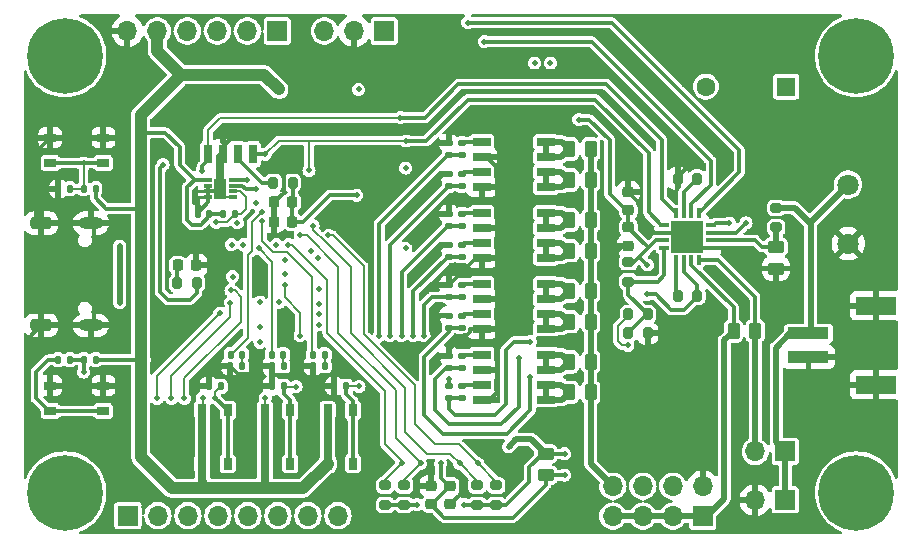
<source format=gbl>
%TF.GenerationSoftware,KiCad,Pcbnew,7.0.10*%
%TF.CreationDate,2024-06-27T09:55:28+02:00*%
%TF.ProjectId,SolarCurveTracer,536f6c61-7243-4757-9276-655472616365,v1.1*%
%TF.SameCoordinates,Original*%
%TF.FileFunction,Copper,L4,Bot*%
%TF.FilePolarity,Positive*%
%FSLAX46Y46*%
G04 Gerber Fmt 4.6, Leading zero omitted, Abs format (unit mm)*
G04 Created by KiCad (PCBNEW 7.0.10) date 2024-06-27 09:55:28*
%MOMM*%
%LPD*%
G01*
G04 APERTURE LIST*
G04 Aperture macros list*
%AMRoundRect*
0 Rectangle with rounded corners*
0 $1 Rounding radius*
0 $2 $3 $4 $5 $6 $7 $8 $9 X,Y pos of 4 corners*
0 Add a 4 corners polygon primitive as box body*
4,1,4,$2,$3,$4,$5,$6,$7,$8,$9,$2,$3,0*
0 Add four circle primitives for the rounded corners*
1,1,$1+$1,$2,$3*
1,1,$1+$1,$4,$5*
1,1,$1+$1,$6,$7*
1,1,$1+$1,$8,$9*
0 Add four rect primitives between the rounded corners*
20,1,$1+$1,$2,$3,$4,$5,0*
20,1,$1+$1,$4,$5,$6,$7,0*
20,1,$1+$1,$6,$7,$8,$9,0*
20,1,$1+$1,$8,$9,$2,$3,0*%
G04 Aperture macros list end*
%TA.AperFunction,ComponentPad*%
%ADD10C,6.400000*%
%TD*%
%TA.AperFunction,ComponentPad*%
%ADD11O,2.100000X1.000000*%
%TD*%
%TA.AperFunction,ComponentPad*%
%ADD12RoundRect,0.250000X-0.650000X0.250000X-0.650000X-0.250000X0.650000X-0.250000X0.650000X0.250000X0*%
%TD*%
%TA.AperFunction,SMDPad,CuDef*%
%ADD13R,1.525000X0.700000*%
%TD*%
%TA.AperFunction,SMDPad,CuDef*%
%ADD14RoundRect,0.250000X0.262500X0.450000X-0.262500X0.450000X-0.262500X-0.450000X0.262500X-0.450000X0*%
%TD*%
%TA.AperFunction,SMDPad,CuDef*%
%ADD15RoundRect,0.135000X-0.135000X-0.185000X0.135000X-0.185000X0.135000X0.185000X-0.135000X0.185000X0*%
%TD*%
%TA.AperFunction,SMDPad,CuDef*%
%ADD16RoundRect,0.135000X0.135000X0.185000X-0.135000X0.185000X-0.135000X-0.185000X0.135000X-0.185000X0*%
%TD*%
%TA.AperFunction,SMDPad,CuDef*%
%ADD17RoundRect,0.225000X0.225000X0.250000X-0.225000X0.250000X-0.225000X-0.250000X0.225000X-0.250000X0*%
%TD*%
%TA.AperFunction,ComponentPad*%
%ADD18R,1.700000X1.700000*%
%TD*%
%TA.AperFunction,ComponentPad*%
%ADD19O,1.700000X1.700000*%
%TD*%
%TA.AperFunction,SMDPad,CuDef*%
%ADD20RoundRect,0.135000X-0.185000X0.135000X-0.185000X-0.135000X0.185000X-0.135000X0.185000X0.135000X0*%
%TD*%
%TA.AperFunction,SMDPad,CuDef*%
%ADD21RoundRect,0.200000X-0.275000X0.200000X-0.275000X-0.200000X0.275000X-0.200000X0.275000X0.200000X0*%
%TD*%
%TA.AperFunction,SMDPad,CuDef*%
%ADD22R,0.750000X1.000000*%
%TD*%
%TA.AperFunction,SMDPad,CuDef*%
%ADD23RoundRect,0.147500X0.147500X0.172500X-0.147500X0.172500X-0.147500X-0.172500X0.147500X-0.172500X0*%
%TD*%
%TA.AperFunction,SMDPad,CuDef*%
%ADD24RoundRect,0.140000X0.140000X0.170000X-0.140000X0.170000X-0.140000X-0.170000X0.140000X-0.170000X0*%
%TD*%
%TA.AperFunction,SMDPad,CuDef*%
%ADD25R,0.700000X1.600000*%
%TD*%
%TA.AperFunction,SMDPad,CuDef*%
%ADD26RoundRect,0.200000X0.200000X0.275000X-0.200000X0.275000X-0.200000X-0.275000X0.200000X-0.275000X0*%
%TD*%
%TA.AperFunction,SMDPad,CuDef*%
%ADD27RoundRect,0.225000X0.250000X-0.225000X0.250000X0.225000X-0.250000X0.225000X-0.250000X-0.225000X0*%
%TD*%
%TA.AperFunction,ComponentPad*%
%ADD28C,1.803400*%
%TD*%
%TA.AperFunction,SMDPad,CuDef*%
%ADD29RoundRect,0.250000X-0.450000X0.262500X-0.450000X-0.262500X0.450000X-0.262500X0.450000X0.262500X0*%
%TD*%
%TA.AperFunction,SMDPad,CuDef*%
%ADD30RoundRect,0.200000X0.275000X-0.200000X0.275000X0.200000X-0.275000X0.200000X-0.275000X-0.200000X0*%
%TD*%
%TA.AperFunction,SMDPad,CuDef*%
%ADD31RoundRect,0.200000X-0.200000X-0.275000X0.200000X-0.275000X0.200000X0.275000X-0.200000X0.275000X0*%
%TD*%
%TA.AperFunction,SMDPad,CuDef*%
%ADD32R,3.505200X0.990600*%
%TD*%
%TA.AperFunction,SMDPad,CuDef*%
%ADD33R,3.403600X1.498600*%
%TD*%
%TA.AperFunction,SMDPad,CuDef*%
%ADD34R,1.000000X0.750000*%
%TD*%
%TA.AperFunction,SMDPad,CuDef*%
%ADD35R,0.850000X0.350000*%
%TD*%
%TA.AperFunction,SMDPad,CuDef*%
%ADD36R,0.350000X0.850000*%
%TD*%
%TA.AperFunction,SMDPad,CuDef*%
%ADD37R,2.700000X2.700000*%
%TD*%
%TA.AperFunction,SMDPad,CuDef*%
%ADD38R,0.700000X0.300000*%
%TD*%
%TA.AperFunction,SMDPad,CuDef*%
%ADD39R,1.000000X1.700000*%
%TD*%
%TA.AperFunction,SMDPad,CuDef*%
%ADD40RoundRect,0.218750X0.218750X0.256250X-0.218750X0.256250X-0.218750X-0.256250X0.218750X-0.256250X0*%
%TD*%
%TA.AperFunction,ComponentPad*%
%ADD41R,1.600000X1.600000*%
%TD*%
%TA.AperFunction,ComponentPad*%
%ADD42C,1.600000*%
%TD*%
%TA.AperFunction,SMDPad,CuDef*%
%ADD43RoundRect,0.225000X-0.250000X0.225000X-0.250000X-0.225000X0.250000X-0.225000X0.250000X0.225000X0*%
%TD*%
%TA.AperFunction,ViaPad*%
%ADD44C,0.500000*%
%TD*%
%TA.AperFunction,ViaPad*%
%ADD45C,0.700000*%
%TD*%
%TA.AperFunction,Conductor*%
%ADD46C,0.300000*%
%TD*%
%TA.AperFunction,Conductor*%
%ADD47C,0.500000*%
%TD*%
%TA.AperFunction,Conductor*%
%ADD48C,0.700000*%
%TD*%
%TA.AperFunction,Conductor*%
%ADD49C,1.000000*%
%TD*%
%TA.AperFunction,Conductor*%
%ADD50C,0.200000*%
%TD*%
G04 APERTURE END LIST*
D10*
X114000000Y-84000000D03*
X181000000Y-121000000D03*
D11*
X116180000Y-98180000D03*
X116180000Y-106820000D03*
D12*
X112000000Y-98180000D03*
X112000000Y-106820000D03*
D10*
X114000000Y-121000000D03*
X181000000Y-84000000D03*
D13*
X149288000Y-107105000D03*
X149288000Y-105835000D03*
X149288000Y-104565000D03*
X149288000Y-103295000D03*
X154712000Y-103295000D03*
X154712000Y-104565000D03*
X154712000Y-105835000D03*
X154712000Y-107105000D03*
D14*
X158512500Y-91900000D03*
X156687500Y-91900000D03*
D15*
X131490000Y-111975000D03*
X132510000Y-111975000D03*
D16*
X128399000Y-97409000D03*
X127379000Y-97409000D03*
D17*
X133236000Y-96393000D03*
X131686000Y-96393000D03*
D18*
X168000000Y-122975000D03*
D19*
X168000000Y-120435000D03*
X165460000Y-122975000D03*
X165460000Y-120435000D03*
X162920000Y-122975000D03*
X162920000Y-120435000D03*
X160380000Y-122975000D03*
X160380000Y-120435000D03*
D16*
X116588000Y-95250000D03*
X115568000Y-95250000D03*
D20*
X146500000Y-105990000D03*
X146500000Y-107010000D03*
D21*
X141100000Y-120375000D03*
X141100000Y-122025000D03*
D22*
X125625000Y-118525000D03*
X125625000Y-114025000D03*
X127775000Y-114025000D03*
X127775000Y-118525000D03*
D21*
X174200000Y-96875000D03*
X174200000Y-98525000D03*
D20*
X146500000Y-99990000D03*
X146500000Y-101010000D03*
X147600000Y-99990000D03*
X147600000Y-101010000D03*
D14*
X158512500Y-112500000D03*
X156687500Y-112500000D03*
D23*
X128985000Y-109300000D03*
X128015000Y-109300000D03*
D20*
X147600000Y-105990000D03*
X147600000Y-107010000D03*
D24*
X114399000Y-95250000D03*
X113439000Y-95250000D03*
D18*
X119325000Y-122925000D03*
D19*
X121865000Y-122925000D03*
X124405000Y-122925000D03*
X126945000Y-122925000D03*
X129485000Y-122925000D03*
X132025000Y-122925000D03*
X134565000Y-122925000D03*
X137105000Y-122925000D03*
D25*
X129921000Y-92329000D03*
X128651000Y-92329000D03*
X127381000Y-92329000D03*
X126111000Y-92329000D03*
D20*
X146500000Y-111990000D03*
X146500000Y-113010000D03*
D26*
X163325000Y-105900000D03*
X161675000Y-105900000D03*
D27*
X161700000Y-97075000D03*
X161700000Y-95525000D03*
D28*
X180300000Y-94900000D03*
X180300000Y-99900000D03*
D29*
X174200000Y-100187500D03*
X174200000Y-102012500D03*
D16*
X116588000Y-109728000D03*
X115568000Y-109728000D03*
D20*
X147600000Y-103390000D03*
X147600000Y-104410000D03*
D18*
X174975000Y-117500000D03*
D19*
X172435000Y-117500000D03*
D26*
X163325000Y-107500000D03*
X161675000Y-107500000D03*
D20*
X147600000Y-97390000D03*
X147600000Y-98410000D03*
D21*
X148900000Y-120375000D03*
X148900000Y-122025000D03*
D30*
X161700000Y-103125000D03*
X161700000Y-101475000D03*
D14*
X158512500Y-103900000D03*
X156687500Y-103900000D03*
D13*
X149288000Y-101105000D03*
X149288000Y-99835000D03*
X149288000Y-98565000D03*
X149288000Y-97295000D03*
X154712000Y-97295000D03*
X154712000Y-98565000D03*
X154712000Y-99835000D03*
X154712000Y-101105000D03*
D18*
X141025000Y-81900000D03*
D19*
X138485000Y-81900000D03*
X135945000Y-81900000D03*
D14*
X172425000Y-107300000D03*
X170600000Y-107300000D03*
D29*
X154700000Y-117687500D03*
X154700000Y-119512500D03*
D27*
X145000000Y-121975000D03*
X145000000Y-120425000D03*
D18*
X131980000Y-81900000D03*
D19*
X129440000Y-81900000D03*
X126900000Y-81900000D03*
X124360000Y-81900000D03*
X121820000Y-81900000D03*
X119280000Y-81900000D03*
D31*
X123508000Y-103251000D03*
X125158000Y-103251000D03*
D20*
X146500000Y-109390000D03*
X146500000Y-110410000D03*
D15*
X126190000Y-111975000D03*
X127210000Y-111975000D03*
D18*
X174975000Y-121600000D03*
D19*
X172435000Y-121600000D03*
D20*
X146500000Y-103390000D03*
X146500000Y-104410000D03*
D32*
X176944700Y-107499999D03*
X176944700Y-109500001D03*
D33*
X182694701Y-105149999D03*
X182694701Y-111850001D03*
D13*
X149288000Y-95105000D03*
X149288000Y-93835000D03*
X149288000Y-92565000D03*
X149288000Y-91295000D03*
X154712000Y-91295000D03*
X154712000Y-92565000D03*
X154712000Y-93835000D03*
X154712000Y-95105000D03*
D34*
X112750000Y-111925000D03*
X117250000Y-111925000D03*
X117250000Y-114075000D03*
X112750000Y-114075000D03*
D15*
X134990000Y-110275000D03*
X136010000Y-110275000D03*
D35*
X164750000Y-100275000D03*
X164750000Y-99625000D03*
X164750000Y-98975000D03*
X164750000Y-98325000D03*
D36*
X165725000Y-97350000D03*
X166375000Y-97350000D03*
X167025000Y-97350000D03*
X167675000Y-97350000D03*
D35*
X168650000Y-98325000D03*
X168650000Y-98975000D03*
X168650000Y-99625000D03*
X168650000Y-100275000D03*
D36*
X167675000Y-101250000D03*
X167025000Y-101250000D03*
X166375000Y-101250000D03*
X165725000Y-101250000D03*
D37*
X166700000Y-99300000D03*
D38*
X128211000Y-94488000D03*
X128211000Y-94988000D03*
X128211000Y-95488000D03*
X128211000Y-95988000D03*
X126111000Y-95988000D03*
X126111000Y-95488000D03*
X126111000Y-94988000D03*
X126111000Y-94488000D03*
D39*
X127161000Y-95238000D03*
D24*
X126182000Y-97409000D03*
X125222000Y-97409000D03*
D14*
X158512500Y-106500000D03*
X156687500Y-106500000D03*
D34*
X112750000Y-90925000D03*
X117250000Y-90925000D03*
X117250000Y-93075000D03*
X112750000Y-93075000D03*
D20*
X147600000Y-111990000D03*
X147600000Y-113010000D03*
D15*
X127990000Y-110275000D03*
X129010000Y-110275000D03*
D13*
X149288000Y-113105000D03*
X149288000Y-111835000D03*
X149288000Y-110565000D03*
X149288000Y-109295000D03*
X154712000Y-109295000D03*
X154712000Y-110565000D03*
X154712000Y-111835000D03*
X154712000Y-113105000D03*
D23*
X135985000Y-109300000D03*
X135015000Y-109300000D03*
D15*
X131490000Y-110275000D03*
X132510000Y-110275000D03*
D21*
X150500000Y-120375000D03*
X150500000Y-122025000D03*
D23*
X132485000Y-109300000D03*
X131515000Y-109300000D03*
D31*
X165875000Y-104300000D03*
X167525000Y-104300000D03*
D22*
X130925000Y-118525000D03*
X130925000Y-114025000D03*
X133075000Y-114025000D03*
X133075000Y-118525000D03*
D14*
X158512500Y-97900000D03*
X156687500Y-97900000D03*
D26*
X167525000Y-94400000D03*
X165875000Y-94400000D03*
D15*
X113409000Y-109728000D03*
X114429000Y-109728000D03*
D21*
X142700000Y-120375000D03*
X142700000Y-122025000D03*
D20*
X147600000Y-91390000D03*
X147600000Y-92410000D03*
X147600000Y-109390000D03*
X147600000Y-110410000D03*
X147600000Y-93990000D03*
X147600000Y-95010000D03*
D26*
X133286000Y-94742000D03*
X131636000Y-94742000D03*
D14*
X158512500Y-100500000D03*
X156687500Y-100500000D03*
D17*
X133236000Y-98044000D03*
X131686000Y-98044000D03*
D40*
X125120500Y-101727000D03*
X123545500Y-101727000D03*
D41*
X175050000Y-86600000D03*
D42*
X168250000Y-86600000D03*
D22*
X136225000Y-118525000D03*
X136225000Y-114025000D03*
X138375000Y-114025000D03*
X138375000Y-118525000D03*
D43*
X146600000Y-120425000D03*
X146600000Y-121975000D03*
D14*
X158512500Y-109900000D03*
X156687500Y-109900000D03*
D20*
X146500000Y-91390000D03*
X146500000Y-92410000D03*
D43*
X161700000Y-98525000D03*
X161700000Y-100075000D03*
D14*
X158512500Y-94500000D03*
X156687500Y-94500000D03*
D15*
X136790000Y-111975000D03*
X137810000Y-111975000D03*
D20*
X146500000Y-97390000D03*
X146500000Y-98410000D03*
X146500000Y-93990000D03*
X146500000Y-95010000D03*
D44*
X163300000Y-104200000D03*
X125650000Y-112950000D03*
X120400000Y-96950000D03*
X171650000Y-98150000D03*
X156300000Y-117700000D03*
X151550000Y-117100000D03*
X147800000Y-122000000D03*
X120650000Y-110000000D03*
X142850000Y-93500000D03*
X138700000Y-95800000D03*
D45*
X132100000Y-86850000D03*
D44*
X120400000Y-104100000D03*
X163300000Y-101700000D03*
X135375000Y-119375000D03*
X149500000Y-82800000D03*
X142850000Y-100300000D03*
X130950000Y-112950000D03*
X143800000Y-122000000D03*
X157500000Y-89400000D03*
X138850000Y-86850000D03*
X144800000Y-95250000D03*
X134800000Y-95000000D03*
X157450000Y-105200000D03*
X130950000Y-103450000D03*
X157600000Y-111200000D03*
X146500000Y-111400000D03*
X167400000Y-93200000D03*
X157600000Y-108200000D03*
X171100000Y-116300000D03*
X145400000Y-103400000D03*
X126750000Y-111050000D03*
X123300000Y-100450000D03*
X171100000Y-113800000D03*
X130150000Y-102200000D03*
X123200000Y-122200000D03*
X141800000Y-95400000D03*
X128200000Y-122200000D03*
X125700000Y-122200000D03*
X171100000Y-109000000D03*
X157600000Y-93200000D03*
X132500000Y-93600000D03*
X125050000Y-96000000D03*
X145300000Y-110000000D03*
X130150000Y-103450000D03*
X120700000Y-122200000D03*
X144800000Y-92200000D03*
X162050000Y-110550000D03*
X150300000Y-117900000D03*
X161750000Y-92550000D03*
X124850000Y-111950000D03*
X175500000Y-102000000D03*
X121650000Y-105350000D03*
X157600000Y-102250000D03*
X119100000Y-97800000D03*
X143400000Y-81800000D03*
X171100000Y-111200000D03*
X157600000Y-113800000D03*
X171400000Y-104900000D03*
X128100000Y-90950000D03*
X138650000Y-96800000D03*
X147800000Y-121150000D03*
X144050000Y-99500000D03*
X143750000Y-120425000D03*
X143400000Y-110550000D03*
X133300000Y-108500000D03*
X143900000Y-102200000D03*
X130950000Y-102200000D03*
X157600000Y-99200000D03*
X123600000Y-94550000D03*
X152500000Y-95700000D03*
X157600000Y-96200000D03*
X132200000Y-85200000D03*
X122301000Y-93218000D03*
X148100000Y-81200000D03*
X133900000Y-107700000D03*
X132600000Y-103400000D03*
X132600000Y-102500000D03*
X128200000Y-102700000D03*
X115570000Y-93080000D03*
X132620000Y-101280000D03*
X156300000Y-119500000D03*
X145790000Y-118510000D03*
X170250000Y-98150000D03*
X118618000Y-104900000D03*
X118618000Y-100100000D03*
X130500000Y-106950000D03*
X130500000Y-104850000D03*
X130500000Y-108250000D03*
X138890000Y-111980000D03*
X135510000Y-106790000D03*
X133550000Y-112000000D03*
X135500000Y-105900000D03*
X135500000Y-105000000D03*
X126700000Y-112950000D03*
X135450000Y-101150000D03*
X134800000Y-100500000D03*
X142500000Y-118500000D03*
X132900000Y-100000000D03*
X136300000Y-99200000D03*
X148950000Y-118500000D03*
X133900000Y-99200000D03*
X144100000Y-118500000D03*
X135000000Y-98400000D03*
X147400000Y-118500000D03*
X142400000Y-89250000D03*
X129413000Y-94488000D03*
X125603000Y-93726000D03*
X130937000Y-92329000D03*
X142900000Y-91200000D03*
X130175000Y-95250000D03*
X134650000Y-93700000D03*
X126800000Y-98100000D03*
X131900000Y-100000000D03*
X130700000Y-98000000D03*
X130400000Y-100300000D03*
X130700000Y-97200000D03*
X130200000Y-96500000D03*
X129100000Y-100000000D03*
X128590000Y-98140000D03*
X161650000Y-108500000D03*
X128100000Y-100000000D03*
X128048180Y-103848180D03*
X124100000Y-113000000D03*
X123000000Y-113000000D03*
X128000000Y-104900000D03*
X121800000Y-113000000D03*
X115580000Y-110780000D03*
X127100000Y-105800000D03*
X140600000Y-107700000D03*
X141500000Y-107700000D03*
X142500000Y-107700000D03*
X143500000Y-107700000D03*
X144400000Y-107700000D03*
X153400000Y-111200000D03*
X152400000Y-109600000D03*
X153400000Y-108200000D03*
X132150000Y-104850000D03*
X155100000Y-84600000D03*
X135500000Y-103750000D03*
X153750000Y-84600000D03*
D46*
X161475000Y-97075000D02*
X161700000Y-97075000D01*
X160100000Y-91100000D02*
X160100000Y-95700000D01*
D47*
X135375000Y-119375000D02*
X136225000Y-118525000D01*
D46*
X142700000Y-122025000D02*
X141100000Y-122025000D01*
X126182000Y-97592000D02*
X126182000Y-97409000D01*
X136400000Y-95800000D02*
X134156000Y-98044000D01*
X133286000Y-94742000D02*
X133286000Y-96343000D01*
X133236000Y-98044000D02*
X133236000Y-96393000D01*
X138700000Y-95800000D02*
X136400000Y-95800000D01*
D48*
X125625000Y-114025000D02*
X125625000Y-118525000D01*
D46*
X120400000Y-96950000D02*
X117500000Y-96950000D01*
X156300000Y-117700000D02*
X154712500Y-117700000D01*
D48*
X125625000Y-118525000D02*
X125625000Y-120025000D01*
D46*
X154700000Y-117687500D02*
X154462500Y-117687500D01*
X149500000Y-82800000D02*
X158600000Y-82800000D01*
X124714000Y-98298000D02*
X125476000Y-98298000D01*
X124968000Y-94488000D02*
X124333000Y-95123000D01*
X166375000Y-102275000D02*
X167525000Y-103425000D01*
X158600000Y-82800000D02*
X168700000Y-92900000D01*
X147800000Y-122000000D02*
X148875000Y-122000000D01*
X151375000Y-122025000D02*
X150500000Y-122025000D01*
X126111000Y-94488000D02*
X124968000Y-94488000D01*
D49*
X120400000Y-96950000D02*
X120400000Y-104100000D01*
D46*
X167025000Y-96575000D02*
X167025000Y-97350000D01*
D49*
X123050000Y-120600000D02*
X134150000Y-120600000D01*
X120400000Y-89023000D02*
X120400000Y-96950000D01*
D46*
X153300000Y-120100000D02*
X151375000Y-122025000D01*
X167525000Y-104387500D02*
X167525000Y-104300000D01*
X167525000Y-103425000D02*
X167525000Y-104300000D01*
D48*
X125625000Y-120025000D02*
X125700000Y-120100000D01*
D46*
X124333000Y-97917000D02*
X124714000Y-98298000D01*
X158400000Y-89400000D02*
X160100000Y-91100000D01*
X161700000Y-98525000D02*
X161700000Y-98550000D01*
D50*
X125650000Y-112950000D02*
X125650000Y-114000000D01*
D46*
X163375000Y-100225000D02*
X163375000Y-100275000D01*
D48*
X130925000Y-114025000D02*
X130925000Y-118525000D01*
D46*
X116588000Y-109728000D02*
X120578000Y-109728000D01*
X117500000Y-96950000D02*
X116588000Y-96038000D01*
X154462500Y-117687500D02*
X153300000Y-118850000D01*
D48*
X120400000Y-104100000D02*
X120450000Y-104150000D01*
D46*
X163300000Y-104200000D02*
X164000000Y-104200000D01*
X123698000Y-93218000D02*
X124968000Y-94488000D01*
D47*
X154700000Y-117687500D02*
X153462500Y-116450000D01*
D46*
X164750000Y-99625000D02*
X164025000Y-99625000D01*
X153300000Y-118850000D02*
X153300000Y-120100000D01*
X163375000Y-100275000D02*
X162625000Y-101025000D01*
D48*
X130925000Y-120075000D02*
X130900000Y-120100000D01*
D49*
X120400000Y-104200000D02*
X120400000Y-109550000D01*
D46*
X161700000Y-98525000D02*
X161700000Y-97075000D01*
D49*
X120400000Y-117950000D02*
X123050000Y-120600000D01*
D48*
X120450000Y-109600000D02*
X120600000Y-109750000D01*
D47*
X153462500Y-116450000D02*
X152200000Y-116450000D01*
D50*
X130950000Y-112950000D02*
X130950000Y-114000000D01*
D49*
X123827000Y-85600000D02*
X121820000Y-83593000D01*
D46*
X166375000Y-101250000D02*
X166375000Y-102275000D01*
D49*
X125620000Y-85600000D02*
X123827000Y-85600000D01*
D46*
X154712500Y-117700000D02*
X154700000Y-117687500D01*
X162175000Y-101475000D02*
X161700000Y-101475000D01*
X162625000Y-101025000D02*
X163300000Y-101700000D01*
X120578000Y-109728000D02*
X120600000Y-109750000D01*
X148875000Y-122000000D02*
X148900000Y-122025000D01*
X122504000Y-90500000D02*
X123698000Y-91694000D01*
X165300000Y-105500000D02*
X166412500Y-105500000D01*
X160100000Y-95700000D02*
X161475000Y-97075000D01*
X127379000Y-97409000D02*
X126182000Y-97409000D01*
X171650000Y-98150000D02*
X170825000Y-98975000D01*
X133286000Y-96343000D02*
X133236000Y-96393000D01*
X170825000Y-98975000D02*
X168650000Y-98975000D01*
X156300000Y-117700000D02*
X156287500Y-117687500D01*
X168700000Y-94900000D02*
X167025000Y-96575000D01*
D47*
X152200000Y-116450000D02*
X151550000Y-117100000D01*
D46*
X161700000Y-98550000D02*
X163375000Y-100225000D01*
D48*
X123823000Y-85600000D02*
X125620000Y-85600000D01*
D46*
X142700000Y-122025000D02*
X143775000Y-122025000D01*
X143775000Y-122025000D02*
X143800000Y-122000000D01*
D50*
X125650000Y-114000000D02*
X125625000Y-114025000D01*
D48*
X136225000Y-114025000D02*
X136225000Y-118525000D01*
D46*
X162625000Y-101025000D02*
X162175000Y-101475000D01*
X164000000Y-104200000D02*
X165300000Y-105500000D01*
D49*
X134150000Y-120600000D02*
X136225000Y-118525000D01*
D46*
X134156000Y-98044000D02*
X133236000Y-98044000D01*
X125476000Y-98298000D02*
X126182000Y-97592000D01*
X168700000Y-92900000D02*
X168700000Y-94900000D01*
D49*
X120600000Y-88823000D02*
X123823000Y-85600000D01*
X132100000Y-86850000D02*
X130850000Y-85600000D01*
D46*
X166412500Y-105500000D02*
X167525000Y-104387500D01*
X120400000Y-89023000D02*
X120400000Y-90500000D01*
D50*
X130950000Y-114000000D02*
X130925000Y-114025000D01*
D46*
X157500000Y-89400000D02*
X158400000Y-89400000D01*
D49*
X130850000Y-85600000D02*
X125620000Y-85600000D01*
X120400000Y-109550000D02*
X120400000Y-117950000D01*
D48*
X130925000Y-118525000D02*
X130925000Y-120075000D01*
X120600000Y-109750000D02*
X120400000Y-109550000D01*
D46*
X120400000Y-90500000D02*
X122504000Y-90500000D01*
X123698000Y-91694000D02*
X123698000Y-93218000D01*
X164025000Y-99625000D02*
X163375000Y-100275000D01*
X124333000Y-95123000D02*
X124333000Y-97917000D01*
X116588000Y-96038000D02*
X116588000Y-95250000D01*
X148900000Y-122025000D02*
X150500000Y-122025000D01*
D49*
X121820000Y-83593000D02*
X121820000Y-81900000D01*
D46*
X161375000Y-101475000D02*
X161700000Y-101475000D01*
X150585000Y-98565000D02*
X150600000Y-98550000D01*
X130287660Y-110275000D02*
X129617660Y-110945000D01*
X149288000Y-98565000D02*
X150585000Y-98565000D01*
X143400000Y-109600000D02*
X145250000Y-107750000D01*
X126400000Y-111050000D02*
X126190000Y-111260000D01*
X135675000Y-111975000D02*
X136790000Y-111975000D01*
X161900000Y-110550000D02*
X162050000Y-110550000D01*
X146585000Y-93990000D02*
X146595000Y-94000000D01*
X126400000Y-102050000D02*
X126400000Y-104450000D01*
X124850000Y-111950000D02*
X126165000Y-111950000D01*
X125500000Y-105350000D02*
X121650000Y-105350000D01*
X131490000Y-111975000D02*
X131490000Y-111050000D01*
X134025000Y-110275000D02*
X133250000Y-111050000D01*
X117250000Y-111925000D02*
X112750000Y-111925000D01*
X161700000Y-100075000D02*
X161275000Y-100075000D01*
X182694701Y-109500001D02*
X182694701Y-111850001D01*
X167675000Y-100275000D02*
X166700000Y-99300000D01*
X116409000Y-106591000D02*
X116180000Y-106820000D01*
X146500000Y-111990000D02*
X146500000Y-111400000D01*
X176944700Y-109500001D02*
X182649999Y-109500001D01*
X125120500Y-101727000D02*
X126077000Y-101727000D01*
X162700000Y-97700000D02*
X162700000Y-96525000D01*
X110950000Y-114800000D02*
X110950000Y-107870000D01*
X149288000Y-95105000D02*
X150595000Y-95105000D01*
X149288000Y-113105000D02*
X149995000Y-113105000D01*
X112000000Y-98180000D02*
X111500000Y-97680000D01*
X147989634Y-107630000D02*
X148270000Y-107349634D01*
X126750000Y-110850000D02*
X126750000Y-111050000D01*
X146500000Y-103390000D02*
X145410000Y-103390000D01*
X116180000Y-98180000D02*
X116409000Y-98409000D01*
X127381000Y-91669000D02*
X127381000Y-92329000D01*
X161275000Y-100075000D02*
X160050000Y-101300000D01*
X131686000Y-98044000D02*
X131686000Y-96393000D01*
X161700000Y-92600000D02*
X161750000Y-92550000D01*
X126111000Y-96393000D02*
X125222000Y-97282000D01*
X116180000Y-98180000D02*
X112000000Y-98180000D01*
X145810000Y-105990000D02*
X146500000Y-105990000D01*
X118720000Y-98180000D02*
X116180000Y-98180000D01*
X117250000Y-87550000D02*
X119280000Y-85520000D01*
X117250000Y-90925000D02*
X117250000Y-87550000D01*
X112000000Y-98180000D02*
X112000000Y-106820000D01*
X164750000Y-98975000D02*
X163975000Y-98975000D01*
X119280000Y-85520000D02*
X119280000Y-81800000D01*
X119050000Y-115250000D02*
X117900000Y-116400000D01*
X146110000Y-99990000D02*
X143900000Y-102200000D01*
X150600000Y-107105000D02*
X150600000Y-104550000D01*
X126077000Y-101727000D02*
X126400000Y-102050000D01*
X126911000Y-95488000D02*
X127161000Y-95238000D01*
X145610000Y-91390000D02*
X146500000Y-91390000D01*
X134990000Y-111290000D02*
X135675000Y-111975000D01*
X146500000Y-109390000D02*
X146500000Y-108900000D01*
X145410000Y-103390000D02*
X145400000Y-103400000D01*
D48*
X127161000Y-92549000D02*
X127161000Y-95238000D01*
D46*
X145250000Y-106550000D02*
X145810000Y-105990000D01*
D50*
X127611000Y-95988000D02*
X127161000Y-95538000D01*
D46*
X150600000Y-110565000D02*
X150600000Y-107105000D01*
X176944700Y-109500001D02*
X182694701Y-109500001D01*
X166950000Y-93200000D02*
X167400000Y-93200000D01*
X117900000Y-116400000D02*
X112550000Y-116400000D01*
X145250000Y-107750000D02*
X145250000Y-106550000D01*
X110950000Y-107870000D02*
X112000000Y-106820000D01*
X119100000Y-97800000D02*
X118720000Y-98180000D01*
X150600000Y-107105000D02*
X149288000Y-107105000D01*
X149288000Y-101105000D02*
X150595000Y-101105000D01*
X133250000Y-111050000D02*
X131490000Y-111050000D01*
X118525000Y-111925000D02*
X119050000Y-112450000D01*
X126111000Y-95988000D02*
X126111000Y-96393000D01*
X150600000Y-98550000D02*
X150600000Y-95100000D01*
X145610000Y-97390000D02*
X144050000Y-98950000D01*
X146500000Y-103390000D02*
X148785000Y-101105000D01*
X127325000Y-110275000D02*
X126750000Y-110850000D01*
X170475000Y-100275000D02*
X172212500Y-102012500D01*
X113439000Y-95250000D02*
X111550000Y-95250000D01*
X148270000Y-107349634D02*
X148270000Y-107130000D01*
X126111000Y-95488000D02*
X126911000Y-95488000D01*
X150600000Y-104550000D02*
X150600000Y-101100000D01*
X146500000Y-108900000D02*
X147770000Y-107630000D01*
X111500000Y-92175000D02*
X112750000Y-90925000D01*
X144800000Y-92200000D02*
X145610000Y-91390000D01*
X125222000Y-96172000D02*
X125050000Y-96000000D01*
X133300000Y-109550000D02*
X134025000Y-110275000D01*
X166375000Y-98975000D02*
X164750000Y-98975000D01*
D50*
X127161000Y-95538000D02*
X127161000Y-95238000D01*
D46*
X165875000Y-94400000D02*
X165875000Y-94275000D01*
X166700000Y-99300000D02*
X166375000Y-98975000D01*
X143750000Y-120425000D02*
X145000000Y-120425000D01*
X144800000Y-95250000D02*
X146060000Y-93990000D01*
X112550000Y-116400000D02*
X110950000Y-114800000D01*
X150600000Y-93464500D02*
X149700500Y-92565000D01*
X128100000Y-90950000D02*
X127381000Y-91669000D01*
X146060000Y-93990000D02*
X146585000Y-93990000D01*
X129617660Y-110945000D02*
X128660000Y-110945000D01*
X126750000Y-111050000D02*
X126400000Y-111050000D01*
X150595000Y-101105000D02*
X150600000Y-101100000D01*
X168650000Y-100275000D02*
X167675000Y-100275000D01*
X133300000Y-108500000D02*
X133300000Y-109550000D01*
X165875000Y-94275000D02*
X166950000Y-93200000D01*
X126190000Y-111260000D02*
X126190000Y-111975000D01*
X150595000Y-95105000D02*
X150600000Y-95100000D01*
X172212500Y-102012500D02*
X174200000Y-102012500D01*
X145910000Y-109390000D02*
X146500000Y-109390000D01*
X182694701Y-105149999D02*
X182694701Y-102294701D01*
X163325000Y-109275000D02*
X162050000Y-110550000D01*
X147425000Y-121150000D02*
X147800000Y-121150000D01*
X149700500Y-92565000D02*
X149288000Y-92565000D01*
X117250000Y-111925000D02*
X118525000Y-111925000D01*
X119050000Y-112450000D02*
X119050000Y-115250000D01*
X146500000Y-97390000D02*
X145610000Y-97390000D01*
X175487500Y-102012500D02*
X175500000Y-102000000D01*
X161700000Y-95525000D02*
X161700000Y-92600000D01*
X128660000Y-110945000D02*
X127990000Y-110275000D01*
X182694701Y-109455299D02*
X182694701Y-105149999D01*
X111500000Y-95200000D02*
X111500000Y-92175000D01*
X126400000Y-104450000D02*
X125500000Y-105350000D01*
X145300000Y-110000000D02*
X145910000Y-109390000D01*
X149288000Y-110565000D02*
X150600000Y-110565000D01*
X160050000Y-101300000D02*
X160050000Y-108700000D01*
X125222000Y-97409000D02*
X125222000Y-96172000D01*
X162700000Y-96525000D02*
X161700000Y-95525000D01*
X111500000Y-97680000D02*
X111500000Y-95200000D01*
X149995000Y-113105000D02*
X150600000Y-112500000D01*
X132500000Y-95579000D02*
X132500000Y-93600000D01*
X150600000Y-101100000D02*
X150600000Y-98550000D01*
X163975000Y-98975000D02*
X162700000Y-97700000D01*
X182694701Y-102294701D02*
X180300000Y-99900000D01*
X163325000Y-107500000D02*
X163325000Y-109275000D01*
X148785000Y-101105000D02*
X149288000Y-101105000D01*
X134990000Y-110275000D02*
X134990000Y-111290000D01*
X116409000Y-98409000D02*
X116409000Y-106591000D01*
X182649999Y-109500001D02*
X182694701Y-109455299D01*
X111550000Y-95250000D02*
X111500000Y-95200000D01*
X143400000Y-110550000D02*
X143400000Y-109600000D01*
X144050000Y-98950000D02*
X144050000Y-99500000D01*
X147770000Y-107630000D02*
X147989634Y-107630000D01*
X150600000Y-95100000D02*
X150600000Y-93464500D01*
D48*
X127381000Y-92329000D02*
X127161000Y-92549000D01*
D46*
X174200000Y-102012500D02*
X175487500Y-102012500D01*
X160050000Y-108700000D02*
X161900000Y-110550000D01*
X127990000Y-110275000D02*
X127325000Y-110275000D01*
X168650000Y-100275000D02*
X170475000Y-100275000D01*
X126165000Y-111950000D02*
X126190000Y-111975000D01*
X134990000Y-110275000D02*
X134025000Y-110275000D01*
X126111000Y-94988000D02*
X126111000Y-95488000D01*
X125222000Y-97282000D02*
X125222000Y-97409000D01*
X148270000Y-107130000D02*
X148295000Y-107105000D01*
D50*
X128211000Y-95988000D02*
X127611000Y-95988000D01*
D46*
X150585000Y-104565000D02*
X150600000Y-104550000D01*
X148295000Y-107105000D02*
X149288000Y-107105000D01*
X146600000Y-121975000D02*
X147425000Y-121150000D01*
X126111000Y-95988000D02*
X126111000Y-95488000D01*
X149288000Y-104565000D02*
X150585000Y-104565000D01*
X150600000Y-112500000D02*
X150600000Y-110565000D01*
X131686000Y-96393000D02*
X132500000Y-95579000D01*
X131490000Y-111050000D02*
X131490000Y-110275000D01*
X146500000Y-99990000D02*
X146110000Y-99990000D01*
X131490000Y-110275000D02*
X130287660Y-110275000D01*
X117250000Y-90925000D02*
X112750000Y-90925000D01*
X112000000Y-106820000D02*
X116180000Y-106820000D01*
X122682000Y-104648000D02*
X124587000Y-104648000D01*
X125158000Y-104077000D02*
X125158000Y-103251000D01*
X122047000Y-93472000D02*
X122047000Y-104013000D01*
X122047000Y-104013000D02*
X122682000Y-104648000D01*
X171100000Y-92000000D02*
X171100000Y-93850000D01*
X148100000Y-81200000D02*
X160300000Y-81200000D01*
X171100000Y-93850000D02*
X167675000Y-97275000D01*
X167675000Y-97275000D02*
X167675000Y-97350000D01*
X160300000Y-81200000D02*
X171100000Y-92000000D01*
X124587000Y-104648000D02*
X125158000Y-104077000D01*
X122301000Y-93218000D02*
X122047000Y-93472000D01*
D50*
X132600000Y-103400000D02*
X132600000Y-104450000D01*
X133900000Y-105750000D02*
X133900000Y-107700000D01*
X132600000Y-104450000D02*
X133900000Y-105750000D01*
D46*
X115575000Y-93075000D02*
X115570000Y-93080000D01*
X117250000Y-93075000D02*
X115575000Y-93075000D01*
X115565000Y-93075000D02*
X115570000Y-93080000D01*
D50*
X114399000Y-95250000D02*
X115568000Y-95250000D01*
X115568000Y-93082000D02*
X115568000Y-95250000D01*
X115570000Y-93080000D02*
X115568000Y-93082000D01*
D46*
X112750000Y-93075000D02*
X115565000Y-93075000D01*
X169150000Y-98150000D02*
X168975000Y-98325000D01*
X168975000Y-98325000D02*
X168650000Y-98325000D01*
X156300000Y-119500000D02*
X156287500Y-119512500D01*
X154700000Y-120300000D02*
X151900000Y-123100000D01*
X145000000Y-121975000D02*
X145050000Y-121975000D01*
X146500000Y-120425000D02*
X145790000Y-119715000D01*
X146600000Y-120425000D02*
X146500000Y-120425000D01*
X170250000Y-98150000D02*
X169150000Y-98150000D01*
X156287500Y-119512500D02*
X154700000Y-119512500D01*
X145790000Y-118510000D02*
X145790000Y-119715000D01*
X151900000Y-123100000D02*
X146125000Y-123100000D01*
X145050000Y-121975000D02*
X146600000Y-120425000D01*
X146125000Y-123100000D02*
X145000000Y-121975000D01*
X154700000Y-119512500D02*
X154700000Y-120300000D01*
D47*
X118618000Y-104900000D02*
X118618000Y-100100000D01*
D50*
X135985000Y-110250000D02*
X136010000Y-110275000D01*
X135985000Y-109300000D02*
X135985000Y-110250000D01*
X132485000Y-110250000D02*
X132510000Y-110275000D01*
X132485000Y-109300000D02*
X132485000Y-110250000D01*
X128985000Y-110250000D02*
X129010000Y-110275000D01*
X128985000Y-109300000D02*
X128985000Y-110250000D01*
D46*
X138375000Y-114025000D02*
X138375000Y-113225000D01*
X138375000Y-114025000D02*
X138375000Y-118525000D01*
X137810000Y-112660000D02*
X137810000Y-111975000D01*
D50*
X137815000Y-111980000D02*
X137810000Y-111975000D01*
X138890000Y-111980000D02*
X137815000Y-111980000D01*
D46*
X138375000Y-113225000D02*
X137810000Y-112660000D01*
X133075000Y-114025000D02*
X133075000Y-118525000D01*
D50*
X132535000Y-112000000D02*
X132510000Y-111975000D01*
D46*
X133075000Y-113175000D02*
X132510000Y-112610000D01*
D50*
X133550000Y-112000000D02*
X132535000Y-112000000D01*
D46*
X133075000Y-114025000D02*
X133075000Y-113175000D01*
X132510000Y-112610000D02*
X132510000Y-111975000D01*
D50*
X126700000Y-112950000D02*
X126700000Y-112485000D01*
X126700000Y-112485000D02*
X127210000Y-111975000D01*
D46*
X127775000Y-114025000D02*
X127775000Y-118525000D01*
X127775000Y-114025000D02*
X126700000Y-112950000D01*
D50*
X141100000Y-119900000D02*
X141100000Y-120375000D01*
X142500000Y-118300000D02*
X142500000Y-118500000D01*
X133200000Y-100000000D02*
X136190000Y-102990000D01*
X142500000Y-118500000D02*
X141100000Y-119900000D01*
X136190000Y-102990000D02*
X136190000Y-107490000D01*
X141100000Y-116900000D02*
X142500000Y-118300000D01*
X136190000Y-107490000D02*
X141100000Y-112400000D01*
X132900000Y-100000000D02*
X133200000Y-100000000D01*
X141100000Y-112400000D02*
X141100000Y-116900000D01*
X139270000Y-107570000D02*
X143600000Y-111900000D01*
X150500000Y-120050000D02*
X150500000Y-120375000D01*
X143600000Y-111900000D02*
X143600000Y-115200000D01*
X143600000Y-115200000D02*
X145300000Y-116900000D01*
X136700000Y-99200000D02*
X139270000Y-101770000D01*
X139270000Y-101770000D02*
X139270000Y-107570000D01*
X147350000Y-116900000D02*
X148950000Y-118500000D01*
X145300000Y-116900000D02*
X147350000Y-116900000D01*
X148950000Y-118500000D02*
X150500000Y-120050000D01*
X136300000Y-99200000D02*
X136700000Y-99200000D01*
X144100000Y-118500000D02*
X142700000Y-119900000D01*
X134500000Y-99200000D02*
X133900000Y-99200000D01*
X144100000Y-118500000D02*
X142000000Y-116400000D01*
X137140000Y-101840000D02*
X134500000Y-99200000D01*
X142700000Y-119900000D02*
X142700000Y-120375000D01*
X142000000Y-112300000D02*
X137140000Y-107440000D01*
X137140000Y-107440000D02*
X137140000Y-101840000D01*
X142000000Y-116400000D02*
X142000000Y-112300000D01*
X136080000Y-99780000D02*
X136059756Y-99780000D01*
X138170000Y-101870000D02*
X136080000Y-99780000D01*
X147400000Y-118500000D02*
X146600000Y-117700000D01*
X135000000Y-98720244D02*
X135000000Y-98400000D01*
X146600000Y-117700000D02*
X144650000Y-117700000D01*
X147400000Y-118500000D02*
X148900000Y-120000000D01*
X138170000Y-107470000D02*
X138170000Y-101870000D01*
X136059756Y-99780000D02*
X135000000Y-98720244D01*
X142800000Y-115850000D02*
X142800000Y-112100000D01*
X142800000Y-112100000D02*
X138170000Y-107470000D01*
X148900000Y-120000000D02*
X148900000Y-120375000D01*
X144650000Y-117700000D02*
X142800000Y-115850000D01*
X142400000Y-89250000D02*
X127158000Y-89250000D01*
D46*
X126111000Y-92837000D02*
X126111000Y-92329000D01*
X164500000Y-96125000D02*
X165725000Y-97350000D01*
D50*
X127158000Y-89250000D02*
X126111000Y-90297000D01*
D46*
X125603000Y-93726000D02*
X125603000Y-93345000D01*
X142400000Y-89250000D02*
X144450000Y-89250000D01*
D50*
X126111000Y-90297000D02*
X126111000Y-92329000D01*
D46*
X159800000Y-86400000D02*
X164500000Y-91100000D01*
X164500000Y-91100000D02*
X164500000Y-96125000D01*
X125603000Y-93345000D02*
X126111000Y-92837000D01*
X147300000Y-86400000D02*
X159800000Y-86400000D01*
X128211000Y-94488000D02*
X129413000Y-94488000D01*
X144450000Y-89250000D02*
X147300000Y-86400000D01*
X130175000Y-95250000D02*
X129286000Y-95250000D01*
D50*
X142886000Y-91186000D02*
X132080000Y-91186000D01*
D46*
X129286000Y-95250000D02*
X129024000Y-94988000D01*
X129024000Y-94988000D02*
X128211000Y-94988000D01*
X142900000Y-91200000D02*
X144600000Y-91200000D01*
X158900000Y-87700000D02*
X163400000Y-92200000D01*
D50*
X132080000Y-91186000D02*
X130937000Y-92329000D01*
D46*
X163400000Y-97250000D02*
X164475000Y-98325000D01*
X148100000Y-87700000D02*
X158900000Y-87700000D01*
D50*
X142900000Y-91200000D02*
X142886000Y-91186000D01*
D46*
X130937000Y-92329000D02*
X129921000Y-92329000D01*
X163400000Y-92200000D02*
X163400000Y-97250000D01*
D50*
X134650000Y-91216000D02*
X134650000Y-93700000D01*
X134620000Y-91186000D02*
X134650000Y-91216000D01*
X164475000Y-98325000D02*
X164750000Y-98325000D01*
D46*
X144600000Y-91200000D02*
X148100000Y-87700000D01*
D50*
X129300000Y-97000000D02*
X128891000Y-97409000D01*
X128211000Y-95488000D02*
X128811000Y-95488000D01*
X128811000Y-95488000D02*
X129300000Y-95977000D01*
X129300000Y-95977000D02*
X129300000Y-97000000D01*
X128891000Y-97409000D02*
X128399000Y-97409000D01*
X127708000Y-98100000D02*
X128399000Y-97409000D01*
X126800000Y-98100000D02*
X127708000Y-98100000D01*
X130700000Y-98000000D02*
X130700000Y-99710122D01*
X132800000Y-100600000D02*
X134900000Y-102700000D01*
X130700000Y-99710122D02*
X131589878Y-100600000D01*
X134900000Y-109185000D02*
X135015000Y-109300000D01*
X131589878Y-100600000D02*
X132800000Y-100600000D01*
X134900000Y-102700000D02*
X134900000Y-109185000D01*
X131550000Y-109265000D02*
X131515000Y-109300000D01*
X131550000Y-101450000D02*
X131550000Y-109265000D01*
X130400000Y-100300000D02*
X131550000Y-101450000D01*
X129450000Y-100900000D02*
X129450000Y-107865000D01*
X130679756Y-97200000D02*
X129800000Y-98079756D01*
X129450000Y-107865000D02*
X128015000Y-109300000D01*
X130700000Y-97200000D02*
X130679756Y-97200000D01*
X129800000Y-98079756D02*
X129800000Y-100550000D01*
X129800000Y-100550000D02*
X129450000Y-100900000D01*
X161150000Y-108500000D02*
X160800000Y-108150000D01*
X160800000Y-108150000D02*
X160800000Y-106900000D01*
X160800000Y-106900000D02*
X161675000Y-106025000D01*
X161650000Y-108500000D02*
X161150000Y-108500000D01*
X161675000Y-106025000D02*
X161675000Y-105900000D01*
X128348180Y-103848180D02*
X128900000Y-104400000D01*
X124100000Y-111300000D02*
X124100000Y-113000000D01*
X128900000Y-104400000D02*
X128900000Y-106500000D01*
X128900000Y-106500000D02*
X124100000Y-111300000D01*
X128048180Y-103848180D02*
X128348180Y-103848180D01*
X128000000Y-106100000D02*
X123000000Y-111100000D01*
X123000000Y-111100000D02*
X123000000Y-113000000D01*
X128000000Y-104900000D02*
X128000000Y-106100000D01*
X121800000Y-111100000D02*
X121800000Y-113000000D01*
D46*
X115568000Y-110768000D02*
X115580000Y-110780000D01*
X115568000Y-109728000D02*
X115568000Y-110768000D01*
X114429000Y-109728000D02*
X115568000Y-109728000D01*
D50*
X127100000Y-105800000D02*
X121800000Y-111100000D01*
D46*
X161700000Y-103125000D02*
X161700000Y-104275000D01*
X161700000Y-103125000D02*
X164175000Y-103125000D01*
X164750000Y-102550000D02*
X164750000Y-100275000D01*
X163275000Y-105900000D02*
X161675000Y-107500000D01*
X164175000Y-103125000D02*
X164750000Y-102550000D01*
X163325000Y-105900000D02*
X163275000Y-105900000D01*
X161700000Y-104275000D02*
X163325000Y-105900000D01*
X166375000Y-95550000D02*
X166375000Y-97350000D01*
X167525000Y-94400000D02*
X166375000Y-95550000D01*
X168650000Y-99625000D02*
X172437500Y-99625000D01*
X173000000Y-100187500D02*
X174200000Y-100187500D01*
D47*
X174200000Y-98525000D02*
X174200000Y-100187500D01*
D46*
X172437500Y-99625000D02*
X173000000Y-100187500D01*
X172425000Y-104425000D02*
X172425000Y-107300000D01*
X167675000Y-101250000D02*
X169250000Y-101250000D01*
X169250000Y-101250000D02*
X172425000Y-104425000D01*
D47*
X172435000Y-107310000D02*
X172425000Y-107300000D01*
X172435000Y-117500000D02*
X172435000Y-107310000D01*
D46*
X165725000Y-101250000D02*
X165725000Y-104150000D01*
X165725000Y-104150000D02*
X165875000Y-104300000D01*
X128651000Y-92710000D02*
X128651000Y-92329000D01*
X131636000Y-94742000D02*
X130683000Y-94742000D01*
X130683000Y-94742000D02*
X128651000Y-92710000D01*
X140600000Y-98200000D02*
X146390000Y-92410000D01*
X147600000Y-92410000D02*
X146500000Y-92410000D01*
X146390000Y-92410000D02*
X146500000Y-92410000D01*
X140600000Y-107700000D02*
X140600000Y-98200000D01*
X147600000Y-95010000D02*
X146500000Y-95010000D01*
X141500000Y-107700000D02*
X141500000Y-100005000D01*
X141500000Y-100005000D02*
X146495000Y-95010000D01*
X146495000Y-95010000D02*
X146500000Y-95010000D01*
X146390000Y-98410000D02*
X146500000Y-98410000D01*
X142500000Y-107700000D02*
X142500000Y-102300000D01*
X142500000Y-102300000D02*
X146390000Y-98410000D01*
X147600000Y-98410000D02*
X146500000Y-98410000D01*
X147600000Y-101010000D02*
X146500000Y-101010000D01*
X146445000Y-101010000D02*
X146500000Y-101010000D01*
X143500000Y-103955000D02*
X146445000Y-101010000D01*
X143500000Y-107700000D02*
X143500000Y-103955000D01*
X144400000Y-107700000D02*
X144400000Y-105100000D01*
X147600000Y-104410000D02*
X146500000Y-104410000D01*
X144400000Y-105100000D02*
X145090000Y-104410000D01*
X145090000Y-104410000D02*
X146500000Y-104410000D01*
X147600000Y-107010000D02*
X146500000Y-107010000D01*
X146000000Y-116000000D02*
X144400000Y-114400000D01*
X144400000Y-109500000D02*
X146500000Y-107400000D01*
X146500000Y-107400000D02*
X146500000Y-107010000D01*
X153400000Y-114000000D02*
X151400000Y-116000000D01*
X151400000Y-116000000D02*
X146000000Y-116000000D01*
X144400000Y-114400000D02*
X144400000Y-109500000D01*
X153400000Y-111200000D02*
X153400000Y-114000000D01*
X152400000Y-109600000D02*
X152400000Y-113700000D01*
X150900000Y-115200000D02*
X146500000Y-115200000D01*
X145300000Y-111400000D02*
X146290000Y-110410000D01*
X152400000Y-113700000D02*
X150900000Y-115200000D01*
X146500000Y-115200000D02*
X145300000Y-114000000D01*
X146290000Y-110410000D02*
X146500000Y-110410000D01*
X145300000Y-114000000D02*
X145300000Y-111400000D01*
X147600000Y-110410000D02*
X146500000Y-110410000D01*
X147000000Y-114400000D02*
X146500000Y-113900000D01*
X151300000Y-113500000D02*
X150400000Y-114400000D01*
X147600000Y-113010000D02*
X146500000Y-113010000D01*
X146500000Y-113900000D02*
X146500000Y-113010000D01*
X150400000Y-114400000D02*
X147000000Y-114400000D01*
X153400000Y-108200000D02*
X152050000Y-108200000D01*
X152050000Y-108200000D02*
X151300000Y-108950000D01*
X151300000Y-108950000D02*
X151300000Y-113500000D01*
D47*
X160380000Y-122975000D02*
X162920000Y-122975000D01*
X170600000Y-107300000D02*
X169800000Y-108100000D01*
X165460000Y-122975000D02*
X162920000Y-122975000D01*
X168325000Y-122975000D02*
X168000000Y-122975000D01*
X168165000Y-122975000D02*
X168000000Y-122975000D01*
D46*
X167025000Y-101250000D02*
X167025000Y-101725000D01*
X170600000Y-105300000D02*
X170600000Y-107300000D01*
D47*
X169800000Y-121500000D02*
X168325000Y-122975000D01*
X169800000Y-108100000D02*
X169800000Y-121500000D01*
X168000000Y-122975000D02*
X165460000Y-122975000D01*
D46*
X167025000Y-101725000D02*
X170600000Y-105300000D01*
D47*
X158512500Y-94500000D02*
X158512500Y-91900000D01*
X158512500Y-118567500D02*
X158512500Y-112500000D01*
X158512500Y-109900000D02*
X158512500Y-106500000D01*
X158512500Y-97900000D02*
X158512500Y-94500000D01*
X158512500Y-97900000D02*
X158512500Y-100500000D01*
X160380000Y-120435000D02*
X158512500Y-118567500D01*
X158512500Y-112500000D02*
X158512500Y-109900000D01*
X158512500Y-103900000D02*
X158512500Y-100500000D01*
X158512500Y-106500000D02*
X158512500Y-103900000D01*
X174975000Y-117500000D02*
X174200000Y-116725000D01*
X177144700Y-107499999D02*
X177100000Y-107455299D01*
X174200000Y-108700000D02*
X175400001Y-107499999D01*
X175764400Y-96875000D02*
X177144700Y-98255300D01*
X177144700Y-98255300D02*
X177144700Y-107299999D01*
X174200000Y-116725000D02*
X174200000Y-108700000D01*
X180500000Y-94900000D02*
X180300000Y-94900000D01*
X180300000Y-94900000D02*
X177144700Y-98055300D01*
X174200000Y-96875000D02*
X175764400Y-96875000D01*
X177144700Y-98055300D02*
X177144700Y-98255300D01*
X175400001Y-107499999D02*
X177144700Y-107499999D01*
X177144700Y-107299999D02*
X176944700Y-107499999D01*
X174975000Y-117500000D02*
X174975000Y-121600000D01*
D46*
X123508000Y-103251000D02*
X123508000Y-101764500D01*
X123508000Y-101764500D02*
X123545500Y-101727000D01*
X149288000Y-91295000D02*
X147695000Y-91295000D01*
X147695000Y-91295000D02*
X147600000Y-91390000D01*
X149288000Y-93835000D02*
X147755000Y-93835000D01*
X147755000Y-93835000D02*
X147600000Y-93990000D01*
D47*
X156082500Y-91295000D02*
X156687500Y-91900000D01*
X156022500Y-92565000D02*
X156687500Y-91900000D01*
X154712000Y-92565000D02*
X154712000Y-91295000D01*
X154712000Y-92565000D02*
X156022500Y-92565000D01*
X154712000Y-91295000D02*
X156082500Y-91295000D01*
X154712000Y-95105000D02*
X156082500Y-95105000D01*
X154712000Y-95105000D02*
X154712000Y-93835000D01*
X156082500Y-95105000D02*
X156687500Y-94500000D01*
X154712000Y-93835000D02*
X156022500Y-93835000D01*
X156022500Y-93835000D02*
X156687500Y-94500000D01*
D46*
X149288000Y-97295000D02*
X147695000Y-97295000D01*
X147695000Y-97295000D02*
X147600000Y-97390000D01*
X147755000Y-99835000D02*
X147600000Y-99990000D01*
X149288000Y-99835000D02*
X147755000Y-99835000D01*
D47*
X154712000Y-97295000D02*
X156082500Y-97295000D01*
X154712000Y-98565000D02*
X156022500Y-98565000D01*
X156082500Y-97295000D02*
X156687500Y-97900000D01*
X154712000Y-98565000D02*
X154712000Y-97295000D01*
X156022500Y-98565000D02*
X156687500Y-97900000D01*
X154712000Y-99835000D02*
X156022500Y-99835000D01*
X154712000Y-101105000D02*
X154712000Y-99835000D01*
X156022500Y-99835000D02*
X156687500Y-100500000D01*
X154712000Y-101105000D02*
X156082500Y-101105000D01*
X156082500Y-101105000D02*
X156687500Y-100500000D01*
D46*
X149288000Y-103295000D02*
X147695000Y-103295000D01*
X147695000Y-103295000D02*
X147600000Y-103390000D01*
X149288000Y-105835000D02*
X147755000Y-105835000D01*
X147755000Y-105835000D02*
X147600000Y-105990000D01*
D47*
X154712000Y-103295000D02*
X156082500Y-103295000D01*
X156022500Y-104565000D02*
X156687500Y-103900000D01*
X154712000Y-104565000D02*
X154712000Y-103295000D01*
X156082500Y-103295000D02*
X156687500Y-103900000D01*
X154712000Y-104565000D02*
X156022500Y-104565000D01*
X156022500Y-105835000D02*
X156687500Y-106500000D01*
X154712000Y-107105000D02*
X156082500Y-107105000D01*
X154712000Y-107105000D02*
X154712000Y-105835000D01*
X156082500Y-107105000D02*
X156687500Y-106500000D01*
X154712000Y-105835000D02*
X156022500Y-105835000D01*
D46*
X149288000Y-109295000D02*
X147695000Y-109295000D01*
X147695000Y-109295000D02*
X147600000Y-109390000D01*
X147755000Y-111835000D02*
X147600000Y-111990000D01*
X149288000Y-111835000D02*
X147755000Y-111835000D01*
D47*
X154712000Y-109295000D02*
X156082500Y-109295000D01*
X156022500Y-110565000D02*
X156687500Y-109900000D01*
X154712000Y-110565000D02*
X154712000Y-109295000D01*
X156082500Y-109295000D02*
X156687500Y-109900000D01*
X154712000Y-110565000D02*
X156022500Y-110565000D01*
X154712000Y-113105000D02*
X156082500Y-113105000D01*
X156022500Y-111835000D02*
X156687500Y-112500000D01*
X156082500Y-113105000D02*
X156687500Y-112500000D01*
X154712000Y-113105000D02*
X154712000Y-111835000D01*
X154712000Y-111835000D02*
X156022500Y-111835000D01*
D46*
X112750000Y-114075000D02*
X112615000Y-114075000D01*
X112750000Y-114075000D02*
X117250000Y-114075000D01*
X112592000Y-109728000D02*
X113409000Y-109728000D01*
X111520000Y-112980000D02*
X111520000Y-110800000D01*
X112615000Y-114075000D02*
X111520000Y-112980000D01*
X111520000Y-110800000D02*
X112592000Y-109728000D01*
%TA.AperFunction,Conductor*%
G36*
X118598803Y-80520184D02*
G01*
X118644558Y-80572988D01*
X118654502Y-80642146D01*
X118625477Y-80705702D01*
X118602887Y-80726074D01*
X118408926Y-80861886D01*
X118408920Y-80861891D01*
X118241891Y-81028920D01*
X118241886Y-81028926D01*
X118106400Y-81222420D01*
X118106399Y-81222422D01*
X118006570Y-81436507D01*
X118006567Y-81436513D01*
X117949364Y-81649999D01*
X117949364Y-81650000D01*
X118846314Y-81650000D01*
X118820507Y-81690156D01*
X118780000Y-81828111D01*
X118780000Y-81971889D01*
X118820507Y-82109844D01*
X118846314Y-82150000D01*
X117949364Y-82150000D01*
X118006567Y-82363486D01*
X118006570Y-82363492D01*
X118106399Y-82577578D01*
X118241894Y-82771082D01*
X118408917Y-82938105D01*
X118602421Y-83073600D01*
X118816507Y-83173429D01*
X118816516Y-83173433D01*
X119030000Y-83230634D01*
X119030000Y-82335501D01*
X119137685Y-82384680D01*
X119244237Y-82400000D01*
X119315763Y-82400000D01*
X119422315Y-82384680D01*
X119530000Y-82335501D01*
X119530000Y-83230633D01*
X119743483Y-83173433D01*
X119743492Y-83173429D01*
X119957578Y-83073600D01*
X120151082Y-82938105D01*
X120318105Y-82771082D01*
X120453600Y-82577578D01*
X120547294Y-82376651D01*
X120593466Y-82324212D01*
X120660660Y-82305060D01*
X120727541Y-82325276D01*
X120770676Y-82373785D01*
X120837632Y-82508253D01*
X120952367Y-82660184D01*
X120966128Y-82678407D01*
X120979038Y-82690176D01*
X121015319Y-82749885D01*
X121019500Y-82781813D01*
X121019500Y-83683191D01*
X121019501Y-83683200D01*
X121028017Y-83720518D01*
X121030345Y-83734217D01*
X121034633Y-83772260D01*
X121047271Y-83808380D01*
X121051119Y-83821735D01*
X121059639Y-83859061D01*
X121076250Y-83893554D01*
X121081570Y-83906397D01*
X121094212Y-83942525D01*
X121114572Y-83974927D01*
X121121296Y-83987093D01*
X121137910Y-84021589D01*
X121161771Y-84051510D01*
X121169817Y-84062849D01*
X121190182Y-84095259D01*
X121190184Y-84095262D01*
X122605241Y-85510319D01*
X122638726Y-85571642D01*
X122633742Y-85641334D01*
X122605241Y-85685681D01*
X120002177Y-88288745D01*
X120002176Y-88288745D01*
X119953267Y-88350074D01*
X119922296Y-88377752D01*
X119897738Y-88393183D01*
X119770183Y-88520739D01*
X119674211Y-88673476D01*
X119614631Y-88843745D01*
X119614630Y-88843750D01*
X119599500Y-88978039D01*
X119599500Y-96375500D01*
X119579815Y-96442539D01*
X119527011Y-96488294D01*
X119475500Y-96499500D01*
X117737965Y-96499500D01*
X117670926Y-96479815D01*
X117650284Y-96463181D01*
X117074819Y-95887716D01*
X117041334Y-95826393D01*
X117038500Y-95800035D01*
X117038500Y-95781701D01*
X117058185Y-95714662D01*
X117062731Y-95708066D01*
X117063366Y-95707206D01*
X117112381Y-95640794D01*
X117133731Y-95579779D01*
X117155741Y-95516881D01*
X117155741Y-95516879D01*
X117155991Y-95514216D01*
X117158500Y-95487457D01*
X117158499Y-95012544D01*
X117155741Y-94983121D01*
X117154329Y-94979087D01*
X117146139Y-94955681D01*
X117112381Y-94859206D01*
X117061965Y-94790895D01*
X117034423Y-94753576D01*
X116941517Y-94685009D01*
X116928794Y-94675619D01*
X116928792Y-94675618D01*
X116804880Y-94632258D01*
X116775461Y-94629500D01*
X116400546Y-94629500D01*
X116371125Y-94632258D01*
X116371115Y-94632260D01*
X116247207Y-94675618D01*
X116166134Y-94735453D01*
X116100505Y-94759424D01*
X116032334Y-94744109D01*
X115983266Y-94694368D01*
X115968500Y-94635683D01*
X115968500Y-93649500D01*
X115988185Y-93582461D01*
X116040989Y-93536706D01*
X116092500Y-93525500D01*
X116374049Y-93525500D01*
X116441088Y-93545185D01*
X116486843Y-93597989D01*
X116487483Y-93599414D01*
X116497790Y-93622759D01*
X116497793Y-93622763D01*
X116497794Y-93622765D01*
X116577235Y-93702206D01*
X116680009Y-93747585D01*
X116705135Y-93750500D01*
X117794864Y-93750499D01*
X117794879Y-93750497D01*
X117794882Y-93750497D01*
X117819987Y-93747586D01*
X117819988Y-93747585D01*
X117819991Y-93747585D01*
X117922765Y-93702206D01*
X118002206Y-93622765D01*
X118047585Y-93519991D01*
X118050500Y-93494865D01*
X118050499Y-92655136D01*
X118050497Y-92655117D01*
X118047586Y-92630012D01*
X118047585Y-92630010D01*
X118047585Y-92630009D01*
X118002206Y-92527235D01*
X117922765Y-92447794D01*
X117904400Y-92439685D01*
X117819992Y-92402415D01*
X117794865Y-92399500D01*
X116705143Y-92399500D01*
X116705117Y-92399502D01*
X116680012Y-92402413D01*
X116680008Y-92402415D01*
X116577235Y-92447793D01*
X116497796Y-92527232D01*
X116497790Y-92527240D01*
X116487483Y-92550586D01*
X116442397Y-92603963D01*
X116375611Y-92624490D01*
X116374049Y-92624500D01*
X115922768Y-92624500D01*
X115855729Y-92604815D01*
X115847797Y-92599238D01*
X115847623Y-92599138D01*
X115713712Y-92543671D01*
X115713710Y-92543670D01*
X115713709Y-92543670D01*
X115641854Y-92534210D01*
X115570001Y-92524750D01*
X115569999Y-92524750D01*
X115426291Y-92543670D01*
X115426287Y-92543671D01*
X115292376Y-92599138D01*
X115285336Y-92603203D01*
X115284640Y-92601998D01*
X115227552Y-92624070D01*
X115217232Y-92624500D01*
X113625951Y-92624500D01*
X113558912Y-92604815D01*
X113513157Y-92552011D01*
X113512517Y-92550586D01*
X113502209Y-92527240D01*
X113502207Y-92527237D01*
X113502206Y-92527235D01*
X113422765Y-92447794D01*
X113404400Y-92439685D01*
X113319992Y-92402415D01*
X113294865Y-92399500D01*
X112205143Y-92399500D01*
X112205117Y-92399502D01*
X112180012Y-92402413D01*
X112180008Y-92402415D01*
X112077235Y-92447793D01*
X111997794Y-92527234D01*
X111952415Y-92630006D01*
X111952415Y-92630008D01*
X111949500Y-92655131D01*
X111949500Y-93494856D01*
X111949502Y-93494882D01*
X111952413Y-93519987D01*
X111952415Y-93519991D01*
X111997793Y-93622764D01*
X111997794Y-93622765D01*
X112077235Y-93702206D01*
X112180009Y-93747585D01*
X112205135Y-93750500D01*
X113294864Y-93750499D01*
X113294879Y-93750497D01*
X113294882Y-93750497D01*
X113319987Y-93747586D01*
X113319988Y-93747585D01*
X113319991Y-93747585D01*
X113422765Y-93702206D01*
X113502206Y-93622765D01*
X113505756Y-93614726D01*
X113512517Y-93599414D01*
X113557603Y-93546037D01*
X113624389Y-93525510D01*
X113625951Y-93525500D01*
X115043500Y-93525500D01*
X115110539Y-93545185D01*
X115156294Y-93597989D01*
X115167500Y-93649500D01*
X115167500Y-94657085D01*
X115147815Y-94724124D01*
X115127229Y-94746088D01*
X115128147Y-94747006D01*
X115121578Y-94753574D01*
X115087954Y-94799134D01*
X115032306Y-94841384D01*
X114988184Y-94849500D01*
X114978960Y-94849500D01*
X114911921Y-94829815D01*
X114879190Y-94799134D01*
X114874752Y-94793121D01*
X114853999Y-94765001D01*
X114747157Y-94686148D01*
X114747155Y-94686147D01*
X114621826Y-94642291D01*
X114621814Y-94642289D01*
X114592070Y-94639500D01*
X114592066Y-94639500D01*
X114205934Y-94639500D01*
X114205930Y-94639500D01*
X114176181Y-94642289D01*
X114176180Y-94642289D01*
X114153571Y-94650201D01*
X114083793Y-94653762D01*
X114024936Y-94620839D01*
X113974383Y-94570285D01*
X113974374Y-94570278D01*
X113835193Y-94487967D01*
X113835190Y-94487965D01*
X113689001Y-94445493D01*
X113689000Y-94445494D01*
X113689000Y-96054503D01*
X113835195Y-96012031D01*
X113974372Y-95929722D01*
X113974380Y-95929716D01*
X114024936Y-95879160D01*
X114086259Y-95845674D01*
X114153569Y-95849797D01*
X114176181Y-95857710D01*
X114176189Y-95857710D01*
X114176190Y-95857711D01*
X114205930Y-95860500D01*
X114205934Y-95860500D01*
X114592070Y-95860500D01*
X114605289Y-95859260D01*
X114621819Y-95857710D01*
X114621823Y-95857708D01*
X114621826Y-95857708D01*
X114678049Y-95838034D01*
X114747157Y-95813852D01*
X114853999Y-95734999D01*
X114879190Y-95700865D01*
X114934838Y-95658615D01*
X114978960Y-95650500D01*
X114988184Y-95650500D01*
X115055223Y-95670185D01*
X115087954Y-95700866D01*
X115092633Y-95707206D01*
X115121577Y-95746423D01*
X115227206Y-95824381D01*
X115256176Y-95834518D01*
X115351119Y-95867741D01*
X115358796Y-95868460D01*
X115380543Y-95870500D01*
X115755456Y-95870499D01*
X115784879Y-95867741D01*
X115908794Y-95824381D01*
X115939866Y-95801448D01*
X116005494Y-95777477D01*
X116073665Y-95792792D01*
X116122733Y-95842532D01*
X116137500Y-95901218D01*
X116137500Y-96005738D01*
X116136720Y-96019623D01*
X116132729Y-96055036D01*
X116143355Y-96111196D01*
X116144132Y-96115765D01*
X116152652Y-96172291D01*
X116155162Y-96180427D01*
X116157976Y-96188470D01*
X116157976Y-96188471D01*
X116157977Y-96188472D01*
X116183864Y-96237453D01*
X116184688Y-96239011D01*
X116186776Y-96243149D01*
X116211574Y-96294641D01*
X116216362Y-96301665D01*
X116221431Y-96308532D01*
X116221434Y-96308538D01*
X116221438Y-96308542D01*
X116261846Y-96348950D01*
X116265063Y-96352289D01*
X116277161Y-96365328D01*
X116300646Y-96390639D01*
X116303947Y-96394196D01*
X116311210Y-96399988D01*
X116310689Y-96400641D01*
X116322930Y-96410034D01*
X116736859Y-96823963D01*
X116881216Y-96968319D01*
X116914701Y-97029642D01*
X116909717Y-97099333D01*
X116867846Y-97155267D01*
X116802381Y-97179684D01*
X116793535Y-97180000D01*
X116430000Y-97180000D01*
X116430000Y-97880000D01*
X115930000Y-97880000D01*
X115930000Y-97180000D01*
X115579287Y-97180000D01*
X115427661Y-97195418D01*
X115233618Y-97256299D01*
X115233608Y-97256304D01*
X115055784Y-97355005D01*
X115055783Y-97355005D01*
X114901469Y-97487478D01*
X114901468Y-97487479D01*
X114776981Y-97648304D01*
X114687411Y-97830906D01*
X114661754Y-97930000D01*
X115463889Y-97930000D01*
X115424390Y-97954457D01*
X115356799Y-98043962D01*
X115326105Y-98151840D01*
X115336454Y-98263521D01*
X115386448Y-98363922D01*
X115458931Y-98430000D01*
X114656634Y-98430000D01*
X114656931Y-98431946D01*
X114656933Y-98431952D01*
X114727562Y-98622657D01*
X114727565Y-98622664D01*
X114835149Y-98795267D01*
X114975264Y-98942668D01*
X114975266Y-98942669D01*
X115142196Y-99058857D01*
X115168849Y-99070294D01*
X115222693Y-99114820D01*
X115243917Y-99181388D01*
X115225783Y-99248863D01*
X115218327Y-99259730D01*
X115173807Y-99317750D01*
X115173806Y-99317752D01*
X115115416Y-99458719D01*
X115115415Y-99458721D01*
X115095500Y-99609998D01*
X115095500Y-99610001D01*
X115115415Y-99761278D01*
X115115416Y-99761280D01*
X115173806Y-99902247D01*
X115173807Y-99902249D01*
X115173808Y-99902250D01*
X115266696Y-100023304D01*
X115387750Y-100116192D01*
X115528720Y-100174584D01*
X115585370Y-100182042D01*
X115642019Y-100189500D01*
X115642020Y-100189500D01*
X115717981Y-100189500D01*
X115767057Y-100183039D01*
X115831280Y-100174584D01*
X115972250Y-100116192D01*
X116093304Y-100023304D01*
X116186192Y-99902250D01*
X116244584Y-99761280D01*
X116261391Y-99633616D01*
X116264500Y-99610001D01*
X116264500Y-99609998D01*
X116249079Y-99492867D01*
X116244584Y-99458720D01*
X116200151Y-99351451D01*
X116192683Y-99281984D01*
X116223958Y-99219504D01*
X116284047Y-99183852D01*
X116314713Y-99180000D01*
X116780713Y-99180000D01*
X116932338Y-99164581D01*
X117126381Y-99103700D01*
X117126391Y-99103695D01*
X117304215Y-99004994D01*
X117304216Y-99004994D01*
X117458530Y-98872521D01*
X117458531Y-98872520D01*
X117583018Y-98711695D01*
X117672588Y-98529093D01*
X117698246Y-98430000D01*
X116896111Y-98430000D01*
X116935610Y-98405543D01*
X117003201Y-98316038D01*
X117033895Y-98208160D01*
X117023546Y-98096479D01*
X116973552Y-97996078D01*
X116901069Y-97930000D01*
X117703366Y-97930000D01*
X117703068Y-97928053D01*
X117703066Y-97928047D01*
X117632437Y-97737342D01*
X117632434Y-97737335D01*
X117540657Y-97590092D01*
X117521901Y-97522787D01*
X117542510Y-97456025D01*
X117595941Y-97411005D01*
X117645889Y-97400500D01*
X119475500Y-97400500D01*
X119542539Y-97420185D01*
X119588294Y-97472989D01*
X119599500Y-97524500D01*
X119599500Y-104148430D01*
X119599394Y-104148430D01*
X119599394Y-104151570D01*
X119599500Y-104151570D01*
X119599500Y-109153500D01*
X119579815Y-109220539D01*
X119527011Y-109266294D01*
X119475500Y-109277500D01*
X117130914Y-109277500D01*
X117063875Y-109257815D01*
X117041916Y-109237231D01*
X117040997Y-109238151D01*
X117034425Y-109231580D01*
X117034423Y-109231577D01*
X116928794Y-109153619D01*
X116928792Y-109153618D01*
X116804880Y-109110258D01*
X116775461Y-109107500D01*
X116400546Y-109107500D01*
X116371125Y-109110258D01*
X116371115Y-109110260D01*
X116247205Y-109153619D01*
X116247204Y-109153619D01*
X116151633Y-109224154D01*
X116086004Y-109248125D01*
X116017834Y-109232809D01*
X116004367Y-109224154D01*
X115908794Y-109153619D01*
X115784880Y-109110258D01*
X115755461Y-109107500D01*
X115380546Y-109107500D01*
X115351125Y-109110258D01*
X115351115Y-109110260D01*
X115227207Y-109153618D01*
X115121577Y-109231577D01*
X115115003Y-109238151D01*
X115112992Y-109236140D01*
X115069213Y-109269383D01*
X115025086Y-109277500D01*
X114971914Y-109277500D01*
X114904875Y-109257815D01*
X114882916Y-109237231D01*
X114881997Y-109238151D01*
X114875425Y-109231580D01*
X114875423Y-109231577D01*
X114769794Y-109153619D01*
X114769792Y-109153618D01*
X114645880Y-109110258D01*
X114616461Y-109107500D01*
X114241546Y-109107500D01*
X114212125Y-109110258D01*
X114212115Y-109110260D01*
X114088205Y-109153619D01*
X114088204Y-109153619D01*
X113992633Y-109224154D01*
X113927004Y-109248125D01*
X113858834Y-109232809D01*
X113845367Y-109224154D01*
X113749794Y-109153619D01*
X113625880Y-109110258D01*
X113596461Y-109107500D01*
X113221546Y-109107500D01*
X113192125Y-109110258D01*
X113192115Y-109110260D01*
X113068207Y-109153618D01*
X112962577Y-109231577D01*
X112956003Y-109238151D01*
X112953992Y-109236140D01*
X112910213Y-109269383D01*
X112866086Y-109277500D01*
X112624262Y-109277500D01*
X112610379Y-109276720D01*
X112605370Y-109276155D01*
X112574963Y-109272729D01*
X112518810Y-109283354D01*
X112514241Y-109284131D01*
X112457715Y-109292651D01*
X112449558Y-109295167D01*
X112441531Y-109297976D01*
X112441528Y-109297977D01*
X112441524Y-109297978D01*
X112441524Y-109297979D01*
X112390964Y-109324699D01*
X112386830Y-109326786D01*
X112335359Y-109351574D01*
X112328310Y-109356379D01*
X112321458Y-109361436D01*
X112281046Y-109401848D01*
X112277709Y-109405063D01*
X112235808Y-109443942D01*
X112230015Y-109451207D01*
X112229363Y-109450687D01*
X112219969Y-109462925D01*
X111224263Y-110458632D01*
X111213898Y-110467895D01*
X111186033Y-110490117D01*
X111186030Y-110490121D01*
X111153823Y-110537357D01*
X111151144Y-110541132D01*
X111117206Y-110587118D01*
X111113216Y-110594667D01*
X111109528Y-110602325D01*
X111092673Y-110656967D01*
X111091225Y-110661368D01*
X111072353Y-110715304D01*
X111070771Y-110723659D01*
X111069500Y-110732100D01*
X111069500Y-110789260D01*
X111069413Y-110793897D01*
X111067275Y-110851009D01*
X111068316Y-110860243D01*
X111067485Y-110860336D01*
X111069500Y-110875635D01*
X111069500Y-112947738D01*
X111068720Y-112961623D01*
X111064729Y-112997036D01*
X111075355Y-113053196D01*
X111076132Y-113057765D01*
X111084652Y-113114291D01*
X111087162Y-113122427D01*
X111089976Y-113130470D01*
X111089976Y-113130471D01*
X111089977Y-113130472D01*
X111111814Y-113171790D01*
X111116688Y-113181011D01*
X111118776Y-113185149D01*
X111143574Y-113236641D01*
X111148362Y-113243665D01*
X111153431Y-113250532D01*
X111153434Y-113250538D01*
X111153438Y-113250542D01*
X111193846Y-113290950D01*
X111197063Y-113294289D01*
X111235129Y-113335315D01*
X111235947Y-113336196D01*
X111243210Y-113341988D01*
X111242689Y-113342641D01*
X111254930Y-113352034D01*
X111594715Y-113691819D01*
X111913181Y-114010284D01*
X111946666Y-114071607D01*
X111949500Y-114097965D01*
X111949500Y-114494856D01*
X111949502Y-114494882D01*
X111952413Y-114519987D01*
X111952415Y-114519991D01*
X111997793Y-114622764D01*
X111997794Y-114622765D01*
X112077235Y-114702206D01*
X112180009Y-114747585D01*
X112205135Y-114750500D01*
X113294864Y-114750499D01*
X113294879Y-114750497D01*
X113294882Y-114750497D01*
X113319987Y-114747586D01*
X113319988Y-114747585D01*
X113319991Y-114747585D01*
X113422765Y-114702206D01*
X113502206Y-114622765D01*
X113512517Y-114599414D01*
X113557603Y-114546037D01*
X113624389Y-114525510D01*
X113625951Y-114525500D01*
X116374049Y-114525500D01*
X116441088Y-114545185D01*
X116486843Y-114597989D01*
X116487483Y-114599414D01*
X116497790Y-114622759D01*
X116497793Y-114622763D01*
X116497794Y-114622765D01*
X116577235Y-114702206D01*
X116680009Y-114747585D01*
X116705135Y-114750500D01*
X117794864Y-114750499D01*
X117794879Y-114750497D01*
X117794882Y-114750497D01*
X117819987Y-114747586D01*
X117819988Y-114747585D01*
X117819991Y-114747585D01*
X117922765Y-114702206D01*
X118002206Y-114622765D01*
X118047585Y-114519991D01*
X118050500Y-114494865D01*
X118050499Y-113655136D01*
X118050497Y-113655117D01*
X118047586Y-113630012D01*
X118047585Y-113630010D01*
X118047585Y-113630009D01*
X118002206Y-113527235D01*
X117922765Y-113447794D01*
X117892340Y-113434360D01*
X117819992Y-113402415D01*
X117794865Y-113399500D01*
X116705143Y-113399500D01*
X116705117Y-113399502D01*
X116680012Y-113402413D01*
X116680008Y-113402415D01*
X116577235Y-113447793D01*
X116497796Y-113527232D01*
X116497790Y-113527240D01*
X116487483Y-113550586D01*
X116442397Y-113603963D01*
X116375611Y-113624490D01*
X116374049Y-113624500D01*
X113625951Y-113624500D01*
X113558912Y-113604815D01*
X113513157Y-113552011D01*
X113512517Y-113550586D01*
X113502209Y-113527240D01*
X113502207Y-113527237D01*
X113502206Y-113527235D01*
X113422765Y-113447794D01*
X113392340Y-113434360D01*
X113319992Y-113402415D01*
X113294868Y-113399500D01*
X113294865Y-113399500D01*
X112627966Y-113399500D01*
X112560927Y-113379815D01*
X112540285Y-113363181D01*
X112188785Y-113011681D01*
X112155300Y-112950358D01*
X112160284Y-112880666D01*
X112202156Y-112824733D01*
X112267620Y-112800316D01*
X112276466Y-112800000D01*
X112500000Y-112800000D01*
X112500000Y-112175000D01*
X113000000Y-112175000D01*
X113000000Y-112800000D01*
X113297828Y-112800000D01*
X113297844Y-112799999D01*
X113357372Y-112793598D01*
X113357379Y-112793596D01*
X113492086Y-112743354D01*
X113492093Y-112743350D01*
X113607187Y-112657190D01*
X113607190Y-112657187D01*
X113693350Y-112542093D01*
X113693354Y-112542086D01*
X113743596Y-112407379D01*
X113743598Y-112407372D01*
X113749999Y-112347844D01*
X113750000Y-112347827D01*
X113750000Y-112175000D01*
X116250000Y-112175000D01*
X116250000Y-112347844D01*
X116256401Y-112407372D01*
X116256403Y-112407379D01*
X116306645Y-112542086D01*
X116306649Y-112542093D01*
X116392809Y-112657187D01*
X116392812Y-112657190D01*
X116507906Y-112743350D01*
X116507913Y-112743354D01*
X116642620Y-112793596D01*
X116642627Y-112793598D01*
X116702155Y-112799999D01*
X116702172Y-112800000D01*
X117000000Y-112800000D01*
X117000000Y-112175000D01*
X117500000Y-112175000D01*
X117500000Y-112800000D01*
X117797828Y-112800000D01*
X117797844Y-112799999D01*
X117857372Y-112793598D01*
X117857379Y-112793596D01*
X117992086Y-112743354D01*
X117992093Y-112743350D01*
X118107187Y-112657190D01*
X118107190Y-112657187D01*
X118193350Y-112542093D01*
X118193354Y-112542086D01*
X118243596Y-112407379D01*
X118243598Y-112407372D01*
X118249999Y-112347844D01*
X118250000Y-112347827D01*
X118250000Y-112175000D01*
X117500000Y-112175000D01*
X117000000Y-112175000D01*
X116250000Y-112175000D01*
X113750000Y-112175000D01*
X113000000Y-112175000D01*
X112500000Y-112175000D01*
X112500000Y-111050000D01*
X113000000Y-111050000D01*
X113000000Y-111675000D01*
X113750000Y-111675000D01*
X116250000Y-111675000D01*
X117000000Y-111675000D01*
X117000000Y-111050000D01*
X117500000Y-111050000D01*
X117500000Y-111675000D01*
X118250000Y-111675000D01*
X118250000Y-111502172D01*
X118249999Y-111502155D01*
X118243598Y-111442627D01*
X118243596Y-111442620D01*
X118193354Y-111307913D01*
X118193350Y-111307906D01*
X118107190Y-111192812D01*
X118107187Y-111192809D01*
X117992093Y-111106649D01*
X117992086Y-111106645D01*
X117857379Y-111056403D01*
X117857372Y-111056401D01*
X117797844Y-111050000D01*
X117500000Y-111050000D01*
X117000000Y-111050000D01*
X116702155Y-111050000D01*
X116642627Y-111056401D01*
X116642620Y-111056403D01*
X116507913Y-111106645D01*
X116507906Y-111106649D01*
X116392812Y-111192809D01*
X116392809Y-111192812D01*
X116306649Y-111307906D01*
X116306645Y-111307913D01*
X116256403Y-111442620D01*
X116256401Y-111442627D01*
X116250000Y-111502155D01*
X116250000Y-111675000D01*
X113750000Y-111675000D01*
X113750000Y-111502172D01*
X113749999Y-111502155D01*
X113743598Y-111442627D01*
X113743596Y-111442620D01*
X113693354Y-111307913D01*
X113693350Y-111307906D01*
X113607190Y-111192812D01*
X113607187Y-111192809D01*
X113492093Y-111106649D01*
X113492086Y-111106645D01*
X113357379Y-111056403D01*
X113357372Y-111056401D01*
X113297844Y-111050000D01*
X113000000Y-111050000D01*
X112500000Y-111050000D01*
X112206465Y-111050000D01*
X112139426Y-111030315D01*
X112093671Y-110977511D01*
X112083727Y-110908353D01*
X112112752Y-110844797D01*
X112118784Y-110838319D01*
X112742284Y-110214819D01*
X112803607Y-110181334D01*
X112829965Y-110178500D01*
X112866086Y-110178500D01*
X112933125Y-110198185D01*
X112955083Y-110218768D01*
X112956003Y-110217849D01*
X112962574Y-110224419D01*
X112962577Y-110224423D01*
X113068206Y-110302381D01*
X113096207Y-110312179D01*
X113192119Y-110345741D01*
X113199796Y-110346460D01*
X113221543Y-110348500D01*
X113596456Y-110348499D01*
X113625879Y-110345741D01*
X113749794Y-110302381D01*
X113845367Y-110231844D01*
X113910995Y-110207874D01*
X113979165Y-110223189D01*
X113992629Y-110231842D01*
X114088206Y-110302381D01*
X114116207Y-110312179D01*
X114212119Y-110345741D01*
X114219796Y-110346460D01*
X114241543Y-110348500D01*
X114616456Y-110348499D01*
X114645879Y-110345741D01*
X114769794Y-110302381D01*
X114875423Y-110224423D01*
X114875428Y-110224415D01*
X114881997Y-110217849D01*
X114884007Y-110219859D01*
X114927787Y-110186617D01*
X114971914Y-110178500D01*
X114993500Y-110178500D01*
X115060539Y-110198185D01*
X115106294Y-110250989D01*
X115117500Y-110302500D01*
X115117500Y-110437346D01*
X115102105Y-110494806D01*
X115102249Y-110494866D01*
X115101797Y-110495955D01*
X115100891Y-110499340D01*
X115099138Y-110502376D01*
X115043671Y-110636287D01*
X115043670Y-110636291D01*
X115029632Y-110742922D01*
X115024750Y-110780000D01*
X115043494Y-110922375D01*
X115043670Y-110923708D01*
X115043671Y-110923712D01*
X115099137Y-111057622D01*
X115099138Y-111057624D01*
X115099139Y-111057625D01*
X115187379Y-111172621D01*
X115302375Y-111260861D01*
X115302376Y-111260861D01*
X115302377Y-111260862D01*
X115329719Y-111272187D01*
X115436291Y-111316330D01*
X115563280Y-111333048D01*
X115579999Y-111335250D01*
X115580000Y-111335250D01*
X115580001Y-111335250D01*
X115594977Y-111333278D01*
X115723709Y-111316330D01*
X115857625Y-111260861D01*
X115972621Y-111172621D01*
X116060861Y-111057625D01*
X116116330Y-110923709D01*
X116135250Y-110780000D01*
X116116330Y-110636291D01*
X116060861Y-110502375D01*
X116045940Y-110482929D01*
X116044123Y-110480561D01*
X116018930Y-110415392D01*
X116018500Y-110405076D01*
X116018500Y-110379218D01*
X116038185Y-110312179D01*
X116090989Y-110266424D01*
X116160147Y-110256480D01*
X116216133Y-110279448D01*
X116247206Y-110302381D01*
X116371119Y-110345741D01*
X116378796Y-110346460D01*
X116400543Y-110348500D01*
X116775456Y-110348499D01*
X116804879Y-110345741D01*
X116928794Y-110302381D01*
X117034423Y-110224423D01*
X117034428Y-110224415D01*
X117040997Y-110217849D01*
X117043007Y-110219859D01*
X117086787Y-110186617D01*
X117130914Y-110178500D01*
X119475500Y-110178500D01*
X119542539Y-110198185D01*
X119588294Y-110250989D01*
X119599500Y-110302500D01*
X119599500Y-118040191D01*
X119599501Y-118040200D01*
X119608017Y-118077518D01*
X119610345Y-118091217D01*
X119614633Y-118129260D01*
X119627271Y-118165380D01*
X119631119Y-118178735D01*
X119639639Y-118216061D01*
X119656250Y-118250554D01*
X119661568Y-118263393D01*
X119666822Y-118278406D01*
X119674212Y-118299525D01*
X119694572Y-118331927D01*
X119701296Y-118344093D01*
X119717910Y-118378589D01*
X119741771Y-118408510D01*
X119749817Y-118419849D01*
X119770182Y-118452259D01*
X119770184Y-118452262D01*
X122547739Y-121229817D01*
X122551344Y-121232082D01*
X122580144Y-121250178D01*
X122591477Y-121258218D01*
X122621413Y-121282092D01*
X122655915Y-121298707D01*
X122668067Y-121305423D01*
X122691213Y-121319967D01*
X122700474Y-121325787D01*
X122700475Y-121325787D01*
X122700478Y-121325789D01*
X122736597Y-121338427D01*
X122749443Y-121343747D01*
X122783939Y-121360360D01*
X122821251Y-121368876D01*
X122834613Y-121372725D01*
X122870741Y-121385367D01*
X122870742Y-121385367D01*
X122870745Y-121385368D01*
X122908790Y-121389654D01*
X122922479Y-121391980D01*
X122959806Y-121400500D01*
X122959808Y-121400500D01*
X134240194Y-121400500D01*
X134277517Y-121391981D01*
X134291211Y-121389654D01*
X134329255Y-121385368D01*
X134365392Y-121372722D01*
X134378726Y-121368881D01*
X134416061Y-121360360D01*
X134450561Y-121343745D01*
X134463398Y-121338429D01*
X134484887Y-121330910D01*
X134499522Y-121325789D01*
X134531939Y-121305419D01*
X134544103Y-121298697D01*
X134578587Y-121282091D01*
X134608518Y-121258221D01*
X134619847Y-121250182D01*
X134652262Y-121229816D01*
X134779816Y-121102262D01*
X136520259Y-119361817D01*
X136581582Y-119328333D01*
X136607940Y-119325499D01*
X136644856Y-119325499D01*
X136644864Y-119325499D01*
X136644879Y-119325497D01*
X136644882Y-119325497D01*
X136669987Y-119322586D01*
X136669988Y-119322585D01*
X136669991Y-119322585D01*
X136772765Y-119277206D01*
X136852206Y-119197765D01*
X136897585Y-119094991D01*
X136900500Y-119069865D01*
X136900499Y-118995577D01*
X136912779Y-118941775D01*
X136985360Y-118791061D01*
X137012949Y-118670183D01*
X137025499Y-118615200D01*
X137025500Y-118615192D01*
X137025500Y-118434807D01*
X137025499Y-118434799D01*
X136985360Y-118258939D01*
X136974472Y-118236330D01*
X136912778Y-118108223D01*
X136900499Y-118054423D01*
X136900499Y-117980143D01*
X136900499Y-117980136D01*
X136900208Y-117977625D01*
X136897586Y-117955012D01*
X136897585Y-117955010D01*
X136897584Y-117955008D01*
X136886065Y-117928918D01*
X136875500Y-117878833D01*
X136875500Y-114671166D01*
X136886066Y-114621078D01*
X136891520Y-114608726D01*
X136897585Y-114594991D01*
X136900500Y-114569865D01*
X136900499Y-113480136D01*
X136898899Y-113466339D01*
X136897586Y-113455012D01*
X136897585Y-113455010D01*
X136897585Y-113455009D01*
X136852206Y-113352235D01*
X136772765Y-113272794D01*
X136715577Y-113247543D01*
X136669992Y-113227415D01*
X136644865Y-113224500D01*
X135805143Y-113224500D01*
X135805117Y-113224502D01*
X135780012Y-113227413D01*
X135780008Y-113227415D01*
X135677235Y-113272793D01*
X135597794Y-113352234D01*
X135552415Y-113455006D01*
X135552415Y-113455008D01*
X135549500Y-113480131D01*
X135549500Y-114569856D01*
X135549502Y-114569882D01*
X135552413Y-114594987D01*
X135552414Y-114594988D01*
X135563934Y-114621078D01*
X135574500Y-114671165D01*
X135574500Y-117878832D01*
X135563935Y-117928917D01*
X135552415Y-117955006D01*
X135552415Y-117955008D01*
X135549500Y-117980131D01*
X135549500Y-118017059D01*
X135529815Y-118084098D01*
X135513181Y-118104740D01*
X133854741Y-119763181D01*
X133793418Y-119796666D01*
X133767060Y-119799500D01*
X131699500Y-119799500D01*
X131632461Y-119779815D01*
X131586706Y-119727011D01*
X131575500Y-119675500D01*
X131575500Y-119171166D01*
X131586066Y-119121078D01*
X131587606Y-119117590D01*
X131597585Y-119094991D01*
X131600500Y-119069865D01*
X131600499Y-117980136D01*
X131600208Y-117977625D01*
X131597586Y-117955012D01*
X131597585Y-117955010D01*
X131597584Y-117955008D01*
X131586065Y-117928918D01*
X131575500Y-117878833D01*
X131575500Y-114671166D01*
X131586066Y-114621078D01*
X131591520Y-114608726D01*
X131597585Y-114594991D01*
X131600500Y-114569865D01*
X131600499Y-113480136D01*
X131598899Y-113466339D01*
X131597586Y-113455012D01*
X131597585Y-113455010D01*
X131597585Y-113455009D01*
X131552206Y-113352235D01*
X131488491Y-113288520D01*
X131455006Y-113227197D01*
X131459990Y-113157505D01*
X131461611Y-113153387D01*
X131471103Y-113130470D01*
X131486330Y-113093709D01*
X131505250Y-112950000D01*
X131505250Y-112949999D01*
X131505250Y-112949996D01*
X131503300Y-112935184D01*
X131514066Y-112866149D01*
X131560446Y-112813894D01*
X131626239Y-112795000D01*
X131689120Y-112795000D01*
X131689135Y-112794999D01*
X131725123Y-112792167D01*
X131725129Y-112792166D01*
X131879188Y-112747407D01*
X131879189Y-112747407D01*
X131914933Y-112726268D01*
X131982657Y-112709084D01*
X132048920Y-112731243D01*
X132087685Y-112775057D01*
X132096965Y-112792615D01*
X132106688Y-112811012D01*
X132108776Y-112815149D01*
X132133574Y-112866641D01*
X132138362Y-112873665D01*
X132143431Y-112880532D01*
X132143434Y-112880538D01*
X132143438Y-112880542D01*
X132183846Y-112920950D01*
X132187063Y-112924289D01*
X132225947Y-112966196D01*
X132233210Y-112971988D01*
X132232689Y-112972641D01*
X132244930Y-112982034D01*
X132443781Y-113180885D01*
X132477266Y-113242208D01*
X132472282Y-113311900D01*
X132453015Y-113341883D01*
X132454288Y-113342755D01*
X132447794Y-113352234D01*
X132402415Y-113455006D01*
X132402415Y-113455008D01*
X132399500Y-113480131D01*
X132399500Y-114569856D01*
X132399502Y-114569882D01*
X132402413Y-114594987D01*
X132402415Y-114594991D01*
X132447793Y-114697764D01*
X132447794Y-114697765D01*
X132527235Y-114777206D01*
X132543757Y-114784501D01*
X132550585Y-114787516D01*
X132603962Y-114832601D01*
X132624490Y-114899387D01*
X132624500Y-114900951D01*
X132624500Y-117649049D01*
X132604815Y-117716088D01*
X132552011Y-117761843D01*
X132550586Y-117762483D01*
X132527240Y-117772790D01*
X132527232Y-117772796D01*
X132447794Y-117852234D01*
X132402415Y-117955006D01*
X132402415Y-117955008D01*
X132399500Y-117980131D01*
X132399500Y-119069856D01*
X132399502Y-119069882D01*
X132402413Y-119094987D01*
X132402415Y-119094991D01*
X132447793Y-119197764D01*
X132447794Y-119197765D01*
X132527235Y-119277206D01*
X132630009Y-119322585D01*
X132655135Y-119325500D01*
X133494864Y-119325499D01*
X133494879Y-119325497D01*
X133494882Y-119325497D01*
X133519987Y-119322586D01*
X133519988Y-119322585D01*
X133519991Y-119322585D01*
X133622765Y-119277206D01*
X133702206Y-119197765D01*
X133747585Y-119094991D01*
X133750500Y-119069865D01*
X133750499Y-117980136D01*
X133750208Y-117977625D01*
X133747586Y-117955012D01*
X133747585Y-117955010D01*
X133747585Y-117955009D01*
X133702206Y-117852235D01*
X133622765Y-117772794D01*
X133622763Y-117772793D01*
X133622759Y-117772790D01*
X133599414Y-117762483D01*
X133546037Y-117717397D01*
X133525510Y-117650611D01*
X133525500Y-117649049D01*
X133525500Y-114900951D01*
X133545185Y-114833912D01*
X133597989Y-114788157D01*
X133599415Y-114787516D01*
X133602894Y-114785979D01*
X133622765Y-114777206D01*
X133702206Y-114697765D01*
X133747585Y-114594991D01*
X133750500Y-114569865D01*
X133750499Y-113480136D01*
X133748899Y-113466339D01*
X133747586Y-113455012D01*
X133747585Y-113455010D01*
X133747585Y-113455009D01*
X133702206Y-113352235D01*
X133622765Y-113272794D01*
X133622762Y-113272792D01*
X133622757Y-113272789D01*
X133604011Y-113264512D01*
X133550635Y-113219425D01*
X133533734Y-113166768D01*
X133531998Y-113167097D01*
X133523470Y-113122026D01*
X133519637Y-113101770D01*
X133518864Y-113097217D01*
X133518336Y-113093712D01*
X133510348Y-113040713D01*
X133510347Y-113040711D01*
X133510347Y-113040709D01*
X133507831Y-113032552D01*
X133505024Y-113024528D01*
X133478306Y-112973977D01*
X133476215Y-112969835D01*
X133466663Y-112950000D01*
X133451425Y-112918358D01*
X133451424Y-112918357D01*
X133451424Y-112918356D01*
X133446642Y-112911342D01*
X133441567Y-112904466D01*
X133441566Y-112904463D01*
X133401165Y-112864062D01*
X133397947Y-112860721D01*
X133359060Y-112818809D01*
X133351792Y-112813014D01*
X133352312Y-112812361D01*
X133340067Y-112802964D01*
X133278828Y-112741725D01*
X133245343Y-112680402D01*
X133250327Y-112610710D01*
X133292199Y-112554777D01*
X133357663Y-112530360D01*
X133398605Y-112534270D01*
X133406282Y-112536326D01*
X133406291Y-112536330D01*
X133535022Y-112553278D01*
X133549999Y-112555250D01*
X133550000Y-112555250D01*
X133550001Y-112555250D01*
X133564977Y-112553278D01*
X133693709Y-112536330D01*
X133827625Y-112480861D01*
X133942621Y-112392621D01*
X134030861Y-112277625D01*
X134052659Y-112225000D01*
X136020069Y-112225000D01*
X136022832Y-112260122D01*
X136022833Y-112260128D01*
X136067592Y-112414188D01*
X136067593Y-112414191D01*
X136149261Y-112552285D01*
X136149268Y-112552294D01*
X136262705Y-112665731D01*
X136262714Y-112665738D01*
X136400805Y-112747404D01*
X136540000Y-112787844D01*
X136540000Y-112787843D01*
X137040000Y-112787843D01*
X137179194Y-112747404D01*
X137197061Y-112736838D01*
X137264785Y-112719653D01*
X137331048Y-112741811D01*
X137374812Y-112796276D01*
X137377225Y-112802608D01*
X137379976Y-112810469D01*
X137379977Y-112810472D01*
X137406688Y-112861011D01*
X137408776Y-112865149D01*
X137433574Y-112916641D01*
X137438362Y-112923665D01*
X137443431Y-112930532D01*
X137443434Y-112930538D01*
X137443438Y-112930542D01*
X137483846Y-112970950D01*
X137487063Y-112974289D01*
X137525947Y-113016196D01*
X137533210Y-113021988D01*
X137532689Y-113022641D01*
X137544930Y-113032034D01*
X137723671Y-113210775D01*
X137757156Y-113272098D01*
X137752172Y-113341790D01*
X137749424Y-113348542D01*
X137702416Y-113455004D01*
X137702415Y-113455008D01*
X137699500Y-113480131D01*
X137699500Y-114569856D01*
X137699502Y-114569882D01*
X137702413Y-114594987D01*
X137702415Y-114594991D01*
X137747793Y-114697764D01*
X137747794Y-114697765D01*
X137827235Y-114777206D01*
X137843757Y-114784501D01*
X137850585Y-114787516D01*
X137903962Y-114832601D01*
X137924490Y-114899387D01*
X137924500Y-114900951D01*
X137924500Y-117649049D01*
X137904815Y-117716088D01*
X137852011Y-117761843D01*
X137850586Y-117762483D01*
X137827240Y-117772790D01*
X137827232Y-117772796D01*
X137747794Y-117852234D01*
X137702415Y-117955006D01*
X137702415Y-117955008D01*
X137699500Y-117980131D01*
X137699500Y-119069856D01*
X137699502Y-119069882D01*
X137702413Y-119094987D01*
X137702415Y-119094991D01*
X137747793Y-119197764D01*
X137747794Y-119197765D01*
X137827235Y-119277206D01*
X137930009Y-119322585D01*
X137955135Y-119325500D01*
X138794864Y-119325499D01*
X138794879Y-119325497D01*
X138794882Y-119325497D01*
X138819987Y-119322586D01*
X138819988Y-119322585D01*
X138819991Y-119322585D01*
X138922765Y-119277206D01*
X139002206Y-119197765D01*
X139047585Y-119094991D01*
X139050500Y-119069865D01*
X139050499Y-117980136D01*
X139050208Y-117977625D01*
X139047586Y-117955012D01*
X139047585Y-117955010D01*
X139047585Y-117955009D01*
X139002206Y-117852235D01*
X138922765Y-117772794D01*
X138922763Y-117772793D01*
X138922759Y-117772790D01*
X138899414Y-117762483D01*
X138846037Y-117717397D01*
X138825510Y-117650611D01*
X138825500Y-117649049D01*
X138825500Y-114900951D01*
X138845185Y-114833912D01*
X138897989Y-114788157D01*
X138899415Y-114787516D01*
X138902894Y-114785979D01*
X138922765Y-114777206D01*
X139002206Y-114697765D01*
X139047585Y-114594991D01*
X139050500Y-114569865D01*
X139050499Y-113480136D01*
X139048899Y-113466339D01*
X139047586Y-113455012D01*
X139047585Y-113455010D01*
X139047585Y-113455009D01*
X139002206Y-113352235D01*
X138922765Y-113272794D01*
X138922763Y-113272793D01*
X138922759Y-113272790D01*
X138894855Y-113260470D01*
X138841478Y-113215384D01*
X138823104Y-113170092D01*
X138819632Y-113151745D01*
X138818864Y-113147217D01*
X138818336Y-113143712D01*
X138810348Y-113090713D01*
X138810347Y-113090711D01*
X138810347Y-113090709D01*
X138807831Y-113082552D01*
X138805024Y-113074528D01*
X138778306Y-113023977D01*
X138776215Y-113019835D01*
X138766663Y-113000000D01*
X138751425Y-112968358D01*
X138751424Y-112968357D01*
X138751424Y-112968356D01*
X138746642Y-112961342D01*
X138741567Y-112954466D01*
X138741566Y-112954463D01*
X138701165Y-112914062D01*
X138697947Y-112910721D01*
X138659060Y-112868809D01*
X138651792Y-112863014D01*
X138652312Y-112862361D01*
X138640067Y-112852964D01*
X138383937Y-112596834D01*
X138350452Y-112535511D01*
X138355436Y-112465819D01*
X138397308Y-112409886D01*
X138462772Y-112385469D01*
X138531045Y-112400321D01*
X138547104Y-112410777D01*
X138589668Y-112443437D01*
X138612375Y-112460861D01*
X138746291Y-112516330D01*
X138873280Y-112533048D01*
X138889999Y-112535250D01*
X138890000Y-112535250D01*
X138890001Y-112535250D01*
X138904977Y-112533278D01*
X139033709Y-112516330D01*
X139167625Y-112460861D01*
X139282621Y-112372621D01*
X139370861Y-112257625D01*
X139426330Y-112123709D01*
X139445250Y-111980000D01*
X139426330Y-111836291D01*
X139385428Y-111737543D01*
X139370862Y-111702377D01*
X139370861Y-111702376D01*
X139370861Y-111702375D01*
X139282621Y-111587379D01*
X139167625Y-111499139D01*
X139167624Y-111499138D01*
X139167622Y-111499137D01*
X139033712Y-111443671D01*
X139033710Y-111443670D01*
X139033709Y-111443670D01*
X138926634Y-111429573D01*
X138890001Y-111424750D01*
X138889999Y-111424750D01*
X138746291Y-111443670D01*
X138746287Y-111443671D01*
X138612376Y-111499138D01*
X138612374Y-111499139D01*
X138541040Y-111553876D01*
X138475871Y-111579070D01*
X138465554Y-111579500D01*
X138393506Y-111579500D01*
X138326467Y-111559815D01*
X138293736Y-111529134D01*
X138256425Y-111478579D01*
X138256423Y-111478578D01*
X138256423Y-111478577D01*
X138150794Y-111400619D01*
X138150792Y-111400618D01*
X138026880Y-111357258D01*
X137997461Y-111354500D01*
X137622546Y-111354500D01*
X137593125Y-111357258D01*
X137593119Y-111357259D01*
X137516403Y-111384103D01*
X137446624Y-111387664D01*
X137387768Y-111354742D01*
X137317294Y-111284268D01*
X137317285Y-111284261D01*
X137179191Y-111202593D01*
X137179188Y-111202591D01*
X137040001Y-111162153D01*
X137040000Y-111162154D01*
X137040000Y-112787843D01*
X136540000Y-112787843D01*
X136540000Y-112225000D01*
X136020069Y-112225000D01*
X134052659Y-112225000D01*
X134086330Y-112143709D01*
X134105250Y-112000000D01*
X134086330Y-111856291D01*
X134031948Y-111725000D01*
X136020069Y-111725000D01*
X136540000Y-111725000D01*
X136540000Y-111162154D01*
X136539998Y-111162153D01*
X136400811Y-111202591D01*
X136400808Y-111202593D01*
X136262714Y-111284261D01*
X136262705Y-111284268D01*
X136149268Y-111397705D01*
X136149261Y-111397714D01*
X136067593Y-111535808D01*
X136067592Y-111535811D01*
X136022833Y-111689871D01*
X136022832Y-111689877D01*
X136020069Y-111725000D01*
X134031948Y-111725000D01*
X134030861Y-111722375D01*
X133942621Y-111607379D01*
X133827625Y-111519139D01*
X133827624Y-111519138D01*
X133827622Y-111519137D01*
X133693712Y-111463671D01*
X133693710Y-111463670D01*
X133693709Y-111463670D01*
X133596227Y-111450836D01*
X133550001Y-111444750D01*
X133549999Y-111444750D01*
X133406291Y-111463670D01*
X133406287Y-111463671D01*
X133272376Y-111519138D01*
X133272374Y-111519139D01*
X133201040Y-111573876D01*
X133135871Y-111599070D01*
X133125554Y-111599500D01*
X133108267Y-111599500D01*
X133041228Y-111579815D01*
X133008497Y-111549134D01*
X132956423Y-111478576D01*
X132876377Y-111419500D01*
X132850794Y-111400619D01*
X132850792Y-111400618D01*
X132726880Y-111357258D01*
X132697461Y-111354500D01*
X132322546Y-111354500D01*
X132293125Y-111357258D01*
X132293119Y-111357259D01*
X132216403Y-111384103D01*
X132146624Y-111387664D01*
X132087768Y-111354742D01*
X132017294Y-111284268D01*
X132017286Y-111284262D01*
X131928462Y-111231732D01*
X131880779Y-111180663D01*
X131868275Y-111111921D01*
X131894920Y-111047332D01*
X131928462Y-111018268D01*
X132017286Y-110965737D01*
X132017294Y-110965731D01*
X132087767Y-110895257D01*
X132149089Y-110861771D01*
X132216402Y-110865895D01*
X132293121Y-110892741D01*
X132293120Y-110892741D01*
X132297534Y-110893154D01*
X132322543Y-110895500D01*
X132697456Y-110895499D01*
X132726879Y-110892741D01*
X132850794Y-110849381D01*
X132956423Y-110771423D01*
X133034381Y-110665794D01*
X133059270Y-110594667D01*
X133077741Y-110541881D01*
X133077741Y-110541879D01*
X133078279Y-110536137D01*
X133079324Y-110525000D01*
X134220069Y-110525000D01*
X134222832Y-110560122D01*
X134222833Y-110560128D01*
X134267592Y-110714188D01*
X134267593Y-110714191D01*
X134349261Y-110852285D01*
X134349268Y-110852294D01*
X134462705Y-110965731D01*
X134462714Y-110965738D01*
X134600805Y-111047404D01*
X134740000Y-111087844D01*
X134740000Y-110525000D01*
X134220069Y-110525000D01*
X133079324Y-110525000D01*
X133080500Y-110512457D01*
X133080499Y-110037544D01*
X133077741Y-110008121D01*
X133055828Y-109945499D01*
X133034381Y-109884206D01*
X133029522Y-109877622D01*
X133014257Y-109856939D01*
X132990286Y-109791312D01*
X133005601Y-109723141D01*
X133014251Y-109709680D01*
X133033057Y-109684201D01*
X133077662Y-109556729D01*
X133080500Y-109526463D01*
X133080499Y-109073538D01*
X133077662Y-109043271D01*
X133033057Y-108915799D01*
X132952862Y-108807138D01*
X132844201Y-108726943D01*
X132784697Y-108706121D01*
X132716733Y-108682339D01*
X132716724Y-108682337D01*
X132686467Y-108679500D01*
X132283539Y-108679500D01*
X132253275Y-108682337D01*
X132253266Y-108682339D01*
X132117028Y-108730012D01*
X132115903Y-108726798D01*
X132063951Y-108737352D01*
X131998829Y-108712036D01*
X131957732Y-108655531D01*
X131950500Y-108613802D01*
X131950500Y-105520380D01*
X131970185Y-105453341D01*
X132022989Y-105407586D01*
X132090686Y-105397441D01*
X132149999Y-105405250D01*
X132150000Y-105405250D01*
X132150001Y-105405250D01*
X132174427Y-105402034D01*
X132293709Y-105386330D01*
X132427625Y-105330861D01*
X132542621Y-105242621D01*
X132579682Y-105194321D01*
X132636105Y-105153121D01*
X132705851Y-105148966D01*
X132765736Y-105182129D01*
X133463181Y-105879574D01*
X133496666Y-105940897D01*
X133499500Y-105967255D01*
X133499500Y-107275553D01*
X133479815Y-107342592D01*
X133473876Y-107351039D01*
X133419139Y-107422374D01*
X133419138Y-107422376D01*
X133363671Y-107556287D01*
X133363670Y-107556291D01*
X133344868Y-107699107D01*
X133344750Y-107700000D01*
X133361557Y-107827663D01*
X133363670Y-107843708D01*
X133363671Y-107843712D01*
X133419137Y-107977622D01*
X133419138Y-107977624D01*
X133419139Y-107977625D01*
X133507379Y-108092621D01*
X133622375Y-108180861D01*
X133622376Y-108180861D01*
X133622377Y-108180862D01*
X133667013Y-108199350D01*
X133756291Y-108236330D01*
X133883280Y-108253048D01*
X133899999Y-108255250D01*
X133900000Y-108255250D01*
X133900001Y-108255250D01*
X133914977Y-108253278D01*
X134043709Y-108236330D01*
X134177625Y-108180861D01*
X134292621Y-108092621D01*
X134292622Y-108092618D01*
X134299068Y-108087673D01*
X134301018Y-108090215D01*
X134349142Y-108063938D01*
X134418834Y-108068922D01*
X134474767Y-108110794D01*
X134499184Y-108176258D01*
X134499500Y-108185104D01*
X134499500Y-108830881D01*
X134479815Y-108897920D01*
X134475273Y-108904511D01*
X134466945Y-108915795D01*
X134466942Y-108915800D01*
X134422339Y-109043266D01*
X134422337Y-109043275D01*
X134419500Y-109073532D01*
X134419500Y-109526462D01*
X134422717Y-109560785D01*
X134409373Y-109629368D01*
X134386941Y-109660032D01*
X134349268Y-109697706D01*
X134349260Y-109697716D01*
X134267593Y-109835808D01*
X134267592Y-109835811D01*
X134222833Y-109989871D01*
X134222832Y-109989877D01*
X134220069Y-110025000D01*
X135116000Y-110025000D01*
X135183039Y-110044685D01*
X135228794Y-110097489D01*
X135240000Y-110149000D01*
X135240000Y-111087843D01*
X135379194Y-111047404D01*
X135517285Y-110965738D01*
X135517294Y-110965731D01*
X135587767Y-110895257D01*
X135649089Y-110861771D01*
X135716402Y-110865895D01*
X135793121Y-110892741D01*
X135793120Y-110892741D01*
X135797534Y-110893154D01*
X135822543Y-110895500D01*
X136197456Y-110895499D01*
X136226879Y-110892741D01*
X136350794Y-110849381D01*
X136456423Y-110771423D01*
X136534381Y-110665794D01*
X136559270Y-110594667D01*
X136577741Y-110541881D01*
X136577741Y-110541879D01*
X136578279Y-110536137D01*
X136580500Y-110512457D01*
X136580499Y-110037544D01*
X136577741Y-110008121D01*
X136555828Y-109945499D01*
X136534381Y-109884206D01*
X136529522Y-109877622D01*
X136514257Y-109856939D01*
X136490286Y-109791312D01*
X136505601Y-109723141D01*
X136514251Y-109709680D01*
X136533057Y-109684201D01*
X136577662Y-109556729D01*
X136580500Y-109526463D01*
X136580499Y-109073538D01*
X136577662Y-109043271D01*
X136533057Y-108915799D01*
X136452862Y-108807138D01*
X136344201Y-108726943D01*
X136284697Y-108706121D01*
X136216733Y-108682339D01*
X136216724Y-108682337D01*
X136186467Y-108679500D01*
X135783539Y-108679500D01*
X135753275Y-108682337D01*
X135753266Y-108682339D01*
X135625800Y-108726942D01*
X135573633Y-108765443D01*
X135508004Y-108789413D01*
X135439834Y-108774097D01*
X135426367Y-108765443D01*
X135404441Y-108749261D01*
X135374201Y-108726943D01*
X135374200Y-108726942D01*
X135374198Y-108726941D01*
X135366554Y-108722901D01*
X135316484Y-108674170D01*
X135300500Y-108613273D01*
X135300500Y-107459063D01*
X135320185Y-107392024D01*
X135372989Y-107346269D01*
X135440684Y-107336124D01*
X135510000Y-107345250D01*
X135510001Y-107345250D01*
X135534290Y-107342052D01*
X135649316Y-107326908D01*
X135718349Y-107337673D01*
X135770605Y-107384053D01*
X135789500Y-107449847D01*
X135789500Y-107553429D01*
X135789501Y-107553439D01*
X135796346Y-107574507D01*
X135800887Y-107593418D01*
X135804354Y-107615304D01*
X135804355Y-107615307D01*
X135814412Y-107635045D01*
X135821857Y-107653018D01*
X135828704Y-107674090D01*
X135841726Y-107692014D01*
X135851890Y-107708600D01*
X135861949Y-107728340D01*
X135861950Y-107728342D01*
X135881390Y-107747782D01*
X135881419Y-107747813D01*
X140663181Y-112529574D01*
X140696666Y-112590897D01*
X140699500Y-112617255D01*
X140699500Y-116963429D01*
X140699501Y-116963439D01*
X140706346Y-116984507D01*
X140710887Y-117003418D01*
X140714354Y-117025304D01*
X140714355Y-117025307D01*
X140724412Y-117045045D01*
X140731857Y-117063018D01*
X140738704Y-117084090D01*
X140751726Y-117102014D01*
X140761890Y-117118600D01*
X140771949Y-117138340D01*
X140771950Y-117138342D01*
X140791390Y-117157782D01*
X140791419Y-117157813D01*
X141923481Y-118289874D01*
X141956966Y-118351197D01*
X141958739Y-118393741D01*
X141951933Y-118445435D01*
X141923666Y-118509331D01*
X141916675Y-118516930D01*
X141071789Y-119361818D01*
X140794516Y-119639091D01*
X140794513Y-119639094D01*
X140789899Y-119643708D01*
X140787863Y-119645744D01*
X140726537Y-119679224D01*
X140720506Y-119680201D01*
X140717520Y-119680907D01*
X140582671Y-119731202D01*
X140582664Y-119731206D01*
X140467455Y-119817452D01*
X140467452Y-119817455D01*
X140381206Y-119932664D01*
X140381202Y-119932671D01*
X140335484Y-120055250D01*
X140330909Y-120067517D01*
X140324500Y-120127127D01*
X140324500Y-120127134D01*
X140324500Y-120127135D01*
X140324500Y-120622870D01*
X140324501Y-120622876D01*
X140330908Y-120682483D01*
X140381202Y-120817328D01*
X140381206Y-120817335D01*
X140467452Y-120932544D01*
X140467455Y-120932547D01*
X140582664Y-121018793D01*
X140582671Y-121018797D01*
X140599512Y-121025078D01*
X140717517Y-121069091D01*
X140777127Y-121075500D01*
X141422872Y-121075499D01*
X141482483Y-121069091D01*
X141617331Y-121018796D01*
X141732546Y-120932546D01*
X141800734Y-120841457D01*
X141856667Y-120799588D01*
X141926359Y-120794604D01*
X141987682Y-120828089D01*
X141999261Y-120841452D01*
X142067454Y-120932546D01*
X142104420Y-120960219D01*
X142182664Y-121018793D01*
X142182671Y-121018797D01*
X142199512Y-121025078D01*
X142317517Y-121069091D01*
X142377127Y-121075500D01*
X143022872Y-121075499D01*
X143082483Y-121069091D01*
X143217331Y-121018796D01*
X143332546Y-120932546D01*
X143418796Y-120817331D01*
X143469091Y-120682483D01*
X143475500Y-120622873D01*
X143475499Y-120175000D01*
X144025000Y-120175000D01*
X144750000Y-120175000D01*
X144750000Y-119475000D01*
X144749999Y-119474999D01*
X144701693Y-119475000D01*
X144701675Y-119475001D01*
X144602392Y-119485144D01*
X144441518Y-119538452D01*
X144441507Y-119538457D01*
X144297271Y-119627424D01*
X144297267Y-119627427D01*
X144177427Y-119747267D01*
X144177424Y-119747271D01*
X144088457Y-119891507D01*
X144088452Y-119891518D01*
X144035144Y-120052393D01*
X144025000Y-120151677D01*
X144025000Y-120175000D01*
X143475499Y-120175000D01*
X143475499Y-120127128D01*
X143469091Y-120067517D01*
X143461566Y-120047342D01*
X143418797Y-119932671D01*
X143418793Y-119932664D01*
X143403955Y-119912843D01*
X143379537Y-119847379D01*
X143394388Y-119779106D01*
X143415537Y-119750854D01*
X144083070Y-119083321D01*
X144144391Y-119049838D01*
X144154545Y-119048068D01*
X144243709Y-119036330D01*
X144377625Y-118980861D01*
X144492621Y-118892621D01*
X144580861Y-118777625D01*
X144636330Y-118643709D01*
X144655250Y-118500000D01*
X144653560Y-118487167D01*
X144648965Y-118452262D01*
X144636330Y-118356291D01*
X144601395Y-118271951D01*
X144593927Y-118202483D01*
X144625202Y-118140004D01*
X144685291Y-118104352D01*
X144715957Y-118100500D01*
X145178185Y-118100500D01*
X145245224Y-118120185D01*
X145290979Y-118172989D01*
X145300923Y-118242147D01*
X145292746Y-118271952D01*
X145253671Y-118366287D01*
X145253670Y-118366291D01*
X145236067Y-118500000D01*
X145234750Y-118510000D01*
X145253247Y-118650499D01*
X145253670Y-118653708D01*
X145253671Y-118653712D01*
X145309137Y-118787622D01*
X145309138Y-118787624D01*
X145309139Y-118787625D01*
X145313875Y-118793798D01*
X145339070Y-118858965D01*
X145339500Y-118869284D01*
X145339500Y-119351000D01*
X145319815Y-119418039D01*
X145267011Y-119463794D01*
X145259592Y-119465407D01*
X145250000Y-119475000D01*
X145250000Y-120551000D01*
X145230315Y-120618039D01*
X145177511Y-120663794D01*
X145126000Y-120675000D01*
X144025001Y-120675000D01*
X144025001Y-120698322D01*
X144035144Y-120797607D01*
X144088452Y-120958481D01*
X144088457Y-120958492D01*
X144177424Y-121102728D01*
X144177427Y-121102732D01*
X144297268Y-121222573D01*
X144312684Y-121232082D01*
X144359408Y-121284031D01*
X144370629Y-121352994D01*
X144346390Y-121412545D01*
X144287635Y-121490025D01*
X144283478Y-121497419D01*
X144280520Y-121495756D01*
X144247409Y-121538257D01*
X144181487Y-121561409D01*
X144113513Y-121545246D01*
X144099545Y-121535959D01*
X144077625Y-121519139D01*
X144077624Y-121519138D01*
X144077622Y-121519137D01*
X143943712Y-121463671D01*
X143943710Y-121463670D01*
X143943709Y-121463670D01*
X143861798Y-121452886D01*
X143800001Y-121444750D01*
X143799999Y-121444750D01*
X143656291Y-121463670D01*
X143656287Y-121463671D01*
X143522376Y-121519138D01*
X143515336Y-121523203D01*
X143514063Y-121520999D01*
X143460748Y-121541604D01*
X143392305Y-121527557D01*
X143351180Y-121492345D01*
X143333926Y-121469298D01*
X143332546Y-121467454D01*
X143313086Y-121452886D01*
X143217335Y-121381206D01*
X143217328Y-121381202D01*
X143082486Y-121330910D01*
X143082485Y-121330909D01*
X143082483Y-121330909D01*
X143022873Y-121324500D01*
X143022863Y-121324500D01*
X142377129Y-121324500D01*
X142377123Y-121324501D01*
X142317516Y-121330908D01*
X142182671Y-121381202D01*
X142182664Y-121381206D01*
X142067457Y-121467451D01*
X142067451Y-121467457D01*
X142024515Y-121524812D01*
X141968581Y-121566682D01*
X141925249Y-121574500D01*
X141874751Y-121574500D01*
X141807712Y-121554815D01*
X141775485Y-121524812D01*
X141742708Y-121481029D01*
X141732546Y-121467454D01*
X141713086Y-121452886D01*
X141617335Y-121381206D01*
X141617328Y-121381202D01*
X141482486Y-121330910D01*
X141482485Y-121330909D01*
X141482483Y-121330909D01*
X141422873Y-121324500D01*
X141422863Y-121324500D01*
X140777129Y-121324500D01*
X140777123Y-121324501D01*
X140717516Y-121330908D01*
X140582671Y-121381202D01*
X140582664Y-121381206D01*
X140467455Y-121467452D01*
X140467452Y-121467455D01*
X140381206Y-121582664D01*
X140381202Y-121582671D01*
X140330910Y-121717513D01*
X140330909Y-121717517D01*
X140324500Y-121777127D01*
X140324500Y-121777134D01*
X140324500Y-121777135D01*
X140324500Y-122272870D01*
X140324501Y-122272876D01*
X140330908Y-122332483D01*
X140381202Y-122467328D01*
X140381206Y-122467335D01*
X140467452Y-122582544D01*
X140467455Y-122582547D01*
X140582664Y-122668793D01*
X140582671Y-122668797D01*
X140627618Y-122685561D01*
X140717517Y-122719091D01*
X140777127Y-122725500D01*
X141422872Y-122725499D01*
X141482483Y-122719091D01*
X141617331Y-122668796D01*
X141732546Y-122582546D01*
X141759227Y-122546903D01*
X141775485Y-122525188D01*
X141831419Y-122483318D01*
X141874751Y-122475500D01*
X141925249Y-122475500D01*
X141992288Y-122495185D01*
X142024515Y-122525188D01*
X142061863Y-122575078D01*
X142067454Y-122582546D01*
X142067457Y-122582548D01*
X142182664Y-122668793D01*
X142182671Y-122668797D01*
X142227618Y-122685561D01*
X142317517Y-122719091D01*
X142377127Y-122725500D01*
X143022872Y-122725499D01*
X143082483Y-122719091D01*
X143217331Y-122668796D01*
X143332546Y-122582546D01*
X143359227Y-122546903D01*
X143375485Y-122525188D01*
X143431419Y-122483318D01*
X143474751Y-122475500D01*
X143484769Y-122475500D01*
X143532219Y-122484938D01*
X143656291Y-122536330D01*
X143783280Y-122553048D01*
X143799999Y-122555250D01*
X143800000Y-122555250D01*
X143800001Y-122555250D01*
X143814977Y-122553278D01*
X143943709Y-122536330D01*
X144077625Y-122480861D01*
X144121462Y-122447223D01*
X144186627Y-122422030D01*
X144255072Y-122436067D01*
X144295750Y-122470675D01*
X144374921Y-122575078D01*
X144490023Y-122662363D01*
X144490024Y-122662363D01*
X144490025Y-122662364D01*
X144624410Y-122715359D01*
X144708856Y-122725500D01*
X145062034Y-122725500D01*
X145129073Y-122745185D01*
X145149715Y-122761819D01*
X145783630Y-123395733D01*
X145792895Y-123406100D01*
X145815121Y-123433970D01*
X145815123Y-123433972D01*
X145862363Y-123466180D01*
X145866145Y-123468863D01*
X145912118Y-123502793D01*
X145919665Y-123506781D01*
X145927322Y-123510468D01*
X145927327Y-123510472D01*
X145981983Y-123527330D01*
X145986342Y-123528765D01*
X146040300Y-123547646D01*
X146040305Y-123547646D01*
X146048698Y-123549234D01*
X146057095Y-123550500D01*
X146057098Y-123550500D01*
X146114261Y-123550500D01*
X146118898Y-123550587D01*
X146176009Y-123552724D01*
X146176009Y-123552723D01*
X146176010Y-123552724D01*
X146176010Y-123552723D01*
X146185243Y-123551684D01*
X146185336Y-123552513D01*
X146200636Y-123550500D01*
X151867738Y-123550500D01*
X151881620Y-123551279D01*
X151885208Y-123551684D01*
X151917033Y-123555270D01*
X151917033Y-123555269D01*
X151917035Y-123555270D01*
X151973236Y-123544635D01*
X151977726Y-123543872D01*
X152034287Y-123535348D01*
X152034291Y-123535345D01*
X152042447Y-123532830D01*
X152050469Y-123530024D01*
X152050470Y-123530023D01*
X152050472Y-123530023D01*
X152101088Y-123503270D01*
X152105093Y-123501248D01*
X152156642Y-123476425D01*
X152156643Y-123476423D01*
X152156645Y-123476423D01*
X152163695Y-123471616D01*
X152170534Y-123466567D01*
X152170538Y-123466566D01*
X152210974Y-123426128D01*
X152214260Y-123422962D01*
X152256194Y-123384055D01*
X152256196Y-123384050D01*
X152261987Y-123376790D01*
X152262643Y-123377313D01*
X152272032Y-123365070D01*
X154995744Y-120641357D01*
X155006093Y-120632109D01*
X155033970Y-120609879D01*
X155066198Y-120562607D01*
X155068812Y-120558923D01*
X155102793Y-120512882D01*
X155102793Y-120512879D01*
X155102795Y-120512878D01*
X155106787Y-120505324D01*
X155110471Y-120497675D01*
X155124431Y-120452415D01*
X155127330Y-120443014D01*
X155128775Y-120438627D01*
X155130326Y-120434194D01*
X155141750Y-120401545D01*
X155182471Y-120344771D01*
X155244006Y-120319387D01*
X155281564Y-120314877D01*
X155422342Y-120259361D01*
X155542922Y-120167922D01*
X155634361Y-120047342D01*
X155636660Y-120041511D01*
X155679565Y-119986367D01*
X155745472Y-119963173D01*
X155752015Y-119963000D01*
X155958213Y-119963000D01*
X156014706Y-119978136D01*
X156014866Y-119977751D01*
X156017797Y-119978965D01*
X156020211Y-119979612D01*
X156022374Y-119980861D01*
X156090194Y-120008952D01*
X156156291Y-120036330D01*
X156283280Y-120053048D01*
X156299999Y-120055250D01*
X156300000Y-120055250D01*
X156300001Y-120055250D01*
X156314977Y-120053278D01*
X156443709Y-120036330D01*
X156577625Y-119980861D01*
X156692621Y-119892621D01*
X156780861Y-119777625D01*
X156836330Y-119643709D01*
X156855250Y-119500000D01*
X156836330Y-119356291D01*
X156780861Y-119222375D01*
X156692621Y-119107379D01*
X156577625Y-119019139D01*
X156577624Y-119019138D01*
X156577622Y-119019137D01*
X156443712Y-118963671D01*
X156443710Y-118963670D01*
X156443709Y-118963670D01*
X156367122Y-118953587D01*
X156300001Y-118944750D01*
X156299999Y-118944750D01*
X156156291Y-118963670D01*
X156156287Y-118963671D01*
X156022377Y-119019137D01*
X156014893Y-119024880D01*
X155999911Y-119036375D01*
X155934745Y-119061570D01*
X155924426Y-119062000D01*
X155752015Y-119062000D01*
X155684976Y-119042315D01*
X155639221Y-118989511D01*
X155636660Y-118983488D01*
X155634361Y-118977659D01*
X155634359Y-118977655D01*
X155542922Y-118857077D01*
X155422343Y-118765639D01*
X155384339Y-118750652D01*
X155294826Y-118715353D01*
X155239685Y-118672449D01*
X155216492Y-118606541D01*
X155232612Y-118538557D01*
X155282929Y-118490080D01*
X155294814Y-118484651D01*
X155422342Y-118434361D01*
X155542922Y-118342922D01*
X155634361Y-118222342D01*
X155634362Y-118222338D01*
X155638519Y-118214948D01*
X155641412Y-118216574D01*
X155674617Y-118173881D01*
X155740520Y-118150674D01*
X155747086Y-118150500D01*
X155940715Y-118150500D01*
X156007754Y-118170185D01*
X156016199Y-118176123D01*
X156022370Y-118180858D01*
X156022373Y-118180859D01*
X156022375Y-118180861D01*
X156156291Y-118236330D01*
X156283280Y-118253048D01*
X156299999Y-118255250D01*
X156300000Y-118255250D01*
X156300001Y-118255250D01*
X156314977Y-118253278D01*
X156443709Y-118236330D01*
X156577625Y-118180861D01*
X156692621Y-118092621D01*
X156780861Y-117977625D01*
X156836330Y-117843709D01*
X156855250Y-117700000D01*
X156836330Y-117556291D01*
X156791812Y-117448813D01*
X156780862Y-117422377D01*
X156780861Y-117422376D01*
X156780861Y-117422375D01*
X156692621Y-117307379D01*
X156577625Y-117219139D01*
X156577624Y-117219138D01*
X156577622Y-117219137D01*
X156443712Y-117163671D01*
X156443710Y-117163670D01*
X156443709Y-117163670D01*
X156360051Y-117152656D01*
X156300001Y-117144750D01*
X156299999Y-117144750D01*
X156156291Y-117163670D01*
X156156287Y-117163671D01*
X156022376Y-117219138D01*
X156022370Y-117219141D01*
X156016199Y-117223877D01*
X155951030Y-117249070D01*
X155940715Y-117249500D01*
X155756945Y-117249500D01*
X155689906Y-117229815D01*
X155644151Y-117177011D01*
X155641590Y-117170990D01*
X155639382Y-117165392D01*
X155634361Y-117152658D01*
X155634360Y-117152657D01*
X155634360Y-117152656D01*
X155542922Y-117032077D01*
X155422343Y-116940639D01*
X155300770Y-116892697D01*
X155281564Y-116885123D01*
X155281563Y-116885122D01*
X155281561Y-116885122D01*
X155235926Y-116879642D01*
X155193102Y-116874500D01*
X155193097Y-116874500D01*
X154716886Y-116874500D01*
X154649847Y-116854815D01*
X154629205Y-116838181D01*
X154261209Y-116470185D01*
X153859906Y-116068881D01*
X153856964Y-116065837D01*
X153813179Y-116018955D01*
X153778075Y-115997608D01*
X153767579Y-115990464D01*
X153734841Y-115965638D01*
X153734842Y-115965638D01*
X153718142Y-115959052D01*
X153699216Y-115949652D01*
X153683880Y-115940327D01*
X153644316Y-115929241D01*
X153632286Y-115925196D01*
X153594064Y-115910124D01*
X153594056Y-115910122D01*
X153576216Y-115908288D01*
X153555451Y-115904342D01*
X153538169Y-115899500D01*
X153538165Y-115899500D01*
X153497082Y-115899500D01*
X153484402Y-115898850D01*
X153443529Y-115894648D01*
X153443524Y-115894648D01*
X153425844Y-115897697D01*
X153404776Y-115899500D01*
X152436964Y-115899500D01*
X152369925Y-115879815D01*
X152324170Y-115827011D01*
X152314226Y-115757853D01*
X152343251Y-115694297D01*
X152349283Y-115687819D01*
X153002995Y-115034107D01*
X153695744Y-114341357D01*
X153706093Y-114332109D01*
X153733970Y-114309879D01*
X153766198Y-114262607D01*
X153768812Y-114258923D01*
X153802793Y-114212882D01*
X153802793Y-114212879D01*
X153802795Y-114212878D01*
X153806787Y-114205324D01*
X153810471Y-114197675D01*
X153821185Y-114162939D01*
X153827330Y-114143014D01*
X153828762Y-114138662D01*
X153847646Y-114084699D01*
X153847646Y-114084696D01*
X153849232Y-114076311D01*
X153850500Y-114067904D01*
X153850500Y-114010738D01*
X153850587Y-114006100D01*
X153852724Y-113948992D01*
X153851684Y-113939761D01*
X153852513Y-113939667D01*
X153850500Y-113924366D01*
X153850500Y-113879499D01*
X153870185Y-113812460D01*
X153922989Y-113766705D01*
X153974495Y-113755499D01*
X155519364Y-113755499D01*
X155519379Y-113755497D01*
X155519382Y-113755497D01*
X155544487Y-113752586D01*
X155544488Y-113752585D01*
X155544491Y-113752585D01*
X155647265Y-113707206D01*
X155662652Y-113691819D01*
X155723975Y-113658334D01*
X155750333Y-113655500D01*
X156070978Y-113655500D01*
X156075210Y-113655572D01*
X156077174Y-113655639D01*
X156139326Y-113657762D01*
X156179255Y-113648030D01*
X156191692Y-113645667D01*
X156232420Y-113640070D01*
X156248883Y-113632918D01*
X156268916Y-113626181D01*
X156286352Y-113621933D01*
X156322195Y-113601778D01*
X156333515Y-113596157D01*
X156371220Y-113579780D01*
X156385132Y-113568460D01*
X156402623Y-113556557D01*
X156404948Y-113555250D01*
X156418259Y-113547766D01*
X156429203Y-113536820D01*
X156490525Y-113503335D01*
X156516887Y-113500500D01*
X156993097Y-113500500D01*
X156993102Y-113500500D01*
X157081564Y-113489877D01*
X157222342Y-113434361D01*
X157342922Y-113342922D01*
X157434361Y-113222342D01*
X157484646Y-113094826D01*
X157527551Y-113039685D01*
X157593459Y-113016492D01*
X157661443Y-113032612D01*
X157709920Y-113082929D01*
X157715348Y-113094814D01*
X157740252Y-113157965D01*
X157765639Y-113222343D01*
X157857077Y-113342922D01*
X157912925Y-113385272D01*
X157954448Y-113441464D01*
X157962000Y-113484076D01*
X157962000Y-118555977D01*
X157961928Y-118560209D01*
X157960346Y-118606541D01*
X157959738Y-118624329D01*
X157969463Y-118664233D01*
X157971834Y-118676708D01*
X157977430Y-118717420D01*
X157984579Y-118733879D01*
X157991319Y-118753920D01*
X157995567Y-118771352D01*
X157995567Y-118771353D01*
X158015706Y-118807171D01*
X158021346Y-118818525D01*
X158031358Y-118841573D01*
X158037721Y-118856223D01*
X158049041Y-118870136D01*
X158060939Y-118887617D01*
X158069734Y-118903260D01*
X158069736Y-118903261D01*
X158098786Y-118932311D01*
X158107284Y-118941726D01*
X158133222Y-118973608D01*
X158147881Y-118983955D01*
X158164052Y-118997577D01*
X159224817Y-120058342D01*
X159258302Y-120119665D01*
X159256403Y-120179956D01*
X159244243Y-120222692D01*
X159227671Y-120401547D01*
X159224571Y-120435000D01*
X159244244Y-120647310D01*
X159286153Y-120794604D01*
X159302596Y-120852392D01*
X159302596Y-120852394D01*
X159397632Y-121043253D01*
X159498956Y-121177426D01*
X159526128Y-121213407D01*
X159683698Y-121357052D01*
X159864981Y-121469298D01*
X160063802Y-121546321D01*
X160260613Y-121583111D01*
X160322893Y-121614779D01*
X160358166Y-121675092D01*
X160355232Y-121744900D01*
X160315023Y-121802040D01*
X160260613Y-121826888D01*
X160063802Y-121863679D01*
X160063799Y-121863679D01*
X160063799Y-121863680D01*
X159864982Y-121940701D01*
X159864980Y-121940702D01*
X159683699Y-122052947D01*
X159526127Y-122196593D01*
X159397632Y-122366746D01*
X159302596Y-122557605D01*
X159302596Y-122557607D01*
X159244244Y-122762689D01*
X159226118Y-122958310D01*
X159224571Y-122975000D01*
X159244244Y-123187310D01*
X159298305Y-123377313D01*
X159302596Y-123392392D01*
X159302596Y-123392394D01*
X159397632Y-123583253D01*
X159526127Y-123753406D01*
X159526128Y-123753407D01*
X159683698Y-123897052D01*
X159864981Y-124009298D01*
X160063802Y-124086321D01*
X160273390Y-124125500D01*
X160273392Y-124125500D01*
X160486608Y-124125500D01*
X160486610Y-124125500D01*
X160696198Y-124086321D01*
X160895019Y-124009298D01*
X161076302Y-123897052D01*
X161233872Y-123753407D01*
X161362366Y-123583255D01*
X161362365Y-123583255D01*
X161365821Y-123578680D01*
X161366977Y-123579553D01*
X161413793Y-123537588D01*
X161467194Y-123525500D01*
X161832806Y-123525500D01*
X161899845Y-123545185D01*
X161933377Y-123579285D01*
X161934179Y-123578680D01*
X162040762Y-123719818D01*
X162066128Y-123753407D01*
X162223698Y-123897052D01*
X162404981Y-124009298D01*
X162603802Y-124086321D01*
X162813390Y-124125500D01*
X162813392Y-124125500D01*
X163026608Y-124125500D01*
X163026610Y-124125500D01*
X163236198Y-124086321D01*
X163435019Y-124009298D01*
X163616302Y-123897052D01*
X163773872Y-123753407D01*
X163902366Y-123583255D01*
X163902365Y-123583255D01*
X163905821Y-123578680D01*
X163906977Y-123579553D01*
X163953793Y-123537588D01*
X164007194Y-123525500D01*
X164372806Y-123525500D01*
X164439845Y-123545185D01*
X164473377Y-123579285D01*
X164474179Y-123578680D01*
X164580762Y-123719818D01*
X164606128Y-123753407D01*
X164763698Y-123897052D01*
X164944981Y-124009298D01*
X165143802Y-124086321D01*
X165353390Y-124125500D01*
X165353392Y-124125500D01*
X165566608Y-124125500D01*
X165566610Y-124125500D01*
X165776198Y-124086321D01*
X165975019Y-124009298D01*
X166156302Y-123897052D01*
X166313872Y-123753407D01*
X166442366Y-123583255D01*
X166442365Y-123583255D01*
X166445821Y-123578680D01*
X166446977Y-123579553D01*
X166493793Y-123537588D01*
X166547194Y-123525500D01*
X166725501Y-123525500D01*
X166792540Y-123545185D01*
X166838295Y-123597989D01*
X166849501Y-123649500D01*
X166849501Y-123869856D01*
X166849502Y-123869882D01*
X166852413Y-123894987D01*
X166852415Y-123894991D01*
X166897793Y-123997764D01*
X166897794Y-123997765D01*
X166977235Y-124077206D01*
X167080009Y-124122585D01*
X167105135Y-124125500D01*
X168894864Y-124125499D01*
X168894879Y-124125497D01*
X168894882Y-124125497D01*
X168919987Y-124122586D01*
X168919988Y-124122585D01*
X168919991Y-124122585D01*
X169022765Y-124077206D01*
X169102206Y-123997765D01*
X169147585Y-123894991D01*
X169150500Y-123869865D01*
X169150499Y-122979385D01*
X169170183Y-122912347D01*
X169186813Y-122891710D01*
X170181145Y-121897378D01*
X170184130Y-121894493D01*
X170231044Y-121850680D01*
X170252392Y-121815572D01*
X170259525Y-121805091D01*
X170284361Y-121772342D01*
X170290943Y-121755648D01*
X170300344Y-121736719D01*
X170309672Y-121721382D01*
X170320760Y-121681805D01*
X170324800Y-121669792D01*
X170339876Y-121631564D01*
X170340612Y-121624410D01*
X170341711Y-121613716D01*
X170345658Y-121592944D01*
X170350500Y-121575665D01*
X170350500Y-121534581D01*
X170351150Y-121521901D01*
X170351434Y-121519137D01*
X170355352Y-121481028D01*
X170352849Y-121466508D01*
X170352303Y-121463343D01*
X170350500Y-121442275D01*
X170350500Y-108424500D01*
X170370185Y-108357461D01*
X170422989Y-108311706D01*
X170474500Y-108300500D01*
X170905597Y-108300500D01*
X170905602Y-108300500D01*
X170994064Y-108289877D01*
X171134842Y-108234361D01*
X171255422Y-108142922D01*
X171346861Y-108022342D01*
X171397146Y-107894826D01*
X171440051Y-107839685D01*
X171505959Y-107816492D01*
X171573943Y-107832612D01*
X171622420Y-107882929D01*
X171627848Y-107894814D01*
X171660504Y-107977622D01*
X171678139Y-108022343D01*
X171769577Y-108142922D01*
X171803909Y-108168956D01*
X171825203Y-108185104D01*
X171835425Y-108192855D01*
X171876948Y-108249047D01*
X171884500Y-108291659D01*
X171884500Y-116418602D01*
X171864815Y-116485641D01*
X171825779Y-116524028D01*
X171738700Y-116577945D01*
X171581127Y-116721593D01*
X171452632Y-116891746D01*
X171357596Y-117082605D01*
X171357596Y-117082607D01*
X171299244Y-117287689D01*
X171282333Y-117470198D01*
X171279571Y-117500000D01*
X171299244Y-117712310D01*
X171354067Y-117904991D01*
X171357596Y-117917392D01*
X171357596Y-117917394D01*
X171452632Y-118108253D01*
X171566426Y-118258939D01*
X171581128Y-118278407D01*
X171738698Y-118422052D01*
X171919981Y-118534298D01*
X172118802Y-118611321D01*
X172328390Y-118650500D01*
X172328392Y-118650500D01*
X172541608Y-118650500D01*
X172541610Y-118650500D01*
X172751198Y-118611321D01*
X172950019Y-118534298D01*
X173131302Y-118422052D01*
X173288872Y-118278407D01*
X173417366Y-118108255D01*
X173419309Y-118104352D01*
X173512403Y-117917394D01*
X173512403Y-117917393D01*
X173512405Y-117917389D01*
X173570756Y-117712310D01*
X173577029Y-117644606D01*
X173602815Y-117579670D01*
X173659615Y-117538982D01*
X173729396Y-117535462D01*
X173790002Y-117570227D01*
X173822193Y-117632239D01*
X173824500Y-117656048D01*
X173824500Y-118394856D01*
X173824502Y-118394882D01*
X173827413Y-118419987D01*
X173827415Y-118419991D01*
X173872793Y-118522764D01*
X173872794Y-118522765D01*
X173952235Y-118602206D01*
X174055009Y-118647585D01*
X174080135Y-118650500D01*
X174300500Y-118650499D01*
X174367539Y-118670183D01*
X174413294Y-118722987D01*
X174424500Y-118774499D01*
X174424500Y-120325500D01*
X174404815Y-120392539D01*
X174352011Y-120438294D01*
X174300501Y-120449500D01*
X174080143Y-120449500D01*
X174080117Y-120449502D01*
X174055012Y-120452413D01*
X174055008Y-120452415D01*
X173952235Y-120497793D01*
X173872794Y-120577234D01*
X173827415Y-120680006D01*
X173827415Y-120680008D01*
X173824500Y-120705131D01*
X173824500Y-120837481D01*
X173804815Y-120904520D01*
X173752011Y-120950275D01*
X173682853Y-120960219D01*
X173619297Y-120931194D01*
X173598925Y-120908604D01*
X173473113Y-120728926D01*
X173473108Y-120728920D01*
X173306082Y-120561894D01*
X173112578Y-120426399D01*
X172898492Y-120326570D01*
X172898486Y-120326567D01*
X172685000Y-120269364D01*
X172685000Y-121164498D01*
X172577315Y-121115320D01*
X172470763Y-121100000D01*
X172399237Y-121100000D01*
X172292685Y-121115320D01*
X172185000Y-121164498D01*
X172185000Y-120269364D01*
X172184999Y-120269364D01*
X171971513Y-120326567D01*
X171971507Y-120326570D01*
X171757422Y-120426399D01*
X171757420Y-120426400D01*
X171563926Y-120561886D01*
X171563920Y-120561891D01*
X171396891Y-120728920D01*
X171396886Y-120728926D01*
X171261400Y-120922420D01*
X171261399Y-120922422D01*
X171161570Y-121136507D01*
X171161567Y-121136513D01*
X171104364Y-121349999D01*
X171104364Y-121350000D01*
X172001314Y-121350000D01*
X171975507Y-121390156D01*
X171935000Y-121528111D01*
X171935000Y-121671889D01*
X171975507Y-121809844D01*
X172001314Y-121850000D01*
X171104364Y-121850000D01*
X171161567Y-122063486D01*
X171161570Y-122063492D01*
X171261399Y-122277578D01*
X171396894Y-122471082D01*
X171563917Y-122638105D01*
X171757421Y-122773600D01*
X171971507Y-122873429D01*
X171971516Y-122873433D01*
X172185000Y-122930634D01*
X172185000Y-122035501D01*
X172292685Y-122084680D01*
X172399237Y-122100000D01*
X172470763Y-122100000D01*
X172577315Y-122084680D01*
X172685000Y-122035501D01*
X172685000Y-122930633D01*
X172898483Y-122873433D01*
X172898492Y-122873429D01*
X173112578Y-122773600D01*
X173306082Y-122638105D01*
X173473105Y-122471082D01*
X173598925Y-122291394D01*
X173653502Y-122247770D01*
X173723001Y-122240577D01*
X173785355Y-122272099D01*
X173820769Y-122332329D01*
X173824500Y-122362517D01*
X173824500Y-122494855D01*
X173824502Y-122494882D01*
X173827413Y-122519987D01*
X173827415Y-122519991D01*
X173872793Y-122622764D01*
X173872794Y-122622765D01*
X173952235Y-122702206D01*
X174055009Y-122747585D01*
X174080135Y-122750500D01*
X175869864Y-122750499D01*
X175869879Y-122750497D01*
X175869882Y-122750497D01*
X175894987Y-122747586D01*
X175894988Y-122747585D01*
X175894991Y-122747585D01*
X175997765Y-122702206D01*
X176077206Y-122622765D01*
X176122585Y-122519991D01*
X176125500Y-122494865D01*
X176125499Y-120705136D01*
X176124709Y-120698322D01*
X176122586Y-120680012D01*
X176122585Y-120680010D01*
X176122585Y-120680009D01*
X176077206Y-120577235D01*
X175997765Y-120497794D01*
X175926010Y-120466111D01*
X175894992Y-120452415D01*
X175869868Y-120449500D01*
X175869865Y-120449500D01*
X175649500Y-120449500D01*
X175582461Y-120429815D01*
X175536706Y-120377011D01*
X175525500Y-120325500D01*
X175525500Y-118774499D01*
X175545185Y-118707460D01*
X175597989Y-118661705D01*
X175649500Y-118650499D01*
X175869856Y-118650499D01*
X175869864Y-118650499D01*
X175869879Y-118650497D01*
X175869882Y-118650497D01*
X175894987Y-118647586D01*
X175894988Y-118647585D01*
X175894991Y-118647585D01*
X175997765Y-118602206D01*
X176077206Y-118522765D01*
X176122585Y-118419991D01*
X176125500Y-118394865D01*
X176125499Y-116605136D01*
X176125003Y-116600858D01*
X176122586Y-116580012D01*
X176122585Y-116580010D01*
X176122585Y-116580009D01*
X176077206Y-116477235D01*
X175997765Y-116397794D01*
X175894992Y-116352415D01*
X175869868Y-116349500D01*
X175869865Y-116349500D01*
X174874500Y-116349500D01*
X174807461Y-116329815D01*
X174761706Y-116277011D01*
X174750500Y-116225500D01*
X174750500Y-112100001D01*
X180492901Y-112100001D01*
X180492901Y-112647145D01*
X180499302Y-112706673D01*
X180499304Y-112706680D01*
X180549546Y-112841387D01*
X180549550Y-112841394D01*
X180635710Y-112956488D01*
X180635713Y-112956491D01*
X180750807Y-113042651D01*
X180750814Y-113042655D01*
X180885521Y-113092897D01*
X180885528Y-113092899D01*
X180945056Y-113099300D01*
X180945073Y-113099301D01*
X182444701Y-113099301D01*
X182444701Y-112100001D01*
X180492901Y-112100001D01*
X174750500Y-112100001D01*
X174750500Y-111600001D01*
X180492901Y-111600001D01*
X182444701Y-111600001D01*
X182444701Y-110600701D01*
X180945056Y-110600701D01*
X180885528Y-110607102D01*
X180885521Y-110607104D01*
X180750814Y-110657346D01*
X180750807Y-110657350D01*
X180635713Y-110743510D01*
X180635710Y-110743513D01*
X180549550Y-110858607D01*
X180549546Y-110858614D01*
X180499304Y-110993321D01*
X180499302Y-110993328D01*
X180492901Y-111052856D01*
X180492901Y-111600001D01*
X174750500Y-111600001D01*
X174750500Y-110537022D01*
X174770185Y-110469983D01*
X174822989Y-110424228D01*
X174892147Y-110414284D01*
X174941949Y-110434914D01*
X174942228Y-110434404D01*
X174946976Y-110436997D01*
X174948816Y-110437759D01*
X174950012Y-110438654D01*
X174950013Y-110438655D01*
X175084720Y-110488897D01*
X175084727Y-110488899D01*
X175144255Y-110495300D01*
X175144272Y-110495301D01*
X176694700Y-110495301D01*
X176694700Y-109750001D01*
X177194700Y-109750001D01*
X177194700Y-110495301D01*
X178745128Y-110495301D01*
X178745144Y-110495300D01*
X178804672Y-110488899D01*
X178804679Y-110488897D01*
X178939386Y-110438655D01*
X178939393Y-110438651D01*
X179054487Y-110352491D01*
X179054490Y-110352488D01*
X179140650Y-110237394D01*
X179140654Y-110237387D01*
X179190896Y-110102680D01*
X179190898Y-110102673D01*
X179197299Y-110043145D01*
X179197300Y-110043128D01*
X179197300Y-109750001D01*
X177194700Y-109750001D01*
X176694700Y-109750001D01*
X176694700Y-109374001D01*
X176714385Y-109306962D01*
X176767189Y-109261207D01*
X176818700Y-109250001D01*
X179197300Y-109250001D01*
X179197300Y-108956873D01*
X179197299Y-108956856D01*
X179190898Y-108897328D01*
X179190896Y-108897321D01*
X179140654Y-108762614D01*
X179140650Y-108762607D01*
X179054490Y-108647513D01*
X179054487Y-108647510D01*
X178939393Y-108561350D01*
X178939386Y-108561346D01*
X178802063Y-108510128D01*
X178746129Y-108468257D01*
X178721712Y-108402792D01*
X178736564Y-108334519D01*
X178785969Y-108285114D01*
X178795281Y-108280524D01*
X178870065Y-108247505D01*
X178949506Y-108168064D01*
X178994885Y-108065290D01*
X178997800Y-108040164D01*
X178997799Y-106959835D01*
X178997359Y-106956038D01*
X178994886Y-106934711D01*
X178994885Y-106934709D01*
X178994885Y-106934708D01*
X178949506Y-106831934D01*
X178870065Y-106752493D01*
X178855951Y-106746261D01*
X178767292Y-106707114D01*
X178742168Y-106704199D01*
X178742165Y-106704199D01*
X177819200Y-106704199D01*
X177752161Y-106684514D01*
X177706406Y-106631710D01*
X177695200Y-106580199D01*
X177695200Y-105399999D01*
X180492901Y-105399999D01*
X180492901Y-105947143D01*
X180499302Y-106006671D01*
X180499304Y-106006678D01*
X180549546Y-106141385D01*
X180549550Y-106141392D01*
X180635710Y-106256486D01*
X180635713Y-106256489D01*
X180750807Y-106342649D01*
X180750814Y-106342653D01*
X180885521Y-106392895D01*
X180885528Y-106392897D01*
X180945056Y-106399298D01*
X180945073Y-106399299D01*
X182444701Y-106399299D01*
X182444701Y-105399999D01*
X180492901Y-105399999D01*
X177695200Y-105399999D01*
X177695200Y-104899999D01*
X180492901Y-104899999D01*
X182444701Y-104899999D01*
X182444701Y-103900699D01*
X180945056Y-103900699D01*
X180885528Y-103907100D01*
X180885521Y-103907102D01*
X180750814Y-103957344D01*
X180750807Y-103957348D01*
X180635713Y-104043508D01*
X180635710Y-104043511D01*
X180549550Y-104158605D01*
X180549546Y-104158612D01*
X180499304Y-104293319D01*
X180499302Y-104293326D01*
X180492901Y-104352854D01*
X180492901Y-104899999D01*
X177695200Y-104899999D01*
X177695200Y-99900005D01*
X178893496Y-99900005D01*
X178912678Y-100131499D01*
X178969704Y-100356691D01*
X179063015Y-100569418D01*
X179147584Y-100698861D01*
X179699277Y-100147168D01*
X179709285Y-100177969D01*
X179796972Y-100316141D01*
X179916266Y-100428165D01*
X180051204Y-100502348D01*
X179499989Y-101053562D01*
X179499990Y-101053563D01*
X179530712Y-101077475D01*
X179530718Y-101077480D01*
X179735007Y-101188035D01*
X179735017Y-101188040D01*
X179954721Y-101263464D01*
X180183853Y-101301700D01*
X180416147Y-101301700D01*
X180645278Y-101263464D01*
X180864982Y-101188040D01*
X180864987Y-101188038D01*
X181069288Y-101077475D01*
X181100008Y-101053563D01*
X181100008Y-101053562D01*
X180545762Y-100499315D01*
X180614512Y-100472095D01*
X180746905Y-100375906D01*
X180851218Y-100249813D01*
X180899903Y-100146350D01*
X181452414Y-100698861D01*
X181536980Y-100569425D01*
X181536985Y-100569417D01*
X181630295Y-100356691D01*
X181687321Y-100131499D01*
X181706504Y-99900005D01*
X181706504Y-99899994D01*
X181687321Y-99668500D01*
X181630295Y-99443308D01*
X181536982Y-99230576D01*
X181452414Y-99101137D01*
X180900721Y-99652829D01*
X180890715Y-99622031D01*
X180803028Y-99483859D01*
X180683734Y-99371835D01*
X180548795Y-99297651D01*
X181100009Y-98746436D01*
X181100009Y-98746435D01*
X181069286Y-98722523D01*
X181069281Y-98722519D01*
X180864992Y-98611964D01*
X180864982Y-98611959D01*
X180645278Y-98536535D01*
X180416147Y-98498300D01*
X180183853Y-98498300D01*
X179954721Y-98536535D01*
X179735017Y-98611959D01*
X179735007Y-98611964D01*
X179530717Y-98722520D01*
X179530706Y-98722527D01*
X179499990Y-98746434D01*
X179499990Y-98746436D01*
X180054238Y-99300684D01*
X179985488Y-99327905D01*
X179853095Y-99424094D01*
X179748782Y-99550187D01*
X179700096Y-99653649D01*
X179147584Y-99101137D01*
X179063016Y-99230578D01*
X178969704Y-99443308D01*
X178912678Y-99668500D01*
X178893496Y-99899994D01*
X178893496Y-99900005D01*
X177695200Y-99900005D01*
X177695200Y-98334685D01*
X177714885Y-98267646D01*
X177731514Y-98247009D01*
X179879287Y-96099235D01*
X179940610Y-96065751D01*
X179989750Y-96065028D01*
X180188600Y-96102200D01*
X180188602Y-96102200D01*
X180411398Y-96102200D01*
X180411400Y-96102200D01*
X180630407Y-96061260D01*
X180838162Y-95980775D01*
X181027591Y-95863486D01*
X181192242Y-95713386D01*
X181326510Y-95535588D01*
X181335891Y-95516749D01*
X181425813Y-95336160D01*
X181425814Y-95336155D01*
X181425820Y-95336145D01*
X181486793Y-95121850D01*
X181507350Y-94900000D01*
X181486793Y-94678150D01*
X181425820Y-94463855D01*
X181425816Y-94463847D01*
X181425813Y-94463839D01*
X181326511Y-94264413D01*
X181192240Y-94086611D01*
X181027591Y-93936514D01*
X181027589Y-93936512D01*
X180838165Y-93819226D01*
X180838159Y-93819224D01*
X180630407Y-93738740D01*
X180411400Y-93697800D01*
X180188600Y-93697800D01*
X179969593Y-93738740D01*
X179838211Y-93789637D01*
X179761840Y-93819224D01*
X179761834Y-93819226D01*
X179572410Y-93936512D01*
X179572408Y-93936514D01*
X179407759Y-94086611D01*
X179273488Y-94264413D01*
X179174186Y-94463839D01*
X179174179Y-94463857D01*
X179113206Y-94678150D01*
X179092650Y-94899999D01*
X179092650Y-94900000D01*
X179113206Y-95121849D01*
X179121897Y-95152392D01*
X179134072Y-95195184D01*
X179134557Y-95196886D01*
X179133971Y-95266754D01*
X179102972Y-95318502D01*
X177132381Y-97289094D01*
X177071058Y-97322579D01*
X177001366Y-97317595D01*
X176957019Y-97289094D01*
X176161805Y-96493880D01*
X176158863Y-96490836D01*
X176115079Y-96443955D01*
X176079975Y-96422608D01*
X176069479Y-96415464D01*
X176062318Y-96410034D01*
X176043208Y-96395542D01*
X176036741Y-96390638D01*
X176036742Y-96390638D01*
X176020042Y-96384052D01*
X176001116Y-96374652D01*
X175985780Y-96365327D01*
X175946216Y-96354241D01*
X175934186Y-96350196D01*
X175895964Y-96335124D01*
X175895956Y-96335122D01*
X175878116Y-96333288D01*
X175857351Y-96329342D01*
X175840069Y-96324500D01*
X175840065Y-96324500D01*
X175798982Y-96324500D01*
X175786302Y-96323850D01*
X175745429Y-96319648D01*
X175745424Y-96319648D01*
X175727744Y-96322697D01*
X175706676Y-96324500D01*
X174883231Y-96324500D01*
X174816192Y-96304815D01*
X174808920Y-96299767D01*
X174717331Y-96231204D01*
X174717328Y-96231202D01*
X174582486Y-96180910D01*
X174582485Y-96180909D01*
X174582483Y-96180909D01*
X174522873Y-96174500D01*
X174522863Y-96174500D01*
X173877129Y-96174500D01*
X173877123Y-96174501D01*
X173817516Y-96180908D01*
X173682671Y-96231202D01*
X173682664Y-96231206D01*
X173567455Y-96317452D01*
X173567452Y-96317455D01*
X173481206Y-96432664D01*
X173481202Y-96432671D01*
X173430910Y-96567513D01*
X173430909Y-96567517D01*
X173424500Y-96627127D01*
X173424500Y-96627134D01*
X173424500Y-96627135D01*
X173424500Y-97122870D01*
X173424501Y-97122876D01*
X173430908Y-97182483D01*
X173481202Y-97317328D01*
X173481206Y-97317335D01*
X173567452Y-97432544D01*
X173567455Y-97432547D01*
X173682664Y-97518793D01*
X173682671Y-97518797D01*
X173723194Y-97533911D01*
X173817517Y-97569091D01*
X173877127Y-97575500D01*
X174522872Y-97575499D01*
X174582483Y-97569091D01*
X174717331Y-97518796D01*
X174778521Y-97472989D01*
X174808920Y-97450233D01*
X174874385Y-97425816D01*
X174883231Y-97425500D01*
X175485013Y-97425500D01*
X175552052Y-97445185D01*
X175572694Y-97461819D01*
X176557881Y-98447006D01*
X176591366Y-98508329D01*
X176594200Y-98534687D01*
X176594200Y-106580199D01*
X176574515Y-106647238D01*
X176521711Y-106692993D01*
X176470200Y-106704199D01*
X175147243Y-106704199D01*
X175147217Y-106704201D01*
X175122112Y-106707112D01*
X175122108Y-106707114D01*
X175019335Y-106752492D01*
X174939894Y-106831933D01*
X174894515Y-106934705D01*
X174894515Y-106934707D01*
X174891600Y-106959830D01*
X174891600Y-107178512D01*
X174871915Y-107245551D01*
X174855281Y-107266193D01*
X173818894Y-108302579D01*
X173815852Y-108305519D01*
X173768958Y-108349316D01*
X173747606Y-108384427D01*
X173740470Y-108394911D01*
X173728343Y-108410905D01*
X173715639Y-108427658D01*
X173715636Y-108427663D01*
X173709055Y-108444352D01*
X173699653Y-108463283D01*
X173690327Y-108478619D01*
X173679242Y-108518181D01*
X173675198Y-108530208D01*
X173660122Y-108568440D01*
X173658288Y-108586284D01*
X173654342Y-108607048D01*
X173649501Y-108624328D01*
X173649500Y-108624337D01*
X173649500Y-108665418D01*
X173648850Y-108678098D01*
X173644648Y-108718970D01*
X173644648Y-108718975D01*
X173647697Y-108736656D01*
X173649500Y-108757724D01*
X173649500Y-116713477D01*
X173649428Y-116717709D01*
X173647238Y-116781829D01*
X173656963Y-116821733D01*
X173659338Y-116834233D01*
X173659659Y-116836572D01*
X173649272Y-116905666D01*
X173603179Y-116958175D01*
X173536015Y-116977429D01*
X173469103Y-116957315D01*
X173425809Y-116908701D01*
X173417366Y-116891745D01*
X173288872Y-116721593D01*
X173131299Y-116577945D01*
X173044221Y-116524028D01*
X172997586Y-116472000D01*
X172985500Y-116418602D01*
X172985500Y-108276492D01*
X173005185Y-108209453D01*
X173034573Y-108177689D01*
X173080422Y-108142922D01*
X173171861Y-108022342D01*
X173227377Y-107881564D01*
X173238000Y-107793102D01*
X173238000Y-106806898D01*
X173227377Y-106718436D01*
X173171861Y-106577658D01*
X173171860Y-106577657D01*
X173171860Y-106577656D01*
X173080422Y-106457077D01*
X172959842Y-106365638D01*
X172954008Y-106363338D01*
X172898864Y-106320430D01*
X172875672Y-106254522D01*
X172875500Y-106247984D01*
X172875500Y-104457261D01*
X172876280Y-104443376D01*
X172880270Y-104407966D01*
X172878864Y-104400534D01*
X172869633Y-104351753D01*
X172868864Y-104347219D01*
X172868335Y-104343706D01*
X172860348Y-104290713D01*
X172860346Y-104290709D01*
X172857833Y-104282561D01*
X172855021Y-104274523D01*
X172828312Y-104223989D01*
X172826221Y-104219847D01*
X172801425Y-104168358D01*
X172796624Y-104161316D01*
X172791567Y-104154465D01*
X172791566Y-104154462D01*
X172751152Y-104114048D01*
X172747935Y-104110708D01*
X172709057Y-104068807D01*
X172701790Y-104063012D01*
X172702310Y-104062359D01*
X172690070Y-104052966D01*
X170899603Y-102262500D01*
X173000001Y-102262500D01*
X173000001Y-102324986D01*
X173010494Y-102427697D01*
X173065641Y-102594119D01*
X173065643Y-102594124D01*
X173157684Y-102743345D01*
X173281654Y-102867315D01*
X173430875Y-102959356D01*
X173430880Y-102959358D01*
X173597302Y-103014505D01*
X173597309Y-103014506D01*
X173700019Y-103024999D01*
X173949999Y-103024999D01*
X173950000Y-103024998D01*
X173950000Y-102262500D01*
X174450000Y-102262500D01*
X174450000Y-103024999D01*
X174699972Y-103024999D01*
X174699986Y-103024998D01*
X174802697Y-103014505D01*
X174969119Y-102959358D01*
X174969124Y-102959356D01*
X175118345Y-102867315D01*
X175242315Y-102743345D01*
X175334356Y-102594124D01*
X175334358Y-102594119D01*
X175389505Y-102427697D01*
X175389506Y-102427690D01*
X175399999Y-102324986D01*
X175400000Y-102324973D01*
X175400000Y-102262500D01*
X174450000Y-102262500D01*
X173950000Y-102262500D01*
X173000001Y-102262500D01*
X170899603Y-102262500D01*
X169591368Y-100954265D01*
X169582102Y-100943897D01*
X169577714Y-100938395D01*
X169559879Y-100916030D01*
X169559878Y-100916029D01*
X169559877Y-100916028D01*
X169559876Y-100916027D01*
X169528478Y-100894620D01*
X169484176Y-100840591D01*
X169476118Y-100771188D01*
X169499064Y-100717854D01*
X169518354Y-100692085D01*
X169568596Y-100557379D01*
X169568598Y-100557372D01*
X169574999Y-100497844D01*
X169575000Y-100497827D01*
X169575000Y-100450000D01*
X168599000Y-100450000D01*
X168531961Y-100430315D01*
X168486206Y-100377511D01*
X168475000Y-100326000D01*
X168475000Y-100224499D01*
X168494685Y-100157460D01*
X168547489Y-100111705D01*
X168598997Y-100100499D01*
X169119864Y-100100499D01*
X169119871Y-100100498D01*
X169123439Y-100100292D01*
X169123448Y-100100455D01*
X169131334Y-100100000D01*
X169584826Y-100100000D01*
X169624504Y-100078334D01*
X169650862Y-100075500D01*
X172199534Y-100075500D01*
X172266573Y-100095185D01*
X172287215Y-100111819D01*
X172658630Y-100483233D01*
X172667895Y-100493600D01*
X172690121Y-100521470D01*
X172690123Y-100521472D01*
X172737363Y-100553680D01*
X172741141Y-100556360D01*
X172763408Y-100572794D01*
X172787118Y-100590293D01*
X172794654Y-100594276D01*
X172802319Y-100597967D01*
X172802327Y-100597972D01*
X172823994Y-100604655D01*
X172856980Y-100614830D01*
X172861371Y-100616274D01*
X172915301Y-100635146D01*
X172915305Y-100635146D01*
X172923679Y-100636730D01*
X172932096Y-100637999D01*
X172932098Y-100638000D01*
X172989262Y-100638000D01*
X172993898Y-100638086D01*
X173051010Y-100640224D01*
X173060244Y-100639184D01*
X173060337Y-100640013D01*
X173075636Y-100638000D01*
X173147985Y-100638000D01*
X173215024Y-100657685D01*
X173260779Y-100710489D01*
X173263340Y-100716512D01*
X173265638Y-100722340D01*
X173265640Y-100722344D01*
X173357077Y-100842922D01*
X173407952Y-100881501D01*
X173449475Y-100937693D01*
X173454027Y-101007414D01*
X173420163Y-101068528D01*
X173398125Y-101085843D01*
X173281656Y-101157682D01*
X173157684Y-101281654D01*
X173065643Y-101430875D01*
X173065641Y-101430880D01*
X173010494Y-101597302D01*
X173010493Y-101597309D01*
X173000000Y-101700013D01*
X173000000Y-101762500D01*
X175399999Y-101762500D01*
X175399999Y-101700028D01*
X175399998Y-101700013D01*
X175389505Y-101597302D01*
X175334358Y-101430880D01*
X175334356Y-101430875D01*
X175242315Y-101281654D01*
X175118344Y-101157683D01*
X175118340Y-101157680D01*
X175001875Y-101085843D01*
X174955150Y-101033895D01*
X174943929Y-100964933D01*
X174971772Y-100900851D01*
X174992042Y-100881505D01*
X175042922Y-100842922D01*
X175134361Y-100722342D01*
X175189877Y-100581564D01*
X175200500Y-100493102D01*
X175200500Y-99881898D01*
X175189877Y-99793436D01*
X175134361Y-99652658D01*
X175134360Y-99652657D01*
X175134360Y-99652656D01*
X175042922Y-99532077D01*
X174922341Y-99440638D01*
X174829009Y-99403832D01*
X174773866Y-99360926D01*
X174750673Y-99295018D01*
X174750500Y-99288478D01*
X174750500Y-99206034D01*
X174770185Y-99138995D01*
X174800185Y-99106770D01*
X174832546Y-99082546D01*
X174918796Y-98967331D01*
X174969091Y-98832483D01*
X174975500Y-98772873D01*
X174975499Y-98277128D01*
X174969091Y-98217517D01*
X174960281Y-98193897D01*
X174918797Y-98082671D01*
X174918793Y-98082664D01*
X174832547Y-97967455D01*
X174832544Y-97967452D01*
X174717335Y-97881206D01*
X174717328Y-97881202D01*
X174582486Y-97830910D01*
X174582485Y-97830909D01*
X174582483Y-97830909D01*
X174522873Y-97824500D01*
X174522863Y-97824500D01*
X173877129Y-97824500D01*
X173877123Y-97824501D01*
X173817516Y-97830908D01*
X173682671Y-97881202D01*
X173682664Y-97881206D01*
X173567455Y-97967452D01*
X173567452Y-97967455D01*
X173481206Y-98082664D01*
X173481202Y-98082671D01*
X173430910Y-98217513D01*
X173430909Y-98217517D01*
X173424500Y-98277127D01*
X173424500Y-98277134D01*
X173424500Y-98277135D01*
X173424500Y-98772870D01*
X173424501Y-98772876D01*
X173430908Y-98832483D01*
X173481202Y-98967328D01*
X173481203Y-98967329D01*
X173481204Y-98967331D01*
X173567452Y-99082543D01*
X173567451Y-99082543D01*
X173567452Y-99082544D01*
X173567454Y-99082546D01*
X173599812Y-99106769D01*
X173641681Y-99162700D01*
X173649500Y-99206034D01*
X173649500Y-99288478D01*
X173629815Y-99355517D01*
X173577011Y-99401272D01*
X173570991Y-99403832D01*
X173477658Y-99440638D01*
X173357076Y-99532078D01*
X173281104Y-99632262D01*
X173224911Y-99673785D01*
X173155190Y-99678336D01*
X173094620Y-99645017D01*
X172778868Y-99329265D01*
X172769602Y-99318897D01*
X172764289Y-99312235D01*
X172747379Y-99291030D01*
X172747378Y-99291029D01*
X172747377Y-99291028D01*
X172713105Y-99267662D01*
X172700133Y-99258818D01*
X172696369Y-99256147D01*
X172650386Y-99222209D01*
X172642797Y-99218198D01*
X172635175Y-99214528D01*
X172580549Y-99197679D01*
X172576144Y-99196230D01*
X172572560Y-99194976D01*
X172567991Y-99193377D01*
X172522195Y-99177352D01*
X172513826Y-99175768D01*
X172505404Y-99174500D01*
X172505402Y-99174500D01*
X172448238Y-99174500D01*
X172443601Y-99174413D01*
X172441585Y-99174337D01*
X172386489Y-99172275D01*
X172377256Y-99173316D01*
X172377162Y-99172486D01*
X172361864Y-99174500D01*
X171561965Y-99174500D01*
X171494926Y-99154815D01*
X171449171Y-99102011D01*
X171439227Y-99032853D01*
X171468252Y-98969297D01*
X171474267Y-98962835D01*
X171714501Y-98722600D01*
X171775820Y-98689118D01*
X171785978Y-98687347D01*
X171793709Y-98686330D01*
X171927625Y-98630861D01*
X172042621Y-98542621D01*
X172130861Y-98427625D01*
X172186330Y-98293709D01*
X172205250Y-98150000D01*
X172203933Y-98140000D01*
X172199343Y-98105135D01*
X172186330Y-98006291D01*
X172143812Y-97903642D01*
X172130862Y-97872377D01*
X172130861Y-97872376D01*
X172130861Y-97872375D01*
X172042621Y-97757379D01*
X171927625Y-97669139D01*
X171927624Y-97669138D01*
X171927622Y-97669137D01*
X171793712Y-97613671D01*
X171793710Y-97613670D01*
X171793709Y-97613670D01*
X171721854Y-97604210D01*
X171650001Y-97594750D01*
X171649999Y-97594750D01*
X171506291Y-97613670D01*
X171506287Y-97613671D01*
X171372377Y-97669137D01*
X171257379Y-97757379D01*
X171169137Y-97872377D01*
X171113669Y-98006291D01*
X171113669Y-98006293D01*
X171112653Y-98014009D01*
X171084384Y-98077904D01*
X171077396Y-98085499D01*
X171007206Y-98155689D01*
X170945883Y-98189174D01*
X170876191Y-98184190D01*
X170820258Y-98142318D01*
X170796586Y-98084193D01*
X170796385Y-98082669D01*
X170786330Y-98006291D01*
X170743812Y-97903642D01*
X170730862Y-97872377D01*
X170730861Y-97872376D01*
X170730861Y-97872375D01*
X170642621Y-97757379D01*
X170527625Y-97669139D01*
X170527624Y-97669138D01*
X170527622Y-97669137D01*
X170393712Y-97613671D01*
X170393710Y-97613670D01*
X170393709Y-97613670D01*
X170321854Y-97604210D01*
X170250001Y-97594750D01*
X170249999Y-97594750D01*
X170106291Y-97613670D01*
X170106287Y-97613671D01*
X169972376Y-97669138D01*
X169972370Y-97669141D01*
X169966199Y-97673877D01*
X169901030Y-97699070D01*
X169890715Y-97699500D01*
X169182262Y-97699500D01*
X169168379Y-97698720D01*
X169163370Y-97698155D01*
X169132963Y-97694729D01*
X169076810Y-97705354D01*
X169072241Y-97706131D01*
X169015715Y-97714651D01*
X169007532Y-97717175D01*
X168999529Y-97719976D01*
X168948985Y-97746689D01*
X168944848Y-97748777D01*
X168893358Y-97773573D01*
X168886338Y-97778359D01*
X168879461Y-97783435D01*
X168849714Y-97813182D01*
X168788390Y-97846667D01*
X168762034Y-97849500D01*
X168632258Y-97849500D01*
X168565219Y-97829815D01*
X168519464Y-97777011D01*
X168516076Y-97768833D01*
X168493354Y-97707913D01*
X168493350Y-97707906D01*
X168407190Y-97592812D01*
X168285617Y-97501801D01*
X168243747Y-97445867D01*
X168238763Y-97376175D01*
X168272246Y-97314856D01*
X171395749Y-94191353D01*
X171406098Y-94182105D01*
X171433970Y-94159879D01*
X171466184Y-94112628D01*
X171468852Y-94108869D01*
X171502792Y-94062883D01*
X171502793Y-94062877D01*
X171506786Y-94055325D01*
X171510468Y-94047677D01*
X171510472Y-94047673D01*
X171527336Y-93992998D01*
X171528769Y-93988643D01*
X171547646Y-93934700D01*
X171547646Y-93934694D01*
X171549228Y-93926336D01*
X171550500Y-93917899D01*
X171550500Y-93860738D01*
X171550587Y-93856100D01*
X171552724Y-93798990D01*
X171552724Y-93798989D01*
X171551684Y-93789756D01*
X171552513Y-93789662D01*
X171550500Y-93774364D01*
X171550500Y-92032261D01*
X171551280Y-92018376D01*
X171555270Y-91982966D01*
X171555270Y-91982965D01*
X171544633Y-91926753D01*
X171543864Y-91922219D01*
X171543122Y-91917294D01*
X171535348Y-91865713D01*
X171535346Y-91865709D01*
X171532836Y-91857571D01*
X171530024Y-91849534D01*
X171530023Y-91849528D01*
X171503285Y-91798941D01*
X171501223Y-91794854D01*
X171476425Y-91743358D01*
X171476423Y-91743356D01*
X171476423Y-91743355D01*
X171471642Y-91736342D01*
X171466566Y-91729465D01*
X171466565Y-91729462D01*
X171426165Y-91689062D01*
X171422947Y-91685721D01*
X171384060Y-91643809D01*
X171376792Y-91638014D01*
X171377312Y-91637361D01*
X171365067Y-91627964D01*
X166337103Y-86600000D01*
X167144785Y-86600000D01*
X167163602Y-86803082D01*
X167219417Y-86999247D01*
X167219422Y-86999260D01*
X167310327Y-87181821D01*
X167433237Y-87344581D01*
X167583958Y-87481980D01*
X167583960Y-87481982D01*
X167664891Y-87532092D01*
X167757363Y-87589348D01*
X167947544Y-87663024D01*
X168148024Y-87700500D01*
X168148026Y-87700500D01*
X168351974Y-87700500D01*
X168351976Y-87700500D01*
X168552456Y-87663024D01*
X168742637Y-87589348D01*
X168916041Y-87481981D01*
X168956765Y-87444856D01*
X173949500Y-87444856D01*
X173949502Y-87444882D01*
X173952413Y-87469987D01*
X173952415Y-87469991D01*
X173997793Y-87572764D01*
X173997794Y-87572765D01*
X174077235Y-87652206D01*
X174180009Y-87697585D01*
X174205135Y-87700500D01*
X175894864Y-87700499D01*
X175894879Y-87700497D01*
X175894882Y-87700497D01*
X175919987Y-87697586D01*
X175919988Y-87697585D01*
X175919991Y-87697585D01*
X176022765Y-87652206D01*
X176102206Y-87572765D01*
X176147585Y-87469991D01*
X176150500Y-87444865D01*
X176150499Y-85755136D01*
X176150497Y-85755117D01*
X176147586Y-85730012D01*
X176147585Y-85730010D01*
X176147585Y-85730009D01*
X176102206Y-85627235D01*
X176022765Y-85547794D01*
X175998267Y-85536977D01*
X175919992Y-85502415D01*
X175894865Y-85499500D01*
X174205143Y-85499500D01*
X174205117Y-85499502D01*
X174180012Y-85502413D01*
X174180008Y-85502415D01*
X174077235Y-85547793D01*
X173997794Y-85627234D01*
X173952415Y-85730006D01*
X173952415Y-85730008D01*
X173949500Y-85755131D01*
X173949500Y-87444856D01*
X168956765Y-87444856D01*
X169066764Y-87344579D01*
X169189673Y-87181821D01*
X169280582Y-86999250D01*
X169336397Y-86803083D01*
X169355215Y-86600000D01*
X169336397Y-86396917D01*
X169280582Y-86200750D01*
X169189673Y-86018179D01*
X169066764Y-85855421D01*
X169066762Y-85855418D01*
X168916041Y-85718019D01*
X168916039Y-85718017D01*
X168742642Y-85610655D01*
X168742635Y-85610651D01*
X168641940Y-85571642D01*
X168552456Y-85536976D01*
X168351976Y-85499500D01*
X168148024Y-85499500D01*
X167947544Y-85536976D01*
X167947541Y-85536976D01*
X167947541Y-85536977D01*
X167757364Y-85610651D01*
X167757357Y-85610655D01*
X167583960Y-85718017D01*
X167583958Y-85718019D01*
X167433237Y-85855418D01*
X167310327Y-86018178D01*
X167219422Y-86200739D01*
X167219417Y-86200752D01*
X167163602Y-86396917D01*
X167144785Y-86599999D01*
X167144785Y-86600000D01*
X166337103Y-86600000D01*
X160641368Y-80904265D01*
X160632102Y-80893897D01*
X160609879Y-80866030D01*
X160609878Y-80866029D01*
X160609877Y-80866028D01*
X160584350Y-80848624D01*
X160562633Y-80833818D01*
X160558869Y-80831147D01*
X160512886Y-80797209D01*
X160505297Y-80793198D01*
X160497675Y-80789528D01*
X160443049Y-80772679D01*
X160438644Y-80771230D01*
X160384695Y-80752352D01*
X160376326Y-80750768D01*
X160367904Y-80749500D01*
X160367902Y-80749500D01*
X160310738Y-80749500D01*
X160306101Y-80749413D01*
X160301562Y-80749243D01*
X160279354Y-80748412D01*
X160265170Y-80743664D01*
X160245055Y-80747719D01*
X160239757Y-80748316D01*
X160239663Y-80747486D01*
X160224364Y-80749500D01*
X148459285Y-80749500D01*
X148392246Y-80729815D01*
X148383816Y-80723889D01*
X148382511Y-80722888D01*
X148341298Y-80666467D01*
X148337131Y-80596722D01*
X148371333Y-80535796D01*
X148433044Y-80503032D01*
X148457980Y-80500499D01*
X160231170Y-80500499D01*
X160250404Y-80506146D01*
X160253531Y-80504299D01*
X160283992Y-80500499D01*
X179679573Y-80500499D01*
X179746612Y-80520184D01*
X179792367Y-80572988D01*
X179802311Y-80642146D01*
X179773286Y-80705702D01*
X179724011Y-80740262D01*
X179692353Y-80752415D01*
X179574260Y-80797746D01*
X179247343Y-80964320D01*
X178939635Y-81164147D01*
X178654498Y-81395047D01*
X178654490Y-81395054D01*
X178395054Y-81654490D01*
X178395047Y-81654498D01*
X178164147Y-81939635D01*
X177964320Y-82247343D01*
X177797746Y-82574260D01*
X177666260Y-82916793D01*
X177571294Y-83271209D01*
X177571294Y-83271211D01*
X177557984Y-83355250D01*
X177513898Y-83633596D01*
X177494696Y-84000000D01*
X177513898Y-84366404D01*
X177571295Y-84728794D01*
X177621968Y-84917909D01*
X177666260Y-85083206D01*
X177797746Y-85425739D01*
X177964320Y-85752656D01*
X178164147Y-86060364D01*
X178209156Y-86115945D01*
X178395051Y-86345506D01*
X178654494Y-86604949D01*
X178654498Y-86604952D01*
X178939635Y-86835852D01*
X179247343Y-87035679D01*
X179247348Y-87035682D01*
X179574264Y-87202255D01*
X179916801Y-87333742D01*
X180271206Y-87428705D01*
X180633596Y-87486102D01*
X180979734Y-87504241D01*
X180999999Y-87505304D01*
X181000000Y-87505304D01*
X181000001Y-87505304D01*
X181019203Y-87504297D01*
X181366404Y-87486102D01*
X181728794Y-87428705D01*
X182083199Y-87333742D01*
X182425736Y-87202255D01*
X182752652Y-87035682D01*
X183060366Y-86835851D01*
X183345506Y-86604949D01*
X183604949Y-86345506D01*
X183835851Y-86060366D01*
X184035682Y-85752652D01*
X184202255Y-85425736D01*
X184259737Y-85275988D01*
X184302139Y-85220456D01*
X184367833Y-85196663D01*
X184435961Y-85212164D01*
X184484894Y-85262038D01*
X184499501Y-85320426D01*
X184499501Y-103776699D01*
X184479816Y-103843738D01*
X184427012Y-103889493D01*
X184375501Y-103900699D01*
X182944701Y-103900699D01*
X182944701Y-106399299D01*
X184375501Y-106399299D01*
X184442540Y-106418984D01*
X184488295Y-106471788D01*
X184499501Y-106523299D01*
X184499501Y-110476701D01*
X184479816Y-110543740D01*
X184427012Y-110589495D01*
X184375501Y-110600701D01*
X182944701Y-110600701D01*
X182944701Y-113099301D01*
X184375501Y-113099301D01*
X184442540Y-113118986D01*
X184488295Y-113171790D01*
X184499501Y-113223301D01*
X184499501Y-119679573D01*
X184479816Y-119746612D01*
X184427012Y-119792367D01*
X184357854Y-119802311D01*
X184294298Y-119773286D01*
X184259737Y-119724011D01*
X184245518Y-119686969D01*
X184202255Y-119574264D01*
X184196987Y-119563926D01*
X184113820Y-119400702D01*
X184035682Y-119247348D01*
X184019466Y-119222377D01*
X183835852Y-118939635D01*
X183699546Y-118771311D01*
X183604949Y-118654494D01*
X183345506Y-118395051D01*
X183297641Y-118356291D01*
X183060364Y-118164147D01*
X182752656Y-117964320D01*
X182425739Y-117797746D01*
X182083206Y-117666260D01*
X182083199Y-117666258D01*
X181728794Y-117571295D01*
X181728790Y-117571294D01*
X181728789Y-117571294D01*
X181366405Y-117513898D01*
X181000001Y-117494696D01*
X180999999Y-117494696D01*
X180633594Y-117513898D01*
X180271211Y-117571294D01*
X180271209Y-117571294D01*
X179916793Y-117666260D01*
X179574260Y-117797746D01*
X179247343Y-117964320D01*
X178939635Y-118164147D01*
X178654498Y-118395047D01*
X178654490Y-118395054D01*
X178395054Y-118654490D01*
X178395047Y-118654498D01*
X178164147Y-118939635D01*
X177964320Y-119247343D01*
X177797746Y-119574260D01*
X177666260Y-119916793D01*
X177571294Y-120271209D01*
X177571294Y-120271211D01*
X177513898Y-120633594D01*
X177494696Y-120999999D01*
X177494696Y-121000000D01*
X177513898Y-121366405D01*
X177552065Y-121607379D01*
X177571295Y-121728794D01*
X177660977Y-122063492D01*
X177666260Y-122083206D01*
X177797746Y-122425739D01*
X177964320Y-122752656D01*
X178164147Y-123060364D01*
X178164149Y-123060366D01*
X178395051Y-123345506D01*
X178654494Y-123604949D01*
X178654498Y-123604952D01*
X178939635Y-123835852D01*
X179234296Y-124027206D01*
X179247348Y-124035682D01*
X179574264Y-124202255D01*
X179724011Y-124259737D01*
X179779543Y-124302139D01*
X179803336Y-124367833D01*
X179787835Y-124435961D01*
X179737961Y-124484894D01*
X179679573Y-124499501D01*
X115320427Y-124499501D01*
X115253388Y-124479816D01*
X115207633Y-124427012D01*
X115197689Y-124357854D01*
X115226714Y-124294298D01*
X115275988Y-124259737D01*
X115425736Y-124202255D01*
X115752652Y-124035682D01*
X116060366Y-123835851D01*
X116080118Y-123819856D01*
X118174500Y-123819856D01*
X118174502Y-123819882D01*
X118177413Y-123844987D01*
X118177415Y-123844991D01*
X118222793Y-123947764D01*
X118222794Y-123947765D01*
X118302235Y-124027206D01*
X118405009Y-124072585D01*
X118430135Y-124075500D01*
X120219864Y-124075499D01*
X120219879Y-124075497D01*
X120219882Y-124075497D01*
X120244987Y-124072586D01*
X120244988Y-124072585D01*
X120244991Y-124072585D01*
X120347765Y-124027206D01*
X120427206Y-123947765D01*
X120472585Y-123844991D01*
X120475500Y-123819865D01*
X120475499Y-123081046D01*
X120495183Y-123014009D01*
X120547987Y-122968254D01*
X120617146Y-122958310D01*
X120680702Y-122987335D01*
X120718476Y-123046113D01*
X120722970Y-123069606D01*
X120729244Y-123137310D01*
X120743470Y-123187310D01*
X120787596Y-123342392D01*
X120787596Y-123342394D01*
X120882632Y-123533253D01*
X120970419Y-123649500D01*
X121011128Y-123703407D01*
X121168698Y-123847052D01*
X121349981Y-123959298D01*
X121548802Y-124036321D01*
X121758390Y-124075500D01*
X121758392Y-124075500D01*
X121971608Y-124075500D01*
X121971610Y-124075500D01*
X122181198Y-124036321D01*
X122380019Y-123959298D01*
X122561302Y-123847052D01*
X122718872Y-123703407D01*
X122847366Y-123533255D01*
X122850324Y-123527315D01*
X122942403Y-123342394D01*
X122942403Y-123342393D01*
X122942405Y-123342389D01*
X123000756Y-123137310D01*
X123011529Y-123021047D01*
X123037315Y-122956111D01*
X123079622Y-122925804D01*
X123188130Y-122925804D01*
X123224503Y-122946668D01*
X123256693Y-123008681D01*
X123258470Y-123021047D01*
X123269244Y-123137310D01*
X123283470Y-123187310D01*
X123327596Y-123342392D01*
X123327596Y-123342394D01*
X123422632Y-123533253D01*
X123510419Y-123649500D01*
X123551128Y-123703407D01*
X123708698Y-123847052D01*
X123889981Y-123959298D01*
X124088802Y-124036321D01*
X124298390Y-124075500D01*
X124298392Y-124075500D01*
X124511608Y-124075500D01*
X124511610Y-124075500D01*
X124721198Y-124036321D01*
X124920019Y-123959298D01*
X125101302Y-123847052D01*
X125258872Y-123703407D01*
X125387366Y-123533255D01*
X125390324Y-123527315D01*
X125482403Y-123342394D01*
X125482403Y-123342393D01*
X125482405Y-123342389D01*
X125540756Y-123137310D01*
X125551529Y-123021047D01*
X125577315Y-122956111D01*
X125619622Y-122925804D01*
X125728130Y-122925804D01*
X125764503Y-122946668D01*
X125796693Y-123008681D01*
X125798470Y-123021047D01*
X125809244Y-123137310D01*
X125823470Y-123187310D01*
X125867596Y-123342392D01*
X125867596Y-123342394D01*
X125962632Y-123533253D01*
X126050419Y-123649500D01*
X126091128Y-123703407D01*
X126248698Y-123847052D01*
X126429981Y-123959298D01*
X126628802Y-124036321D01*
X126838390Y-124075500D01*
X126838392Y-124075500D01*
X127051608Y-124075500D01*
X127051610Y-124075500D01*
X127261198Y-124036321D01*
X127460019Y-123959298D01*
X127641302Y-123847052D01*
X127798872Y-123703407D01*
X127927366Y-123533255D01*
X127930324Y-123527315D01*
X128022403Y-123342394D01*
X128022403Y-123342393D01*
X128022405Y-123342389D01*
X128080756Y-123137310D01*
X128091529Y-123021047D01*
X128117315Y-122956111D01*
X128159622Y-122925804D01*
X128268130Y-122925804D01*
X128304503Y-122946668D01*
X128336693Y-123008681D01*
X128338470Y-123021047D01*
X128349244Y-123137310D01*
X128363470Y-123187310D01*
X128407596Y-123342392D01*
X128407596Y-123342394D01*
X128502632Y-123533253D01*
X128590419Y-123649500D01*
X128631128Y-123703407D01*
X128788698Y-123847052D01*
X128969981Y-123959298D01*
X129168802Y-124036321D01*
X129378390Y-124075500D01*
X129378392Y-124075500D01*
X129591608Y-124075500D01*
X129591610Y-124075500D01*
X129801198Y-124036321D01*
X130000019Y-123959298D01*
X130181302Y-123847052D01*
X130338872Y-123703407D01*
X130467366Y-123533255D01*
X130470324Y-123527315D01*
X130562403Y-123342394D01*
X130562403Y-123342393D01*
X130562405Y-123342389D01*
X130620756Y-123137310D01*
X130631529Y-123021047D01*
X130657315Y-122956111D01*
X130699622Y-122925804D01*
X130808130Y-122925804D01*
X130844503Y-122946668D01*
X130876693Y-123008681D01*
X130878470Y-123021047D01*
X130889244Y-123137310D01*
X130903470Y-123187310D01*
X130947596Y-123342392D01*
X130947596Y-123342394D01*
X131042632Y-123533253D01*
X131130419Y-123649500D01*
X131171128Y-123703407D01*
X131328698Y-123847052D01*
X131509981Y-123959298D01*
X131708802Y-124036321D01*
X131918390Y-124075500D01*
X131918392Y-124075500D01*
X132131608Y-124075500D01*
X132131610Y-124075500D01*
X132341198Y-124036321D01*
X132540019Y-123959298D01*
X132721302Y-123847052D01*
X132878872Y-123703407D01*
X133007366Y-123533255D01*
X133010324Y-123527315D01*
X133102403Y-123342394D01*
X133102403Y-123342393D01*
X133102405Y-123342389D01*
X133160756Y-123137310D01*
X133171529Y-123021047D01*
X133197315Y-122956111D01*
X133239622Y-122925804D01*
X133348130Y-122925804D01*
X133384503Y-122946668D01*
X133416693Y-123008681D01*
X133418470Y-123021047D01*
X133429244Y-123137310D01*
X133443470Y-123187310D01*
X133487596Y-123342392D01*
X133487596Y-123342394D01*
X133582632Y-123533253D01*
X133670419Y-123649500D01*
X133711128Y-123703407D01*
X133868698Y-123847052D01*
X134049981Y-123959298D01*
X134248802Y-124036321D01*
X134458390Y-124075500D01*
X134458392Y-124075500D01*
X134671608Y-124075500D01*
X134671610Y-124075500D01*
X134881198Y-124036321D01*
X135080019Y-123959298D01*
X135261302Y-123847052D01*
X135418872Y-123703407D01*
X135547366Y-123533255D01*
X135550324Y-123527315D01*
X135642403Y-123342394D01*
X135642403Y-123342393D01*
X135642405Y-123342389D01*
X135700756Y-123137310D01*
X135711529Y-123021047D01*
X135737315Y-122956111D01*
X135779622Y-122925804D01*
X135888130Y-122925804D01*
X135924503Y-122946668D01*
X135956693Y-123008681D01*
X135958470Y-123021047D01*
X135969244Y-123137310D01*
X135983470Y-123187310D01*
X136027596Y-123342392D01*
X136027596Y-123342394D01*
X136122632Y-123533253D01*
X136210419Y-123649500D01*
X136251128Y-123703407D01*
X136408698Y-123847052D01*
X136589981Y-123959298D01*
X136788802Y-124036321D01*
X136998390Y-124075500D01*
X136998392Y-124075500D01*
X137211608Y-124075500D01*
X137211610Y-124075500D01*
X137421198Y-124036321D01*
X137620019Y-123959298D01*
X137801302Y-123847052D01*
X137958872Y-123703407D01*
X138087366Y-123533255D01*
X138090324Y-123527315D01*
X138182403Y-123342394D01*
X138182403Y-123342393D01*
X138182405Y-123342389D01*
X138240756Y-123137310D01*
X138260429Y-122925000D01*
X138240756Y-122712690D01*
X138182405Y-122507611D01*
X138182403Y-122507606D01*
X138182403Y-122507605D01*
X138087367Y-122316746D01*
X137958872Y-122146593D01*
X137889340Y-122083206D01*
X137801302Y-122002948D01*
X137620019Y-121890702D01*
X137620017Y-121890701D01*
X137456655Y-121827415D01*
X137421198Y-121813679D01*
X137211610Y-121774500D01*
X136998390Y-121774500D01*
X136788802Y-121813679D01*
X136788799Y-121813679D01*
X136788799Y-121813680D01*
X136589982Y-121890701D01*
X136589980Y-121890702D01*
X136408699Y-122002947D01*
X136251127Y-122146593D01*
X136122632Y-122316746D01*
X136027596Y-122507605D01*
X136027596Y-122507607D01*
X135969244Y-122712689D01*
X135958471Y-122828951D01*
X135932685Y-122893888D01*
X135888130Y-122925804D01*
X135779622Y-122925804D01*
X135781869Y-122924194D01*
X135745497Y-122903331D01*
X135713307Y-122841318D01*
X135711529Y-122828951D01*
X135708175Y-122792759D01*
X135700756Y-122712690D01*
X135642405Y-122507611D01*
X135642403Y-122507606D01*
X135642403Y-122507605D01*
X135547367Y-122316746D01*
X135418872Y-122146593D01*
X135349340Y-122083206D01*
X135261302Y-122002948D01*
X135080019Y-121890702D01*
X135080017Y-121890701D01*
X134916655Y-121827415D01*
X134881198Y-121813679D01*
X134671610Y-121774500D01*
X134458390Y-121774500D01*
X134248802Y-121813679D01*
X134248799Y-121813679D01*
X134248799Y-121813680D01*
X134049982Y-121890701D01*
X134049980Y-121890702D01*
X133868699Y-122002947D01*
X133711127Y-122146593D01*
X133582632Y-122316746D01*
X133487596Y-122507605D01*
X133487596Y-122507607D01*
X133429244Y-122712689D01*
X133418471Y-122828951D01*
X133392685Y-122893888D01*
X133348130Y-122925804D01*
X133239622Y-122925804D01*
X133241869Y-122924194D01*
X133205497Y-122903331D01*
X133173307Y-122841318D01*
X133171529Y-122828951D01*
X133168175Y-122792759D01*
X133160756Y-122712690D01*
X133102405Y-122507611D01*
X133102403Y-122507606D01*
X133102403Y-122507605D01*
X133007367Y-122316746D01*
X132878872Y-122146593D01*
X132809340Y-122083206D01*
X132721302Y-122002948D01*
X132540019Y-121890702D01*
X132540017Y-121890701D01*
X132376655Y-121827415D01*
X132341198Y-121813679D01*
X132131610Y-121774500D01*
X131918390Y-121774500D01*
X131708802Y-121813679D01*
X131708799Y-121813679D01*
X131708799Y-121813680D01*
X131509982Y-121890701D01*
X131509980Y-121890702D01*
X131328699Y-122002947D01*
X131171127Y-122146593D01*
X131042632Y-122316746D01*
X130947596Y-122507605D01*
X130947596Y-122507607D01*
X130889244Y-122712689D01*
X130878471Y-122828951D01*
X130852685Y-122893888D01*
X130808130Y-122925804D01*
X130699622Y-122925804D01*
X130701869Y-122924194D01*
X130665497Y-122903331D01*
X130633307Y-122841318D01*
X130631529Y-122828951D01*
X130628175Y-122792759D01*
X130620756Y-122712690D01*
X130562405Y-122507611D01*
X130562403Y-122507606D01*
X130562403Y-122507605D01*
X130467367Y-122316746D01*
X130338872Y-122146593D01*
X130269340Y-122083206D01*
X130181302Y-122002948D01*
X130000019Y-121890702D01*
X130000017Y-121890701D01*
X129836655Y-121827415D01*
X129801198Y-121813679D01*
X129591610Y-121774500D01*
X129378390Y-121774500D01*
X129168802Y-121813679D01*
X129168799Y-121813679D01*
X129168799Y-121813680D01*
X128969982Y-121890701D01*
X128969980Y-121890702D01*
X128788699Y-122002947D01*
X128631127Y-122146593D01*
X128502632Y-122316746D01*
X128407596Y-122507605D01*
X128407596Y-122507607D01*
X128349244Y-122712689D01*
X128338471Y-122828951D01*
X128312685Y-122893888D01*
X128268130Y-122925804D01*
X128159622Y-122925804D01*
X128161869Y-122924194D01*
X128125497Y-122903331D01*
X128093307Y-122841318D01*
X128091529Y-122828951D01*
X128088175Y-122792759D01*
X128080756Y-122712690D01*
X128022405Y-122507611D01*
X128022403Y-122507606D01*
X128022403Y-122507605D01*
X127927367Y-122316746D01*
X127798872Y-122146593D01*
X127729340Y-122083206D01*
X127641302Y-122002948D01*
X127460019Y-121890702D01*
X127460017Y-121890701D01*
X127296655Y-121827415D01*
X127261198Y-121813679D01*
X127051610Y-121774500D01*
X126838390Y-121774500D01*
X126628802Y-121813679D01*
X126628799Y-121813679D01*
X126628799Y-121813680D01*
X126429982Y-121890701D01*
X126429980Y-121890702D01*
X126248699Y-122002947D01*
X126091127Y-122146593D01*
X125962632Y-122316746D01*
X125867596Y-122507605D01*
X125867596Y-122507607D01*
X125809244Y-122712689D01*
X125798471Y-122828951D01*
X125772685Y-122893888D01*
X125728130Y-122925804D01*
X125619622Y-122925804D01*
X125621869Y-122924194D01*
X125585497Y-122903331D01*
X125553307Y-122841318D01*
X125551529Y-122828951D01*
X125548175Y-122792759D01*
X125540756Y-122712690D01*
X125482405Y-122507611D01*
X125482403Y-122507606D01*
X125482403Y-122507605D01*
X125387367Y-122316746D01*
X125258872Y-122146593D01*
X125189340Y-122083206D01*
X125101302Y-122002948D01*
X124920019Y-121890702D01*
X124920017Y-121890701D01*
X124756655Y-121827415D01*
X124721198Y-121813679D01*
X124511610Y-121774500D01*
X124298390Y-121774500D01*
X124088802Y-121813679D01*
X124088799Y-121813679D01*
X124088799Y-121813680D01*
X123889982Y-121890701D01*
X123889980Y-121890702D01*
X123708699Y-122002947D01*
X123551127Y-122146593D01*
X123422632Y-122316746D01*
X123327596Y-122507605D01*
X123327596Y-122507607D01*
X123269244Y-122712689D01*
X123258471Y-122828951D01*
X123232685Y-122893888D01*
X123188130Y-122925804D01*
X123079622Y-122925804D01*
X123081869Y-122924194D01*
X123045497Y-122903331D01*
X123013307Y-122841318D01*
X123011529Y-122828951D01*
X123008175Y-122792759D01*
X123000756Y-122712690D01*
X122942405Y-122507611D01*
X122942403Y-122507606D01*
X122942403Y-122507605D01*
X122847367Y-122316746D01*
X122718872Y-122146593D01*
X122649340Y-122083206D01*
X122561302Y-122002948D01*
X122380019Y-121890702D01*
X122380017Y-121890701D01*
X122216655Y-121827415D01*
X122181198Y-121813679D01*
X121971610Y-121774500D01*
X121758390Y-121774500D01*
X121548802Y-121813679D01*
X121548799Y-121813679D01*
X121548799Y-121813680D01*
X121349982Y-121890701D01*
X121349980Y-121890702D01*
X121168699Y-122002947D01*
X121011127Y-122146593D01*
X120882632Y-122316746D01*
X120787596Y-122507605D01*
X120787596Y-122507607D01*
X120729244Y-122712689D01*
X120722970Y-122780394D01*
X120697183Y-122845331D01*
X120640383Y-122886018D01*
X120570602Y-122889538D01*
X120509995Y-122854772D01*
X120477806Y-122792759D01*
X120475499Y-122768952D01*
X120475499Y-122030143D01*
X120475499Y-122030136D01*
X120474898Y-122024952D01*
X120472586Y-122005012D01*
X120472585Y-122005010D01*
X120472585Y-122005009D01*
X120427206Y-121902235D01*
X120347765Y-121822794D01*
X120327124Y-121813680D01*
X120244992Y-121777415D01*
X120219865Y-121774500D01*
X118430143Y-121774500D01*
X118430117Y-121774502D01*
X118405012Y-121777413D01*
X118405008Y-121777415D01*
X118302235Y-121822793D01*
X118222794Y-121902234D01*
X118177415Y-122005006D01*
X118177415Y-122005008D01*
X118174500Y-122030131D01*
X118174500Y-123819856D01*
X116080118Y-123819856D01*
X116345506Y-123604949D01*
X116604949Y-123345506D01*
X116835851Y-123060366D01*
X117035682Y-122752652D01*
X117202255Y-122425736D01*
X117333742Y-122083199D01*
X117428705Y-121728794D01*
X117486102Y-121366404D01*
X117505304Y-121000000D01*
X117486102Y-120633596D01*
X117428705Y-120271206D01*
X117333742Y-119916801D01*
X117202255Y-119574264D01*
X117196987Y-119563926D01*
X117113820Y-119400702D01*
X117035682Y-119247348D01*
X117019466Y-119222377D01*
X116835852Y-118939635D01*
X116699546Y-118771311D01*
X116604949Y-118654494D01*
X116345506Y-118395051D01*
X116297641Y-118356291D01*
X116060364Y-118164147D01*
X115752656Y-117964320D01*
X115425739Y-117797746D01*
X115083206Y-117666260D01*
X115083199Y-117666258D01*
X114728794Y-117571295D01*
X114728790Y-117571294D01*
X114728789Y-117571294D01*
X114366405Y-117513898D01*
X114000001Y-117494696D01*
X113999999Y-117494696D01*
X113633594Y-117513898D01*
X113271211Y-117571294D01*
X113271209Y-117571294D01*
X112916793Y-117666260D01*
X112574260Y-117797746D01*
X112247343Y-117964320D01*
X111939635Y-118164147D01*
X111654498Y-118395047D01*
X111654490Y-118395054D01*
X111395054Y-118654490D01*
X111395047Y-118654498D01*
X111164147Y-118939635D01*
X110964320Y-119247343D01*
X110797746Y-119574260D01*
X110740263Y-119724011D01*
X110697861Y-119779543D01*
X110632167Y-119803336D01*
X110564039Y-119787835D01*
X110515106Y-119737961D01*
X110500499Y-119679573D01*
X110500499Y-107558620D01*
X110520184Y-107491581D01*
X110572988Y-107445826D01*
X110642146Y-107435882D01*
X110705702Y-107464907D01*
X110730038Y-107493524D01*
X110757682Y-107538343D01*
X110881654Y-107662315D01*
X111030875Y-107754356D01*
X111030880Y-107754358D01*
X111197302Y-107809505D01*
X111197309Y-107809506D01*
X111300019Y-107819999D01*
X111749999Y-107819999D01*
X111750000Y-107819998D01*
X111750000Y-107120000D01*
X112250000Y-107120000D01*
X112250000Y-107819999D01*
X112699972Y-107819999D01*
X112699986Y-107819998D01*
X112802697Y-107809505D01*
X112969119Y-107754358D01*
X112969124Y-107754356D01*
X113118345Y-107662315D01*
X113242315Y-107538345D01*
X113334356Y-107389124D01*
X113334358Y-107389119D01*
X113389505Y-107222697D01*
X113389506Y-107222690D01*
X113399999Y-107119986D01*
X113400000Y-107119973D01*
X113400000Y-107070000D01*
X114656634Y-107070000D01*
X114656931Y-107071946D01*
X114656933Y-107071952D01*
X114727562Y-107262657D01*
X114727565Y-107262664D01*
X114835149Y-107435267D01*
X114975264Y-107582668D01*
X114975266Y-107582669D01*
X115142195Y-107698856D01*
X115329092Y-107779059D01*
X115528310Y-107820000D01*
X115930000Y-107820000D01*
X115930000Y-107120000D01*
X116430000Y-107120000D01*
X116430000Y-107820000D01*
X116780713Y-107820000D01*
X116932338Y-107804581D01*
X117126381Y-107743700D01*
X117126391Y-107743695D01*
X117304215Y-107644994D01*
X117304216Y-107644994D01*
X117458530Y-107512521D01*
X117458531Y-107512520D01*
X117583018Y-107351695D01*
X117672588Y-107169093D01*
X117698246Y-107070000D01*
X116896111Y-107070000D01*
X116935610Y-107045543D01*
X117003201Y-106956038D01*
X117033895Y-106848160D01*
X117023546Y-106736479D01*
X116973552Y-106636078D01*
X116901069Y-106570000D01*
X117703366Y-106570000D01*
X117703068Y-106568053D01*
X117703066Y-106568047D01*
X117632437Y-106377342D01*
X117632434Y-106377335D01*
X117524850Y-106204732D01*
X117384735Y-106057331D01*
X117384733Y-106057330D01*
X117217804Y-105941143D01*
X117030907Y-105860940D01*
X116831690Y-105820000D01*
X116314713Y-105820000D01*
X116247674Y-105800315D01*
X116201919Y-105747511D01*
X116191975Y-105678353D01*
X116200152Y-105648547D01*
X116203836Y-105639654D01*
X116244584Y-105541280D01*
X116261340Y-105414001D01*
X116264500Y-105390001D01*
X116264500Y-105389998D01*
X116249305Y-105274579D01*
X116244584Y-105238720D01*
X116189829Y-105106530D01*
X116186193Y-105097752D01*
X116186192Y-105097751D01*
X116186192Y-105097750D01*
X116093304Y-104976696D01*
X115993351Y-104899999D01*
X118062750Y-104899999D01*
X118066768Y-104930519D01*
X118067432Y-104937164D01*
X118072383Y-104973185D01*
X118072477Y-104973884D01*
X118082096Y-105046944D01*
X118082931Y-105049924D01*
X118110806Y-105114099D01*
X118111633Y-105116048D01*
X118137137Y-105177621D01*
X118138706Y-105180339D01*
X118141518Y-105185921D01*
X118143222Y-105188723D01*
X118184937Y-105239999D01*
X118187105Y-105242742D01*
X118225058Y-105292203D01*
X118225383Y-105292626D01*
X118231126Y-105298369D01*
X118230665Y-105298829D01*
X118232368Y-105300484D01*
X118232523Y-105300319D01*
X118238718Y-105306105D01*
X118238721Y-105306107D01*
X118238722Y-105306108D01*
X118289588Y-105342013D01*
X118293544Y-105344926D01*
X118338350Y-105379307D01*
X118340375Y-105380861D01*
X118340379Y-105380862D01*
X118347418Y-105384927D01*
X118347349Y-105385045D01*
X118361938Y-105393085D01*
X118362350Y-105393376D01*
X118362353Y-105393377D01*
X118417407Y-105412943D01*
X118423307Y-105415212D01*
X118440318Y-105422258D01*
X118474288Y-105436329D01*
X118474291Y-105436330D01*
X118475457Y-105436483D01*
X118500810Y-105442585D01*
X118504564Y-105443919D01*
X118504944Y-105444054D01*
X118555037Y-105447480D01*
X118559379Y-105447777D01*
X118567104Y-105448549D01*
X118574263Y-105449491D01*
X118618000Y-105455250D01*
X118623022Y-105454588D01*
X118647666Y-105453816D01*
X118655921Y-105454381D01*
X118705609Y-105444055D01*
X118714607Y-105442530D01*
X118761709Y-105436330D01*
X118769968Y-105432908D01*
X118792187Y-105426064D01*
X118804085Y-105423592D01*
X118845708Y-105402023D01*
X118855283Y-105397569D01*
X118895625Y-105380861D01*
X118905787Y-105373063D01*
X118924222Y-105361341D01*
X118938447Y-105353971D01*
X118951269Y-105341996D01*
X118969888Y-105324607D01*
X118979033Y-105316858D01*
X119010621Y-105292621D01*
X119020780Y-105279380D01*
X119034510Y-105264253D01*
X119049044Y-105250680D01*
X119069397Y-105217209D01*
X119076952Y-105206174D01*
X119098861Y-105177625D01*
X119106726Y-105158634D01*
X119115334Y-105141669D01*
X119127672Y-105121382D01*
X119137202Y-105087365D01*
X119142037Y-105073385D01*
X119154330Y-105043709D01*
X119157515Y-105019510D01*
X119161054Y-105002237D01*
X119168500Y-104975666D01*
X119168500Y-104944206D01*
X119169561Y-104928020D01*
X119173250Y-104899999D01*
X119173250Y-104899998D01*
X119169561Y-104871978D01*
X119168500Y-104855793D01*
X119168500Y-100144206D01*
X119169561Y-100128020D01*
X119173250Y-100100000D01*
X119172616Y-100095185D01*
X119169231Y-100069474D01*
X119168567Y-100062832D01*
X119168500Y-100062342D01*
X119163587Y-100026606D01*
X119163506Y-100025996D01*
X119154330Y-99956291D01*
X119154329Y-99956288D01*
X119153904Y-99953060D01*
X119153070Y-99950082D01*
X119153070Y-99950080D01*
X119125170Y-99885851D01*
X119124396Y-99884025D01*
X119123504Y-99881872D01*
X119098861Y-99822375D01*
X119098856Y-99822368D01*
X119097298Y-99819668D01*
X119094484Y-99814082D01*
X119092781Y-99811281D01*
X119054047Y-99763671D01*
X119051088Y-99760034D01*
X119048908Y-99757275D01*
X119032385Y-99735742D01*
X119010621Y-99707379D01*
X119010619Y-99707377D01*
X119010618Y-99707376D01*
X119004875Y-99701633D01*
X119005334Y-99701173D01*
X119003627Y-99699513D01*
X119003473Y-99699679D01*
X118997279Y-99693894D01*
X118997278Y-99693892D01*
X118997275Y-99693890D01*
X118997271Y-99693886D01*
X118946433Y-99658001D01*
X118942454Y-99655072D01*
X118895624Y-99619137D01*
X118888588Y-99615075D01*
X118888655Y-99614957D01*
X118874056Y-99606911D01*
X118873647Y-99606623D01*
X118873644Y-99606622D01*
X118873643Y-99606621D01*
X118818611Y-99587062D01*
X118812687Y-99584784D01*
X118761709Y-99563670D01*
X118761702Y-99563668D01*
X118760524Y-99563513D01*
X118735196Y-99557417D01*
X118731057Y-99555946D01*
X118676611Y-99552221D01*
X118668892Y-99551449D01*
X118618004Y-99544750D01*
X118617998Y-99544750D01*
X118612967Y-99545412D01*
X118588330Y-99546183D01*
X118580082Y-99545618D01*
X118580077Y-99545619D01*
X118530416Y-99555938D01*
X118521378Y-99557470D01*
X118474288Y-99563670D01*
X118474284Y-99563671D01*
X118466018Y-99567095D01*
X118443809Y-99573935D01*
X118431919Y-99576406D01*
X118390296Y-99597973D01*
X118380707Y-99602433D01*
X118368762Y-99607381D01*
X118340377Y-99619138D01*
X118340368Y-99619143D01*
X118330206Y-99626941D01*
X118311777Y-99638658D01*
X118297552Y-99646029D01*
X118266113Y-99675390D01*
X118256970Y-99683136D01*
X118225379Y-99707377D01*
X118215218Y-99720619D01*
X118201492Y-99735742D01*
X118186956Y-99749319D01*
X118186955Y-99749321D01*
X118166605Y-99782783D01*
X118159037Y-99793834D01*
X118137143Y-99822368D01*
X118137134Y-99822383D01*
X118129270Y-99841367D01*
X118120664Y-99858328D01*
X118108329Y-99878614D01*
X118108328Y-99878616D01*
X118098798Y-99912627D01*
X118093960Y-99926616D01*
X118081671Y-99956286D01*
X118081670Y-99956290D01*
X118078484Y-99980489D01*
X118074948Y-99997752D01*
X118067500Y-100024336D01*
X118067500Y-100055793D01*
X118066439Y-100071978D01*
X118062750Y-100099998D01*
X118062750Y-100100000D01*
X118066439Y-100128020D01*
X118067500Y-100144206D01*
X118067500Y-104855793D01*
X118066439Y-104871978D01*
X118062750Y-104899998D01*
X118062750Y-104899999D01*
X115993351Y-104899999D01*
X115972250Y-104883808D01*
X115972249Y-104883807D01*
X115972247Y-104883806D01*
X115831280Y-104825416D01*
X115831278Y-104825415D01*
X115717981Y-104810500D01*
X115717980Y-104810500D01*
X115642020Y-104810500D01*
X115642019Y-104810500D01*
X115528721Y-104825415D01*
X115528719Y-104825416D01*
X115387752Y-104883806D01*
X115266696Y-104976696D01*
X115173806Y-105097752D01*
X115115416Y-105238719D01*
X115115415Y-105238721D01*
X115095500Y-105389998D01*
X115095500Y-105390001D01*
X115115415Y-105541278D01*
X115115416Y-105541280D01*
X115172193Y-105678353D01*
X115173808Y-105682250D01*
X115219303Y-105741541D01*
X115244497Y-105806708D01*
X115230459Y-105875153D01*
X115181645Y-105925143D01*
X115181105Y-105925444D01*
X115055792Y-105994999D01*
X115055783Y-105995005D01*
X114901469Y-106127478D01*
X114901468Y-106127479D01*
X114776981Y-106288304D01*
X114687411Y-106470906D01*
X114661754Y-106570000D01*
X115463889Y-106570000D01*
X115424390Y-106594457D01*
X115356799Y-106683962D01*
X115326105Y-106791840D01*
X115336454Y-106903521D01*
X115386448Y-107003922D01*
X115458931Y-107070000D01*
X114656634Y-107070000D01*
X113400000Y-107070000D01*
X112566111Y-107070000D01*
X112605610Y-107045543D01*
X112673201Y-106956038D01*
X112703895Y-106848160D01*
X112693546Y-106736479D01*
X112643552Y-106636078D01*
X112571069Y-106570000D01*
X113399999Y-106570000D01*
X113399999Y-106520028D01*
X113399998Y-106520011D01*
X113389505Y-106417302D01*
X113334358Y-106250880D01*
X113334356Y-106250875D01*
X113242315Y-106101654D01*
X113118345Y-105977684D01*
X112969124Y-105885643D01*
X112969119Y-105885641D01*
X112802697Y-105830494D01*
X112802690Y-105830493D01*
X112699986Y-105820000D01*
X112250000Y-105820000D01*
X112250000Y-106520000D01*
X111750000Y-106520000D01*
X111750000Y-105820000D01*
X111300028Y-105820000D01*
X111300012Y-105820001D01*
X111197302Y-105830494D01*
X111030880Y-105885641D01*
X111030875Y-105885643D01*
X110881654Y-105977684D01*
X110757683Y-106101655D01*
X110757680Y-106101659D01*
X110730037Y-106146476D01*
X110678089Y-106193201D01*
X110609127Y-106204422D01*
X110545045Y-106176579D01*
X110506189Y-106118510D01*
X110500499Y-106081379D01*
X110500499Y-98918620D01*
X110520184Y-98851581D01*
X110572988Y-98805826D01*
X110642146Y-98795882D01*
X110705702Y-98824907D01*
X110730038Y-98853524D01*
X110757682Y-98898343D01*
X110881654Y-99022315D01*
X111030875Y-99114356D01*
X111030880Y-99114358D01*
X111197302Y-99169505D01*
X111197309Y-99169506D01*
X111300019Y-99179999D01*
X111749999Y-99179999D01*
X111750000Y-99179998D01*
X111750000Y-98480000D01*
X112250000Y-98480000D01*
X112250000Y-99179999D01*
X112699972Y-99179999D01*
X112699986Y-99179998D01*
X112802697Y-99169505D01*
X112969119Y-99114358D01*
X112969124Y-99114356D01*
X113118345Y-99022315D01*
X113242315Y-98898345D01*
X113334356Y-98749124D01*
X113334358Y-98749119D01*
X113389505Y-98582697D01*
X113389506Y-98582690D01*
X113399999Y-98479986D01*
X113400000Y-98479973D01*
X113400000Y-98430000D01*
X112566111Y-98430000D01*
X112605610Y-98405543D01*
X112673201Y-98316038D01*
X112703895Y-98208160D01*
X112693546Y-98096479D01*
X112643552Y-97996078D01*
X112571069Y-97930000D01*
X113399999Y-97930000D01*
X113399999Y-97880028D01*
X113399998Y-97880013D01*
X113389505Y-97777302D01*
X113334358Y-97610880D01*
X113334356Y-97610875D01*
X113242315Y-97461654D01*
X113118345Y-97337684D01*
X112969124Y-97245643D01*
X112969119Y-97245641D01*
X112802697Y-97190494D01*
X112802690Y-97190493D01*
X112699986Y-97180000D01*
X112250000Y-97180000D01*
X112250000Y-97880000D01*
X111750000Y-97880000D01*
X111750000Y-97180000D01*
X111300028Y-97180000D01*
X111300012Y-97180001D01*
X111197302Y-97190494D01*
X111030880Y-97245641D01*
X111030875Y-97245643D01*
X110881654Y-97337684D01*
X110757683Y-97461655D01*
X110757680Y-97461659D01*
X110730037Y-97506476D01*
X110678089Y-97553201D01*
X110609127Y-97564422D01*
X110545045Y-97536579D01*
X110506189Y-97478510D01*
X110500499Y-97441379D01*
X110500499Y-95500000D01*
X112660210Y-95500000D01*
X112661854Y-95520910D01*
X112706968Y-95676195D01*
X112789278Y-95815374D01*
X112789285Y-95815383D01*
X112903616Y-95929714D01*
X112903625Y-95929721D01*
X113042804Y-96012031D01*
X113189000Y-96054504D01*
X113189000Y-95500000D01*
X112660210Y-95500000D01*
X110500499Y-95500000D01*
X110500499Y-94999999D01*
X112660209Y-94999999D01*
X112660210Y-95000000D01*
X113189000Y-95000000D01*
X113189000Y-94445494D01*
X113188998Y-94445493D01*
X113042809Y-94487965D01*
X113042806Y-94487967D01*
X112903625Y-94570278D01*
X112903616Y-94570285D01*
X112789285Y-94684616D01*
X112789278Y-94684625D01*
X112706968Y-94823804D01*
X112706966Y-94823809D01*
X112661855Y-94979081D01*
X112661854Y-94979087D01*
X112660209Y-94999999D01*
X110500499Y-94999999D01*
X110500499Y-91175000D01*
X111750000Y-91175000D01*
X111750000Y-91347844D01*
X111756401Y-91407372D01*
X111756403Y-91407379D01*
X111806645Y-91542086D01*
X111806649Y-91542093D01*
X111892809Y-91657187D01*
X111892812Y-91657190D01*
X112007906Y-91743350D01*
X112007913Y-91743354D01*
X112142620Y-91793596D01*
X112142627Y-91793598D01*
X112202155Y-91799999D01*
X112202172Y-91800000D01*
X112500000Y-91800000D01*
X112500000Y-91175000D01*
X113000000Y-91175000D01*
X113000000Y-91800000D01*
X113297828Y-91800000D01*
X113297844Y-91799999D01*
X113357372Y-91793598D01*
X113357379Y-91793596D01*
X113492086Y-91743354D01*
X113492093Y-91743350D01*
X113607187Y-91657190D01*
X113607190Y-91657187D01*
X113693350Y-91542093D01*
X113693354Y-91542086D01*
X113743596Y-91407379D01*
X113743598Y-91407372D01*
X113749999Y-91347844D01*
X113750000Y-91347827D01*
X113750000Y-91175000D01*
X116250000Y-91175000D01*
X116250000Y-91347844D01*
X116256401Y-91407372D01*
X116256403Y-91407379D01*
X116306645Y-91542086D01*
X116306649Y-91542093D01*
X116392809Y-91657187D01*
X116392812Y-91657190D01*
X116507906Y-91743350D01*
X116507913Y-91743354D01*
X116642620Y-91793596D01*
X116642627Y-91793598D01*
X116702155Y-91799999D01*
X116702172Y-91800000D01*
X117000000Y-91800000D01*
X117000000Y-91175000D01*
X117500000Y-91175000D01*
X117500000Y-91800000D01*
X117797828Y-91800000D01*
X117797844Y-91799999D01*
X117857372Y-91793598D01*
X117857379Y-91793596D01*
X117992086Y-91743354D01*
X117992093Y-91743350D01*
X118107187Y-91657190D01*
X118107190Y-91657187D01*
X118193350Y-91542093D01*
X118193354Y-91542086D01*
X118243596Y-91407379D01*
X118243598Y-91407372D01*
X118249999Y-91347844D01*
X118250000Y-91347827D01*
X118250000Y-91175000D01*
X117500000Y-91175000D01*
X117000000Y-91175000D01*
X116250000Y-91175000D01*
X113750000Y-91175000D01*
X113000000Y-91175000D01*
X112500000Y-91175000D01*
X111750000Y-91175000D01*
X110500499Y-91175000D01*
X110500499Y-90675000D01*
X111750000Y-90675000D01*
X112500000Y-90675000D01*
X112500000Y-90050000D01*
X113000000Y-90050000D01*
X113000000Y-90675000D01*
X113750000Y-90675000D01*
X116250000Y-90675000D01*
X117000000Y-90675000D01*
X117000000Y-90050000D01*
X117500000Y-90050000D01*
X117500000Y-90675000D01*
X118250000Y-90675000D01*
X118250000Y-90502172D01*
X118249999Y-90502155D01*
X118243598Y-90442627D01*
X118243596Y-90442620D01*
X118193354Y-90307913D01*
X118193350Y-90307906D01*
X118107190Y-90192812D01*
X118107187Y-90192809D01*
X117992093Y-90106649D01*
X117992086Y-90106645D01*
X117857379Y-90056403D01*
X117857372Y-90056401D01*
X117797844Y-90050000D01*
X117500000Y-90050000D01*
X117000000Y-90050000D01*
X116702155Y-90050000D01*
X116642627Y-90056401D01*
X116642620Y-90056403D01*
X116507913Y-90106645D01*
X116507906Y-90106649D01*
X116392812Y-90192809D01*
X116392809Y-90192812D01*
X116306649Y-90307906D01*
X116306645Y-90307913D01*
X116256403Y-90442620D01*
X116256401Y-90442627D01*
X116250000Y-90502155D01*
X116250000Y-90675000D01*
X113750000Y-90675000D01*
X113750000Y-90502172D01*
X113749999Y-90502155D01*
X113743598Y-90442627D01*
X113743596Y-90442620D01*
X113693354Y-90307913D01*
X113693350Y-90307906D01*
X113607190Y-90192812D01*
X113607187Y-90192809D01*
X113492093Y-90106649D01*
X113492086Y-90106645D01*
X113357379Y-90056403D01*
X113357372Y-90056401D01*
X113297844Y-90050000D01*
X113000000Y-90050000D01*
X112500000Y-90050000D01*
X112202155Y-90050000D01*
X112142627Y-90056401D01*
X112142620Y-90056403D01*
X112007913Y-90106645D01*
X112007906Y-90106649D01*
X111892812Y-90192809D01*
X111892809Y-90192812D01*
X111806649Y-90307906D01*
X111806645Y-90307913D01*
X111756403Y-90442620D01*
X111756401Y-90442627D01*
X111750000Y-90502155D01*
X111750000Y-90675000D01*
X110500499Y-90675000D01*
X110500499Y-85320426D01*
X110520184Y-85253387D01*
X110572988Y-85207632D01*
X110642146Y-85197688D01*
X110705702Y-85226713D01*
X110740262Y-85275988D01*
X110797745Y-85425736D01*
X110964320Y-85752656D01*
X111164147Y-86060364D01*
X111209156Y-86115945D01*
X111395051Y-86345506D01*
X111654494Y-86604949D01*
X111654498Y-86604952D01*
X111939635Y-86835852D01*
X112247343Y-87035679D01*
X112247348Y-87035682D01*
X112574264Y-87202255D01*
X112916801Y-87333742D01*
X113271206Y-87428705D01*
X113633596Y-87486102D01*
X113979734Y-87504241D01*
X113999999Y-87505304D01*
X114000000Y-87505304D01*
X114000001Y-87505304D01*
X114019203Y-87504297D01*
X114366404Y-87486102D01*
X114728794Y-87428705D01*
X115083199Y-87333742D01*
X115425736Y-87202255D01*
X115752652Y-87035682D01*
X116060366Y-86835851D01*
X116345506Y-86604949D01*
X116604949Y-86345506D01*
X116835851Y-86060366D01*
X117035682Y-85752652D01*
X117202255Y-85425736D01*
X117333742Y-85083199D01*
X117428705Y-84728794D01*
X117486102Y-84366404D01*
X117505304Y-84000000D01*
X117486102Y-83633596D01*
X117428705Y-83271206D01*
X117333742Y-82916801D01*
X117202255Y-82574264D01*
X117035682Y-82247348D01*
X117033995Y-82244750D01*
X116835852Y-81939635D01*
X116677390Y-81743951D01*
X116604949Y-81654494D01*
X116345506Y-81395051D01*
X116223958Y-81296623D01*
X116060364Y-81164147D01*
X115752656Y-80964320D01*
X115425739Y-80797746D01*
X115349459Y-80768465D01*
X115275988Y-80740262D01*
X115220457Y-80697861D01*
X115196664Y-80632167D01*
X115212165Y-80564039D01*
X115262039Y-80515106D01*
X115320427Y-80500499D01*
X118531764Y-80500499D01*
X118598803Y-80520184D01*
G37*
%TD.AperFunction*%
%TA.AperFunction,Conductor*%
G36*
X159451697Y-91106031D02*
G01*
X159498216Y-91135319D01*
X159613181Y-91250284D01*
X159646666Y-91311607D01*
X159649500Y-91337965D01*
X159649500Y-95667738D01*
X159648720Y-95681623D01*
X159644729Y-95717036D01*
X159655355Y-95773196D01*
X159656132Y-95777765D01*
X159664652Y-95834291D01*
X159667162Y-95842427D01*
X159669976Y-95850470D01*
X159669976Y-95850471D01*
X159669977Y-95850472D01*
X159695283Y-95898354D01*
X159696688Y-95901011D01*
X159698776Y-95905149D01*
X159723574Y-95956641D01*
X159728362Y-95963665D01*
X159733431Y-95970532D01*
X159733434Y-95970538D01*
X159733438Y-95970542D01*
X159773846Y-96010950D01*
X159777063Y-96014289D01*
X159815947Y-96056196D01*
X159823210Y-96061988D01*
X159822689Y-96062641D01*
X159834930Y-96072034D01*
X160371200Y-96608304D01*
X160888181Y-97125284D01*
X160921666Y-97186607D01*
X160924500Y-97212965D01*
X160924500Y-97341144D01*
X160928707Y-97376175D01*
X160934640Y-97425588D01*
X160987636Y-97559976D01*
X161074920Y-97675077D01*
X161109364Y-97701197D01*
X161150886Y-97757390D01*
X161155437Y-97827111D01*
X161121571Y-97888225D01*
X161109364Y-97898803D01*
X161074920Y-97924922D01*
X160987636Y-98040023D01*
X160934640Y-98174411D01*
X160930588Y-98208160D01*
X160924500Y-98258856D01*
X160924500Y-98791144D01*
X160928264Y-98822487D01*
X160934640Y-98875588D01*
X160987636Y-99009976D01*
X161046390Y-99087454D01*
X161071213Y-99152765D01*
X161056785Y-99221129D01*
X161012688Y-99267914D01*
X160997273Y-99277422D01*
X160997267Y-99277427D01*
X160877427Y-99397267D01*
X160877424Y-99397271D01*
X160788457Y-99541507D01*
X160788452Y-99541518D01*
X160735144Y-99702393D01*
X160725000Y-99801677D01*
X160725000Y-99825000D01*
X161826000Y-99825000D01*
X161893039Y-99844685D01*
X161938794Y-99897489D01*
X161950000Y-99949000D01*
X161950000Y-100201000D01*
X161930315Y-100268039D01*
X161877511Y-100313794D01*
X161826000Y-100325000D01*
X160725001Y-100325000D01*
X160725001Y-100348322D01*
X160735144Y-100447607D01*
X160788452Y-100608481D01*
X160788457Y-100608492D01*
X160877424Y-100752728D01*
X160877427Y-100752732D01*
X160980643Y-100855948D01*
X161014128Y-100917271D01*
X161009144Y-100986963D01*
X160992231Y-101017937D01*
X160981205Y-101032665D01*
X160981202Y-101032671D01*
X160930908Y-101167517D01*
X160924501Y-101227116D01*
X160924500Y-101227135D01*
X160924500Y-101410267D01*
X160921393Y-101437852D01*
X160920685Y-101440954D01*
X160924153Y-101487235D01*
X160924500Y-101496501D01*
X160924500Y-101722869D01*
X160924501Y-101722876D01*
X160930908Y-101782483D01*
X160981202Y-101917328D01*
X160981206Y-101917335D01*
X161067452Y-102032544D01*
X161067455Y-102032547D01*
X161182664Y-102118793D01*
X161182671Y-102118797D01*
X161211590Y-102129583D01*
X161317517Y-102169091D01*
X161377127Y-102175500D01*
X162022872Y-102175499D01*
X162082483Y-102169091D01*
X162217331Y-102118796D01*
X162332546Y-102032546D01*
X162418796Y-101917331D01*
X162438530Y-101864419D01*
X162467028Y-101820074D01*
X162485975Y-101801127D01*
X162489261Y-101797961D01*
X162531194Y-101759055D01*
X162531193Y-101759055D01*
X162538009Y-101752732D01*
X162539460Y-101754296D01*
X162586472Y-101721282D01*
X162656283Y-101718414D01*
X162713941Y-101751044D01*
X162727396Y-101764499D01*
X162760881Y-101825822D01*
X162762654Y-101835991D01*
X162763670Y-101843710D01*
X162819137Y-101977622D01*
X162819138Y-101977624D01*
X162819139Y-101977625D01*
X162907379Y-102092621D01*
X163022375Y-102180861D01*
X163156291Y-102236330D01*
X163283280Y-102253048D01*
X163299999Y-102255250D01*
X163300000Y-102255250D01*
X163300001Y-102255250D01*
X163314977Y-102253278D01*
X163443709Y-102236330D01*
X163577625Y-102180861D01*
X163692621Y-102092621D01*
X163780861Y-101977625D01*
X163836330Y-101843709D01*
X163855250Y-101700000D01*
X163836330Y-101556291D01*
X163784060Y-101430097D01*
X163780862Y-101422377D01*
X163780861Y-101422376D01*
X163780861Y-101422375D01*
X163692621Y-101307379D01*
X163577625Y-101219139D01*
X163577624Y-101219138D01*
X163577622Y-101219137D01*
X163443710Y-101163670D01*
X163440002Y-101163182D01*
X163435990Y-101162653D01*
X163372096Y-101134385D01*
X163364499Y-101127396D01*
X163349784Y-101112681D01*
X163316299Y-101051358D01*
X163321283Y-100981666D01*
X163349784Y-100937319D01*
X163493982Y-100793121D01*
X163645536Y-100641567D01*
X163645538Y-100641566D01*
X163670748Y-100616354D01*
X163681097Y-100607105D01*
X163708970Y-100584879D01*
X163716874Y-100573284D01*
X163731642Y-100555460D01*
X163820546Y-100466556D01*
X163881867Y-100433073D01*
X163951559Y-100438057D01*
X164007492Y-100479929D01*
X164023019Y-100511735D01*
X164023647Y-100511458D01*
X164072793Y-100622764D01*
X164072794Y-100622765D01*
X164152235Y-100702206D01*
X164220915Y-100732531D01*
X164225587Y-100734594D01*
X164278963Y-100779680D01*
X164299490Y-100846466D01*
X164299500Y-100848028D01*
X164299500Y-102312035D01*
X164279815Y-102379074D01*
X164263181Y-102399716D01*
X164024716Y-102638181D01*
X163963393Y-102671666D01*
X163937035Y-102674500D01*
X162474751Y-102674500D01*
X162407712Y-102654815D01*
X162375485Y-102624812D01*
X162332548Y-102567457D01*
X162332546Y-102567454D01*
X162317629Y-102556287D01*
X162217335Y-102481206D01*
X162217328Y-102481202D01*
X162082486Y-102430910D01*
X162082485Y-102430909D01*
X162082483Y-102430909D01*
X162022873Y-102424500D01*
X162022863Y-102424500D01*
X161377129Y-102424500D01*
X161377123Y-102424501D01*
X161317516Y-102430908D01*
X161182671Y-102481202D01*
X161182664Y-102481206D01*
X161067455Y-102567452D01*
X161067452Y-102567455D01*
X160981206Y-102682664D01*
X160981202Y-102682671D01*
X160930910Y-102817513D01*
X160930909Y-102817517D01*
X160924500Y-102877127D01*
X160924500Y-102877134D01*
X160924500Y-102877135D01*
X160924500Y-103372870D01*
X160924501Y-103372876D01*
X160930908Y-103432483D01*
X160981202Y-103567328D01*
X160981206Y-103567335D01*
X161067452Y-103682544D01*
X161067455Y-103682547D01*
X161182663Y-103768792D01*
X161182665Y-103768793D01*
X161182669Y-103768796D01*
X161182673Y-103768797D01*
X161184924Y-103770027D01*
X161186746Y-103771849D01*
X161189769Y-103774112D01*
X161189443Y-103774546D01*
X161234331Y-103819431D01*
X161249500Y-103878861D01*
X161249500Y-104242738D01*
X161248720Y-104256623D01*
X161244729Y-104292034D01*
X161251400Y-104327289D01*
X161255171Y-104347219D01*
X161255355Y-104348188D01*
X161256132Y-104352761D01*
X161264652Y-104409290D01*
X161267162Y-104417427D01*
X161269976Y-104425470D01*
X161269976Y-104425471D01*
X161269977Y-104425472D01*
X161290165Y-104463670D01*
X161296688Y-104476011D01*
X161298776Y-104480149D01*
X161323574Y-104531641D01*
X161328362Y-104538665D01*
X161333431Y-104545532D01*
X161333434Y-104545538D01*
X161333438Y-104545542D01*
X161373846Y-104585950D01*
X161377063Y-104589289D01*
X161415947Y-104631196D01*
X161423210Y-104636988D01*
X161422689Y-104637641D01*
X161434930Y-104647034D01*
X161700715Y-104912819D01*
X161734200Y-104974142D01*
X161729216Y-105043834D01*
X161687344Y-105099767D01*
X161621880Y-105124184D01*
X161613035Y-105124500D01*
X161427130Y-105124500D01*
X161427123Y-105124501D01*
X161367516Y-105130908D01*
X161232671Y-105181202D01*
X161232664Y-105181206D01*
X161117455Y-105267452D01*
X161117452Y-105267455D01*
X161031206Y-105382664D01*
X161031202Y-105382671D01*
X160980908Y-105517517D01*
X160974921Y-105573209D01*
X160974501Y-105577123D01*
X160974500Y-105577135D01*
X160974500Y-106107744D01*
X160954815Y-106174783D01*
X160938181Y-106195425D01*
X160494516Y-106639091D01*
X160494513Y-106639093D01*
X160494513Y-106639094D01*
X160483231Y-106650376D01*
X160471948Y-106661659D01*
X160471948Y-106661660D01*
X160461891Y-106681397D01*
X160451731Y-106697977D01*
X160438706Y-106715905D01*
X160438703Y-106715910D01*
X160431854Y-106736988D01*
X160424413Y-106754952D01*
X160414354Y-106774695D01*
X160410887Y-106796582D01*
X160406347Y-106815491D01*
X160399500Y-106836567D01*
X160399500Y-108213429D01*
X160399501Y-108213439D01*
X160406346Y-108234507D01*
X160410887Y-108253418D01*
X160414354Y-108275304D01*
X160414355Y-108275307D01*
X160424412Y-108295045D01*
X160431857Y-108313018D01*
X160438704Y-108334090D01*
X160451726Y-108352014D01*
X160461890Y-108368600D01*
X160471949Y-108388340D01*
X160471950Y-108388342D01*
X160491390Y-108407782D01*
X160491419Y-108407813D01*
X160893413Y-108809807D01*
X160893433Y-108809825D01*
X160911658Y-108828050D01*
X160926209Y-108835464D01*
X160931398Y-108838108D01*
X160947987Y-108848274D01*
X160965909Y-108861295D01*
X160965910Y-108861295D01*
X160965911Y-108861296D01*
X160986980Y-108868142D01*
X161004949Y-108875584D01*
X161024696Y-108885646D01*
X161046582Y-108889112D01*
X161065497Y-108893653D01*
X161086567Y-108900500D01*
X161118481Y-108900500D01*
X161225554Y-108900500D01*
X161292593Y-108920185D01*
X161301040Y-108926124D01*
X161332401Y-108950188D01*
X161372375Y-108980861D01*
X161506291Y-109036330D01*
X161633280Y-109053048D01*
X161649999Y-109055250D01*
X161650000Y-109055250D01*
X161650001Y-109055250D01*
X161664977Y-109053278D01*
X161793709Y-109036330D01*
X161927625Y-108980861D01*
X162042621Y-108892621D01*
X162130861Y-108777625D01*
X162186330Y-108643709D01*
X162205250Y-108500000D01*
X162186330Y-108356291D01*
X162163387Y-108300902D01*
X162155919Y-108231435D01*
X162187194Y-108168956D01*
X162203628Y-108154193D01*
X162232546Y-108132546D01*
X162237515Y-108125909D01*
X162271217Y-108080888D01*
X162283107Y-108065004D01*
X162339040Y-108023133D01*
X162408732Y-108018149D01*
X162470055Y-108051634D01*
X162488491Y-108075165D01*
X162569927Y-108209877D01*
X162690122Y-108330072D01*
X162835604Y-108418019D01*
X162835603Y-108418019D01*
X162997894Y-108468590D01*
X162997893Y-108468590D01*
X163068408Y-108474998D01*
X163068426Y-108474999D01*
X163074999Y-108474998D01*
X163075000Y-108474998D01*
X163075000Y-107750000D01*
X163575000Y-107750000D01*
X163575000Y-108474999D01*
X163581581Y-108474999D01*
X163652102Y-108468591D01*
X163652107Y-108468590D01*
X163814396Y-108418018D01*
X163959877Y-108330072D01*
X164080072Y-108209877D01*
X164168019Y-108064395D01*
X164218590Y-107902106D01*
X164225000Y-107831572D01*
X164225000Y-107750000D01*
X163575000Y-107750000D01*
X163075000Y-107750000D01*
X163075000Y-107374000D01*
X163094685Y-107306961D01*
X163147489Y-107261206D01*
X163199000Y-107250000D01*
X164224999Y-107250000D01*
X164224999Y-107168417D01*
X164218591Y-107097897D01*
X164218590Y-107097892D01*
X164168018Y-106935603D01*
X164080072Y-106790122D01*
X163959879Y-106669929D01*
X163953002Y-106665772D01*
X163905813Y-106614245D01*
X163893972Y-106545386D01*
X163917882Y-106485342D01*
X163968796Y-106417331D01*
X164019091Y-106282483D01*
X164025500Y-106222873D01*
X164025499Y-105577128D01*
X164019091Y-105517517D01*
X164018496Y-105515923D01*
X163968797Y-105382671D01*
X163968793Y-105382664D01*
X163882547Y-105267455D01*
X163882544Y-105267452D01*
X163767335Y-105181206D01*
X163767328Y-105181202D01*
X163632482Y-105130908D01*
X163632483Y-105130908D01*
X163572883Y-105124501D01*
X163572881Y-105124500D01*
X163572873Y-105124500D01*
X163572865Y-105124500D01*
X163237966Y-105124500D01*
X163170927Y-105104815D01*
X163150285Y-105088181D01*
X162986193Y-104924089D01*
X162952708Y-104862766D01*
X162957692Y-104793074D01*
X162999564Y-104737141D01*
X163065028Y-104712724D01*
X163121324Y-104721846D01*
X163156291Y-104736330D01*
X163283280Y-104753048D01*
X163299999Y-104755250D01*
X163300000Y-104755250D01*
X163300001Y-104755250D01*
X163314977Y-104753278D01*
X163443709Y-104736330D01*
X163577625Y-104680861D01*
X163577629Y-104680858D01*
X163583801Y-104676123D01*
X163648970Y-104650930D01*
X163659285Y-104650500D01*
X163762034Y-104650500D01*
X163829073Y-104670185D01*
X163849715Y-104686819D01*
X164958630Y-105795733D01*
X164967895Y-105806100D01*
X164990121Y-105833970D01*
X164990123Y-105833972D01*
X165037363Y-105866180D01*
X165041141Y-105868860D01*
X165051388Y-105876423D01*
X165087118Y-105902793D01*
X165094654Y-105906776D01*
X165102319Y-105910467D01*
X165102327Y-105910472D01*
X165127188Y-105918140D01*
X165156980Y-105927330D01*
X165161371Y-105928774D01*
X165215301Y-105947646D01*
X165215305Y-105947646D01*
X165223698Y-105949234D01*
X165232095Y-105950500D01*
X165232098Y-105950500D01*
X165289245Y-105950500D01*
X165293883Y-105950587D01*
X165351009Y-105952725D01*
X165351009Y-105952724D01*
X165351010Y-105952725D01*
X165351010Y-105952724D01*
X165360242Y-105951685D01*
X165360335Y-105952513D01*
X165375639Y-105950500D01*
X166380238Y-105950500D01*
X166394120Y-105951279D01*
X166405065Y-105952513D01*
X166429533Y-105955270D01*
X166429533Y-105955269D01*
X166429535Y-105955270D01*
X166485736Y-105944635D01*
X166490226Y-105943872D01*
X166546787Y-105935348D01*
X166546791Y-105935345D01*
X166554947Y-105932830D01*
X166562969Y-105930024D01*
X166562970Y-105930023D01*
X166562972Y-105930023D01*
X166613588Y-105903270D01*
X166617593Y-105901248D01*
X166669142Y-105876425D01*
X166669143Y-105876423D01*
X166669145Y-105876423D01*
X166676195Y-105871616D01*
X166683034Y-105866567D01*
X166683038Y-105866566D01*
X166723474Y-105826128D01*
X166726760Y-105822962D01*
X166768694Y-105784055D01*
X166768696Y-105784050D01*
X166774487Y-105776790D01*
X166775143Y-105777313D01*
X166784532Y-105765070D01*
X167437784Y-105111817D01*
X167499107Y-105078333D01*
X167525465Y-105075499D01*
X167772871Y-105075499D01*
X167772872Y-105075499D01*
X167832483Y-105069091D01*
X167967331Y-105018796D01*
X168082546Y-104932546D01*
X168168796Y-104817331D01*
X168219091Y-104682483D01*
X168225500Y-104622873D01*
X168225499Y-103977128D01*
X168219091Y-103917517D01*
X168215206Y-103907102D01*
X168203361Y-103875342D01*
X168198377Y-103805650D01*
X168231862Y-103744327D01*
X168293186Y-103710843D01*
X168362877Y-103715827D01*
X168407224Y-103744328D01*
X170113181Y-105450285D01*
X170146666Y-105511608D01*
X170149500Y-105537966D01*
X170149500Y-106247984D01*
X170129815Y-106315023D01*
X170077011Y-106360778D01*
X170070992Y-106363338D01*
X170065157Y-106365638D01*
X169944577Y-106457077D01*
X169853139Y-106577656D01*
X169797622Y-106718438D01*
X169793533Y-106752492D01*
X169787000Y-106806898D01*
X169787000Y-106806903D01*
X169787000Y-107283112D01*
X169767315Y-107350151D01*
X169750681Y-107370793D01*
X169418894Y-107702579D01*
X169415852Y-107705519D01*
X169368958Y-107749316D01*
X169347606Y-107784427D01*
X169340470Y-107794911D01*
X169318737Y-107823573D01*
X169315639Y-107827658D01*
X169315636Y-107827663D01*
X169309055Y-107844352D01*
X169299653Y-107863283D01*
X169290327Y-107878619D01*
X169279242Y-107918181D01*
X169275198Y-107930208D01*
X169260122Y-107968440D01*
X169258288Y-107986284D01*
X169254342Y-108007048D01*
X169249501Y-108024328D01*
X169249500Y-108024337D01*
X169249500Y-108065417D01*
X169248850Y-108078097D01*
X169244648Y-108118970D01*
X169244648Y-108118975D01*
X169247697Y-108136656D01*
X169249500Y-108157724D01*
X169249500Y-119475950D01*
X169229815Y-119542989D01*
X169177011Y-119588744D01*
X169107853Y-119598688D01*
X169044297Y-119569663D01*
X169037819Y-119563631D01*
X168871082Y-119396894D01*
X168677578Y-119261399D01*
X168463492Y-119161570D01*
X168463486Y-119161567D01*
X168250000Y-119104364D01*
X168250000Y-119999498D01*
X168142315Y-119950320D01*
X168035763Y-119935000D01*
X167964237Y-119935000D01*
X167857685Y-119950320D01*
X167750000Y-119999498D01*
X167750000Y-119104364D01*
X167749999Y-119104364D01*
X167536513Y-119161567D01*
X167536507Y-119161570D01*
X167322422Y-119261399D01*
X167322420Y-119261400D01*
X167128926Y-119396886D01*
X167128920Y-119396891D01*
X166961891Y-119563920D01*
X166961886Y-119563926D01*
X166826400Y-119757420D01*
X166826399Y-119757422D01*
X166732705Y-119958348D01*
X166686532Y-120010787D01*
X166619339Y-120029939D01*
X166552457Y-120009723D01*
X166509324Y-119961216D01*
X166442366Y-119826745D01*
X166440989Y-119824922D01*
X166313872Y-119656593D01*
X166293675Y-119638181D01*
X166156302Y-119512948D01*
X165975019Y-119400702D01*
X165975017Y-119400701D01*
X165788211Y-119328333D01*
X165776198Y-119323679D01*
X165566610Y-119284500D01*
X165353390Y-119284500D01*
X165143802Y-119323679D01*
X165143799Y-119323679D01*
X165143799Y-119323680D01*
X164944982Y-119400701D01*
X164944980Y-119400702D01*
X164763699Y-119512947D01*
X164606127Y-119656593D01*
X164477632Y-119826746D01*
X164382596Y-120017605D01*
X1643825
... [167403 chars truncated]
</source>
